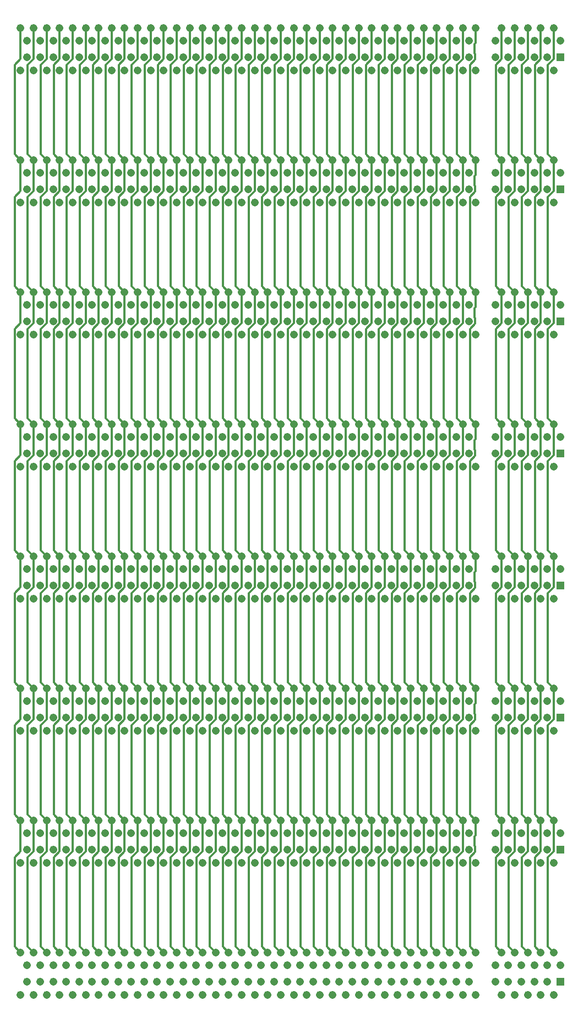
<source format=gbr>
%TF.GenerationSoftware,KiCad,Pcbnew,8.0.0*%
%TF.CreationDate,2024-11-27T22:09:34-06:00*%
%TF.ProjectId,backplane,6261636b-706c-4616-9e65-2e6b69636164,rev?*%
%TF.SameCoordinates,Original*%
%TF.FileFunction,Copper,L4,Bot*%
%TF.FilePolarity,Positive*%
%FSLAX46Y46*%
G04 Gerber Fmt 4.6, Leading zero omitted, Abs format (unit mm)*
G04 Created by KiCad (PCBNEW 8.0.0) date 2024-11-27 22:09:34*
%MOMM*%
%LPD*%
G01*
G04 APERTURE LIST*
%TA.AperFunction,ComponentPad*%
%ADD10R,1.208000X1.208000*%
%TD*%
%TA.AperFunction,ComponentPad*%
%ADD11C,1.208000*%
%TD*%
%TA.AperFunction,Conductor*%
%ADD12C,0.300000*%
%TD*%
G04 APERTURE END LIST*
D10*
%TO.P,J9,A1,A1*%
%TO.N,A1*%
X144300000Y-135100000D03*
D11*
%TO.P,J9,A2,A2*%
%TO.N,A2*%
X143300000Y-137100000D03*
%TO.P,J9,A3,A3*%
%TO.N,A3*%
X142300000Y-135100000D03*
%TO.P,J9,A4,A4*%
%TO.N,A4*%
X141300000Y-137100000D03*
%TO.P,J9,A5,A5*%
%TO.N,A5*%
X140300000Y-135100000D03*
%TO.P,J9,A6,A6*%
%TO.N,A6*%
X139300000Y-137100000D03*
%TO.P,J9,A7,A7*%
%TO.N,A7*%
X138300000Y-135100000D03*
%TO.P,J9,A8,A8*%
%TO.N,A8*%
X137300000Y-137100000D03*
%TO.P,J9,A9,A9*%
%TO.N,A9*%
X136300000Y-135100000D03*
%TO.P,J9,A10,A10*%
%TO.N,A10*%
X135300000Y-137100000D03*
%TO.P,J9,A11,A11*%
%TO.N,A11*%
X134300000Y-135100000D03*
%TO.P,J9,A12,A12*%
%TO.N,A12*%
X131300000Y-137100000D03*
%TO.P,J9,A13,A13*%
%TO.N,A13*%
X130300000Y-135100000D03*
%TO.P,J9,A14,A14*%
%TO.N,A14*%
X129300000Y-137100000D03*
%TO.P,J9,A15,A15*%
%TO.N,A15*%
X128300000Y-135100000D03*
%TO.P,J9,A16,A16*%
%TO.N,A16*%
X127300000Y-137100000D03*
%TO.P,J9,A17,A17*%
%TO.N,A17*%
X126300000Y-135100000D03*
%TO.P,J9,A18,A18*%
%TO.N,A18*%
X125300000Y-137100000D03*
%TO.P,J9,A19,A19*%
%TO.N,A19*%
X124300000Y-135100000D03*
%TO.P,J9,A20,A20*%
%TO.N,A20*%
X123300000Y-137100000D03*
%TO.P,J9,A21,A21*%
%TO.N,A21*%
X122300000Y-135100000D03*
%TO.P,J9,A22,A22*%
%TO.N,A22*%
X121300000Y-137100000D03*
%TO.P,J9,A23,A23*%
%TO.N,A23*%
X120300000Y-135100000D03*
%TO.P,J9,A24,A24*%
%TO.N,A24*%
X119300000Y-137100000D03*
%TO.P,J9,A25,A25*%
%TO.N,A25*%
X118300000Y-135100000D03*
%TO.P,J9,A26,A26*%
%TO.N,A26*%
X117300000Y-137100000D03*
%TO.P,J9,A27,A27*%
%TO.N,A27*%
X116300000Y-135100000D03*
%TO.P,J9,A28,A28*%
%TO.N,A28*%
X115300000Y-137100000D03*
%TO.P,J9,A29,A29*%
%TO.N,A29*%
X114300000Y-135100000D03*
%TO.P,J9,A30,A30*%
%TO.N,A30*%
X113300000Y-137100000D03*
%TO.P,J9,A31,A31*%
%TO.N,A31*%
X112300000Y-135100000D03*
%TO.P,J9,A32,A32*%
%TO.N,A32*%
X111300000Y-137100000D03*
%TO.P,J9,A33,A33*%
%TO.N,A33*%
X110300000Y-135100000D03*
%TO.P,J9,A34,A34*%
%TO.N,A34*%
X109300000Y-137100000D03*
%TO.P,J9,A35,A35*%
%TO.N,A35*%
X108300000Y-135100000D03*
%TO.P,J9,A36,A36*%
%TO.N,A36*%
X107300000Y-137100000D03*
%TO.P,J9,A37,A37*%
%TO.N,A37*%
X106300000Y-135100000D03*
%TO.P,J9,A38,A38*%
%TO.N,A38*%
X105300000Y-137100000D03*
%TO.P,J9,A39,A39*%
%TO.N,A39*%
X104300000Y-135100000D03*
%TO.P,J9,A40,A40*%
%TO.N,A40*%
X103300000Y-137100000D03*
%TO.P,J9,A41,A41*%
%TO.N,A41*%
X102300000Y-135100000D03*
%TO.P,J9,A42,A42*%
%TO.N,A42*%
X101300000Y-137100000D03*
%TO.P,J9,A43,A43*%
%TO.N,A43*%
X100300000Y-135100000D03*
%TO.P,J9,A44,A44*%
%TO.N,A44*%
X99300000Y-137100000D03*
%TO.P,J9,A45,A45*%
%TO.N,A45*%
X98300000Y-135100000D03*
%TO.P,J9,A46,A46*%
%TO.N,A46*%
X97300000Y-137100000D03*
%TO.P,J9,A47,A47*%
%TO.N,A47*%
X96300000Y-135100000D03*
%TO.P,J9,A48,A48*%
%TO.N,A48*%
X95300000Y-137100000D03*
%TO.P,J9,A49,A49*%
%TO.N,A49*%
X94300000Y-135100000D03*
%TO.P,J9,A50,A50*%
%TO.N,A50*%
X93300000Y-137100000D03*
%TO.P,J9,A51,A51*%
%TO.N,A51*%
X92300000Y-135100000D03*
%TO.P,J9,A52,A52*%
%TO.N,A52*%
X91300000Y-137100000D03*
%TO.P,J9,A53,A53*%
%TO.N,A53*%
X90300000Y-135100000D03*
%TO.P,J9,A54,A54*%
%TO.N,A54*%
X89300000Y-137100000D03*
%TO.P,J9,A55,A55*%
%TO.N,A55*%
X88300000Y-135100000D03*
%TO.P,J9,A56,A56*%
%TO.N,A56*%
X87300000Y-137100000D03*
%TO.P,J9,A57,A57*%
%TO.N,A57*%
X86300000Y-135100000D03*
%TO.P,J9,A58,A58*%
%TO.N,A58*%
X85300000Y-137100000D03*
%TO.P,J9,A59,A59*%
%TO.N,A59*%
X84300000Y-135100000D03*
%TO.P,J9,A60,A60*%
%TO.N,A60*%
X83300000Y-137100000D03*
%TO.P,J9,A61,A61*%
%TO.N,A61*%
X82300000Y-135100000D03*
%TO.P,J9,A62,A62*%
%TO.N,A62*%
X81300000Y-137100000D03*
%TO.P,J9,A63,A63*%
%TO.N,A63*%
X80300000Y-135100000D03*
%TO.P,J9,A64,A64*%
%TO.N,A64*%
X79300000Y-137100000D03*
%TO.P,J9,A65,A65*%
%TO.N,A65*%
X78300000Y-135100000D03*
%TO.P,J9,A66,A66*%
%TO.N,A66*%
X77300000Y-137100000D03*
%TO.P,J9,A67,A67*%
%TO.N,A67*%
X76300000Y-135100000D03*
%TO.P,J9,A68,A68*%
%TO.N,A68*%
X75300000Y-137100000D03*
%TO.P,J9,A69,A69*%
%TO.N,A69*%
X74300000Y-135100000D03*
%TO.P,J9,A70,A70*%
%TO.N,A70*%
X73300000Y-137100000D03*
%TO.P,J9,A71,A71*%
%TO.N,A71*%
X72300000Y-135100000D03*
%TO.P,J9,A72,A72*%
%TO.N,A72*%
X71300000Y-137100000D03*
%TO.P,J9,A73,A73*%
%TO.N,A73*%
X70300000Y-135100000D03*
%TO.P,J9,A74,A74*%
%TO.N,A74*%
X69300000Y-137100000D03*
%TO.P,J9,A75,A75*%
%TO.N,A75*%
X68300000Y-135100000D03*
%TO.P,J9,A76,A76*%
%TO.N,A76*%
X67300000Y-137100000D03*
%TO.P,J9,A77,A77*%
%TO.N,A77*%
X66300000Y-135100000D03*
%TO.P,J9,A78,A78*%
%TO.N,A78*%
X65300000Y-137100000D03*
%TO.P,J9,A79,A79*%
%TO.N,A79*%
X64300000Y-135100000D03*
%TO.P,J9,A80,A80*%
%TO.N,A80*%
X63300000Y-137100000D03*
%TO.P,J9,A81,A81*%
%TO.N,A81*%
X62300000Y-135100000D03*
%TO.P,J9,A82,A82*%
%TO.N,A82*%
X61300000Y-137100000D03*
%TO.P,J9,B1,B1*%
%TO.N,B1*%
X144300000Y-132600000D03*
%TO.P,J9,B2,B2*%
%TO.N,B2*%
X143300000Y-130600000D03*
%TO.P,J9,B3,B3*%
%TO.N,B3*%
X142300000Y-132600000D03*
%TO.P,J9,B4,B4*%
%TO.N,B4*%
X141300000Y-130600000D03*
%TO.P,J9,B5,B5*%
%TO.N,B5*%
X140300000Y-132600000D03*
%TO.P,J9,B6,B6*%
%TO.N,B6*%
X139300000Y-130600000D03*
%TO.P,J9,B7,B7*%
%TO.N,B7*%
X138300000Y-132600000D03*
%TO.P,J9,B8,B8*%
%TO.N,B8*%
X137300000Y-130600000D03*
%TO.P,J9,B9,B9*%
%TO.N,B9*%
X136300000Y-132600000D03*
%TO.P,J9,B10,B10*%
%TO.N,B10*%
X135300000Y-130600000D03*
%TO.P,J9,B11,B11*%
%TO.N,B11*%
X134300000Y-132600000D03*
%TO.P,J9,B12,B12*%
%TO.N,B12*%
X131300000Y-130600000D03*
%TO.P,J9,B13,B13*%
%TO.N,B13*%
X130300000Y-132600000D03*
%TO.P,J9,B14,B14*%
%TO.N,B14*%
X129300000Y-130600000D03*
%TO.P,J9,B15,B15*%
%TO.N,B15*%
X128300000Y-132600000D03*
%TO.P,J9,B16,B16*%
%TO.N,B16*%
X127300000Y-130600000D03*
%TO.P,J9,B17,B17*%
%TO.N,B17*%
X126300000Y-132600000D03*
%TO.P,J9,B18,B18*%
%TO.N,B18*%
X125300000Y-130600000D03*
%TO.P,J9,B19,B19*%
%TO.N,B19*%
X124300000Y-132600000D03*
%TO.P,J9,B20,B20*%
%TO.N,B20*%
X123300000Y-130600000D03*
%TO.P,J9,B21,B21*%
%TO.N,B21*%
X122300000Y-132600000D03*
%TO.P,J9,B22,B22*%
%TO.N,B22*%
X121300000Y-130600000D03*
%TO.P,J9,B23,B23*%
%TO.N,B23*%
X120300000Y-132600000D03*
%TO.P,J9,B24,B24*%
%TO.N,B24*%
X119300000Y-130600000D03*
%TO.P,J9,B25,B25*%
%TO.N,B25*%
X118300000Y-132600000D03*
%TO.P,J9,B26,B26*%
%TO.N,B26*%
X117300000Y-130600000D03*
%TO.P,J9,B27,B27*%
%TO.N,B27*%
X116300000Y-132600000D03*
%TO.P,J9,B28,B28*%
%TO.N,B28*%
X115300000Y-130600000D03*
%TO.P,J9,B29,B29*%
%TO.N,B29*%
X114300000Y-132600000D03*
%TO.P,J9,B30,B30*%
%TO.N,B30*%
X113300000Y-130600000D03*
%TO.P,J9,B31,B31*%
%TO.N,B31*%
X112300000Y-132600000D03*
%TO.P,J9,B32,B32*%
%TO.N,B32*%
X111300000Y-130600000D03*
%TO.P,J9,B33,B33*%
%TO.N,B33*%
X110300000Y-132600000D03*
%TO.P,J9,B34,B34*%
%TO.N,B34*%
X109300000Y-130600000D03*
%TO.P,J9,B35,B35*%
%TO.N,B35*%
X108300000Y-132600000D03*
%TO.P,J9,B36,B36*%
%TO.N,B36*%
X107300000Y-130600000D03*
%TO.P,J9,B37,B37*%
%TO.N,B37*%
X106300000Y-132600000D03*
%TO.P,J9,B38,B38*%
%TO.N,B38*%
X105300000Y-130600000D03*
%TO.P,J9,B39,B39*%
%TO.N,B39*%
X104300000Y-132600000D03*
%TO.P,J9,B40,B40*%
%TO.N,B40*%
X103300000Y-130600000D03*
%TO.P,J9,B41,B41*%
%TO.N,B41*%
X102300000Y-132600000D03*
%TO.P,J9,B42,B42*%
%TO.N,B42*%
X101300000Y-130600000D03*
%TO.P,J9,B43,B43*%
%TO.N,B43*%
X100300000Y-132600000D03*
%TO.P,J9,B44,B44*%
%TO.N,B44*%
X99300000Y-130600000D03*
%TO.P,J9,B45,B45*%
%TO.N,B45*%
X98300000Y-132600000D03*
%TO.P,J9,B46,B46*%
%TO.N,B46*%
X97300000Y-130600000D03*
%TO.P,J9,B47,B47*%
%TO.N,B47*%
X96300000Y-132600000D03*
%TO.P,J9,B48,B48*%
%TO.N,B48*%
X95300000Y-130600000D03*
%TO.P,J9,B49,B49*%
%TO.N,B49*%
X94300000Y-132600000D03*
%TO.P,J9,B50,B50*%
%TO.N,B50*%
X93300000Y-130600000D03*
%TO.P,J9,B51,B51*%
%TO.N,B51*%
X92300000Y-132600000D03*
%TO.P,J9,B52,B52*%
%TO.N,B52*%
X91300000Y-130600000D03*
%TO.P,J9,B53,B53*%
%TO.N,B53*%
X90300000Y-132600000D03*
%TO.P,J9,B54,B54*%
%TO.N,B54*%
X89300000Y-130600000D03*
%TO.P,J9,B55,B55*%
%TO.N,B55*%
X88300000Y-132600000D03*
%TO.P,J9,B56,B56*%
%TO.N,B56*%
X87300000Y-130600000D03*
%TO.P,J9,B57,B57*%
%TO.N,B57*%
X86300000Y-132600000D03*
%TO.P,J9,B58,B58*%
%TO.N,B58*%
X85300000Y-130600000D03*
%TO.P,J9,B59,B59*%
%TO.N,B59*%
X84300000Y-132600000D03*
%TO.P,J9,B60,B60*%
%TO.N,B60*%
X83300000Y-130600000D03*
%TO.P,J9,B61,B61*%
%TO.N,B61*%
X82300000Y-132600000D03*
%TO.P,J9,B62,B62*%
%TO.N,B62*%
X81300000Y-130600000D03*
%TO.P,J9,B63,B63*%
%TO.N,B63*%
X80300000Y-132600000D03*
%TO.P,J9,B64,B64*%
%TO.N,B64*%
X79300000Y-130600000D03*
%TO.P,J9,B65,B65*%
%TO.N,B65*%
X78300000Y-132600000D03*
%TO.P,J9,B66,B66*%
%TO.N,B66*%
X77300000Y-130600000D03*
%TO.P,J9,B67,B67*%
%TO.N,B67*%
X76300000Y-132600000D03*
%TO.P,J9,B68,B68*%
%TO.N,B68*%
X75300000Y-130600000D03*
%TO.P,J9,B69,B69*%
%TO.N,B69*%
X74300000Y-132600000D03*
%TO.P,J9,B70,B70*%
%TO.N,B70*%
X73300000Y-130600000D03*
%TO.P,J9,B71,B71*%
%TO.N,B71*%
X72300000Y-132600000D03*
%TO.P,J9,B72,B72*%
%TO.N,B72*%
X71300000Y-130600000D03*
%TO.P,J9,B73,B73*%
%TO.N,B73*%
X70300000Y-132600000D03*
%TO.P,J9,B74,B74*%
%TO.N,B74*%
X69300000Y-130600000D03*
%TO.P,J9,B75,B75*%
%TO.N,B75*%
X68300000Y-132600000D03*
%TO.P,J9,B76,B76*%
%TO.N,B76*%
X67300000Y-130600000D03*
%TO.P,J9,B77,B77*%
%TO.N,B77*%
X66300000Y-132600000D03*
%TO.P,J9,B78,B78*%
%TO.N,B78*%
X65300000Y-130600000D03*
%TO.P,J9,B79,B79*%
%TO.N,B79*%
X64300000Y-132600000D03*
%TO.P,J9,B80,B80*%
%TO.N,B80*%
X63300000Y-130600000D03*
%TO.P,J9,B81,B81*%
%TO.N,B81*%
X62300000Y-132600000D03*
%TO.P,J9,B82,B82*%
%TO.N,B82*%
X61300000Y-130600000D03*
%TD*%
D10*
%TO.P,J10,A1,A1*%
%TO.N,A1*%
X144300000Y-114780000D03*
D11*
%TO.P,J10,A2,A2*%
%TO.N,A2*%
X143300000Y-116780000D03*
%TO.P,J10,A3,A3*%
%TO.N,A3*%
X142300000Y-114780000D03*
%TO.P,J10,A4,A4*%
%TO.N,A4*%
X141300000Y-116780000D03*
%TO.P,J10,A5,A5*%
%TO.N,A5*%
X140300000Y-114780000D03*
%TO.P,J10,A6,A6*%
%TO.N,A6*%
X139300000Y-116780000D03*
%TO.P,J10,A7,A7*%
%TO.N,A7*%
X138300000Y-114780000D03*
%TO.P,J10,A8,A8*%
%TO.N,A8*%
X137300000Y-116780000D03*
%TO.P,J10,A9,A9*%
%TO.N,A9*%
X136300000Y-114780000D03*
%TO.P,J10,A10,A10*%
%TO.N,A10*%
X135300000Y-116780000D03*
%TO.P,J10,A11,A11*%
%TO.N,A11*%
X134300000Y-114780000D03*
%TO.P,J10,A12,A12*%
%TO.N,A12*%
X131300000Y-116780000D03*
%TO.P,J10,A13,A13*%
%TO.N,A13*%
X130300000Y-114780000D03*
%TO.P,J10,A14,A14*%
%TO.N,A14*%
X129300000Y-116780000D03*
%TO.P,J10,A15,A15*%
%TO.N,A15*%
X128300000Y-114780000D03*
%TO.P,J10,A16,A16*%
%TO.N,A16*%
X127300000Y-116780000D03*
%TO.P,J10,A17,A17*%
%TO.N,A17*%
X126300000Y-114780000D03*
%TO.P,J10,A18,A18*%
%TO.N,A18*%
X125300000Y-116780000D03*
%TO.P,J10,A19,A19*%
%TO.N,A19*%
X124300000Y-114780000D03*
%TO.P,J10,A20,A20*%
%TO.N,A20*%
X123300000Y-116780000D03*
%TO.P,J10,A21,A21*%
%TO.N,A21*%
X122300000Y-114780000D03*
%TO.P,J10,A22,A22*%
%TO.N,A22*%
X121300000Y-116780000D03*
%TO.P,J10,A23,A23*%
%TO.N,A23*%
X120300000Y-114780000D03*
%TO.P,J10,A24,A24*%
%TO.N,A24*%
X119300000Y-116780000D03*
%TO.P,J10,A25,A25*%
%TO.N,A25*%
X118300000Y-114780000D03*
%TO.P,J10,A26,A26*%
%TO.N,A26*%
X117300000Y-116780000D03*
%TO.P,J10,A27,A27*%
%TO.N,A27*%
X116300000Y-114780000D03*
%TO.P,J10,A28,A28*%
%TO.N,A28*%
X115300000Y-116780000D03*
%TO.P,J10,A29,A29*%
%TO.N,A29*%
X114300000Y-114780000D03*
%TO.P,J10,A30,A30*%
%TO.N,A30*%
X113300000Y-116780000D03*
%TO.P,J10,A31,A31*%
%TO.N,A31*%
X112300000Y-114780000D03*
%TO.P,J10,A32,A32*%
%TO.N,A32*%
X111300000Y-116780000D03*
%TO.P,J10,A33,A33*%
%TO.N,A33*%
X110300000Y-114780000D03*
%TO.P,J10,A34,A34*%
%TO.N,A34*%
X109300000Y-116780000D03*
%TO.P,J10,A35,A35*%
%TO.N,A35*%
X108300000Y-114780000D03*
%TO.P,J10,A36,A36*%
%TO.N,A36*%
X107300000Y-116780000D03*
%TO.P,J10,A37,A37*%
%TO.N,A37*%
X106300000Y-114780000D03*
%TO.P,J10,A38,A38*%
%TO.N,A38*%
X105300000Y-116780000D03*
%TO.P,J10,A39,A39*%
%TO.N,A39*%
X104300000Y-114780000D03*
%TO.P,J10,A40,A40*%
%TO.N,A40*%
X103300000Y-116780000D03*
%TO.P,J10,A41,A41*%
%TO.N,A41*%
X102300000Y-114780000D03*
%TO.P,J10,A42,A42*%
%TO.N,A42*%
X101300000Y-116780000D03*
%TO.P,J10,A43,A43*%
%TO.N,A43*%
X100300000Y-114780000D03*
%TO.P,J10,A44,A44*%
%TO.N,A44*%
X99300000Y-116780000D03*
%TO.P,J10,A45,A45*%
%TO.N,A45*%
X98300000Y-114780000D03*
%TO.P,J10,A46,A46*%
%TO.N,A46*%
X97300000Y-116780000D03*
%TO.P,J10,A47,A47*%
%TO.N,A47*%
X96300000Y-114780000D03*
%TO.P,J10,A48,A48*%
%TO.N,A48*%
X95300000Y-116780000D03*
%TO.P,J10,A49,A49*%
%TO.N,A49*%
X94300000Y-114780000D03*
%TO.P,J10,A50,A50*%
%TO.N,A50*%
X93300000Y-116780000D03*
%TO.P,J10,A51,A51*%
%TO.N,A51*%
X92300000Y-114780000D03*
%TO.P,J10,A52,A52*%
%TO.N,A52*%
X91300000Y-116780000D03*
%TO.P,J10,A53,A53*%
%TO.N,A53*%
X90300000Y-114780000D03*
%TO.P,J10,A54,A54*%
%TO.N,A54*%
X89300000Y-116780000D03*
%TO.P,J10,A55,A55*%
%TO.N,A55*%
X88300000Y-114780000D03*
%TO.P,J10,A56,A56*%
%TO.N,A56*%
X87300000Y-116780000D03*
%TO.P,J10,A57,A57*%
%TO.N,A57*%
X86300000Y-114780000D03*
%TO.P,J10,A58,A58*%
%TO.N,A58*%
X85300000Y-116780000D03*
%TO.P,J10,A59,A59*%
%TO.N,A59*%
X84300000Y-114780000D03*
%TO.P,J10,A60,A60*%
%TO.N,A60*%
X83300000Y-116780000D03*
%TO.P,J10,A61,A61*%
%TO.N,A61*%
X82300000Y-114780000D03*
%TO.P,J10,A62,A62*%
%TO.N,A62*%
X81300000Y-116780000D03*
%TO.P,J10,A63,A63*%
%TO.N,A63*%
X80300000Y-114780000D03*
%TO.P,J10,A64,A64*%
%TO.N,A64*%
X79300000Y-116780000D03*
%TO.P,J10,A65,A65*%
%TO.N,A65*%
X78300000Y-114780000D03*
%TO.P,J10,A66,A66*%
%TO.N,A66*%
X77300000Y-116780000D03*
%TO.P,J10,A67,A67*%
%TO.N,A67*%
X76300000Y-114780000D03*
%TO.P,J10,A68,A68*%
%TO.N,A68*%
X75300000Y-116780000D03*
%TO.P,J10,A69,A69*%
%TO.N,A69*%
X74300000Y-114780000D03*
%TO.P,J10,A70,A70*%
%TO.N,A70*%
X73300000Y-116780000D03*
%TO.P,J10,A71,A71*%
%TO.N,A71*%
X72300000Y-114780000D03*
%TO.P,J10,A72,A72*%
%TO.N,A72*%
X71300000Y-116780000D03*
%TO.P,J10,A73,A73*%
%TO.N,A73*%
X70300000Y-114780000D03*
%TO.P,J10,A74,A74*%
%TO.N,A74*%
X69300000Y-116780000D03*
%TO.P,J10,A75,A75*%
%TO.N,A75*%
X68300000Y-114780000D03*
%TO.P,J10,A76,A76*%
%TO.N,A76*%
X67300000Y-116780000D03*
%TO.P,J10,A77,A77*%
%TO.N,A77*%
X66300000Y-114780000D03*
%TO.P,J10,A78,A78*%
%TO.N,A78*%
X65300000Y-116780000D03*
%TO.P,J10,A79,A79*%
%TO.N,A79*%
X64300000Y-114780000D03*
%TO.P,J10,A80,A80*%
%TO.N,A80*%
X63300000Y-116780000D03*
%TO.P,J10,A81,A81*%
%TO.N,A81*%
X62300000Y-114780000D03*
%TO.P,J10,A82,A82*%
%TO.N,A82*%
X61300000Y-116780000D03*
%TO.P,J10,B1,B1*%
%TO.N,B1*%
X144300000Y-112280000D03*
%TO.P,J10,B2,B2*%
%TO.N,B2*%
X143300000Y-110280000D03*
%TO.P,J10,B3,B3*%
%TO.N,B3*%
X142300000Y-112280000D03*
%TO.P,J10,B4,B4*%
%TO.N,B4*%
X141300000Y-110280000D03*
%TO.P,J10,B5,B5*%
%TO.N,B5*%
X140300000Y-112280000D03*
%TO.P,J10,B6,B6*%
%TO.N,B6*%
X139300000Y-110280000D03*
%TO.P,J10,B7,B7*%
%TO.N,B7*%
X138300000Y-112280000D03*
%TO.P,J10,B8,B8*%
%TO.N,B8*%
X137300000Y-110280000D03*
%TO.P,J10,B9,B9*%
%TO.N,B9*%
X136300000Y-112280000D03*
%TO.P,J10,B10,B10*%
%TO.N,B10*%
X135300000Y-110280000D03*
%TO.P,J10,B11,B11*%
%TO.N,B11*%
X134300000Y-112280000D03*
%TO.P,J10,B12,B12*%
%TO.N,B12*%
X131300000Y-110280000D03*
%TO.P,J10,B13,B13*%
%TO.N,B13*%
X130300000Y-112280000D03*
%TO.P,J10,B14,B14*%
%TO.N,B14*%
X129300000Y-110280000D03*
%TO.P,J10,B15,B15*%
%TO.N,B15*%
X128300000Y-112280000D03*
%TO.P,J10,B16,B16*%
%TO.N,B16*%
X127300000Y-110280000D03*
%TO.P,J10,B17,B17*%
%TO.N,B17*%
X126300000Y-112280000D03*
%TO.P,J10,B18,B18*%
%TO.N,B18*%
X125300000Y-110280000D03*
%TO.P,J10,B19,B19*%
%TO.N,B19*%
X124300000Y-112280000D03*
%TO.P,J10,B20,B20*%
%TO.N,B20*%
X123300000Y-110280000D03*
%TO.P,J10,B21,B21*%
%TO.N,B21*%
X122300000Y-112280000D03*
%TO.P,J10,B22,B22*%
%TO.N,B22*%
X121300000Y-110280000D03*
%TO.P,J10,B23,B23*%
%TO.N,B23*%
X120300000Y-112280000D03*
%TO.P,J10,B24,B24*%
%TO.N,B24*%
X119300000Y-110280000D03*
%TO.P,J10,B25,B25*%
%TO.N,B25*%
X118300000Y-112280000D03*
%TO.P,J10,B26,B26*%
%TO.N,B26*%
X117300000Y-110280000D03*
%TO.P,J10,B27,B27*%
%TO.N,B27*%
X116300000Y-112280000D03*
%TO.P,J10,B28,B28*%
%TO.N,B28*%
X115300000Y-110280000D03*
%TO.P,J10,B29,B29*%
%TO.N,B29*%
X114300000Y-112280000D03*
%TO.P,J10,B30,B30*%
%TO.N,B30*%
X113300000Y-110280000D03*
%TO.P,J10,B31,B31*%
%TO.N,B31*%
X112300000Y-112280000D03*
%TO.P,J10,B32,B32*%
%TO.N,B32*%
X111300000Y-110280000D03*
%TO.P,J10,B33,B33*%
%TO.N,B33*%
X110300000Y-112280000D03*
%TO.P,J10,B34,B34*%
%TO.N,B34*%
X109300000Y-110280000D03*
%TO.P,J10,B35,B35*%
%TO.N,B35*%
X108300000Y-112280000D03*
%TO.P,J10,B36,B36*%
%TO.N,B36*%
X107300000Y-110280000D03*
%TO.P,J10,B37,B37*%
%TO.N,B37*%
X106300000Y-112280000D03*
%TO.P,J10,B38,B38*%
%TO.N,B38*%
X105300000Y-110280000D03*
%TO.P,J10,B39,B39*%
%TO.N,B39*%
X104300000Y-112280000D03*
%TO.P,J10,B40,B40*%
%TO.N,B40*%
X103300000Y-110280000D03*
%TO.P,J10,B41,B41*%
%TO.N,B41*%
X102300000Y-112280000D03*
%TO.P,J10,B42,B42*%
%TO.N,B42*%
X101300000Y-110280000D03*
%TO.P,J10,B43,B43*%
%TO.N,B43*%
X100300000Y-112280000D03*
%TO.P,J10,B44,B44*%
%TO.N,B44*%
X99300000Y-110280000D03*
%TO.P,J10,B45,B45*%
%TO.N,B45*%
X98300000Y-112280000D03*
%TO.P,J10,B46,B46*%
%TO.N,B46*%
X97300000Y-110280000D03*
%TO.P,J10,B47,B47*%
%TO.N,B47*%
X96300000Y-112280000D03*
%TO.P,J10,B48,B48*%
%TO.N,B48*%
X95300000Y-110280000D03*
%TO.P,J10,B49,B49*%
%TO.N,B49*%
X94300000Y-112280000D03*
%TO.P,J10,B50,B50*%
%TO.N,B50*%
X93300000Y-110280000D03*
%TO.P,J10,B51,B51*%
%TO.N,B51*%
X92300000Y-112280000D03*
%TO.P,J10,B52,B52*%
%TO.N,B52*%
X91300000Y-110280000D03*
%TO.P,J10,B53,B53*%
%TO.N,B53*%
X90300000Y-112280000D03*
%TO.P,J10,B54,B54*%
%TO.N,B54*%
X89300000Y-110280000D03*
%TO.P,J10,B55,B55*%
%TO.N,B55*%
X88300000Y-112280000D03*
%TO.P,J10,B56,B56*%
%TO.N,B56*%
X87300000Y-110280000D03*
%TO.P,J10,B57,B57*%
%TO.N,B57*%
X86300000Y-112280000D03*
%TO.P,J10,B58,B58*%
%TO.N,B58*%
X85300000Y-110280000D03*
%TO.P,J10,B59,B59*%
%TO.N,B59*%
X84300000Y-112280000D03*
%TO.P,J10,B60,B60*%
%TO.N,B60*%
X83300000Y-110280000D03*
%TO.P,J10,B61,B61*%
%TO.N,B61*%
X82300000Y-112280000D03*
%TO.P,J10,B62,B62*%
%TO.N,B62*%
X81300000Y-110280000D03*
%TO.P,J10,B63,B63*%
%TO.N,B63*%
X80300000Y-112280000D03*
%TO.P,J10,B64,B64*%
%TO.N,B64*%
X79300000Y-110280000D03*
%TO.P,J10,B65,B65*%
%TO.N,B65*%
X78300000Y-112280000D03*
%TO.P,J10,B66,B66*%
%TO.N,B66*%
X77300000Y-110280000D03*
%TO.P,J10,B67,B67*%
%TO.N,B67*%
X76300000Y-112280000D03*
%TO.P,J10,B68,B68*%
%TO.N,B68*%
X75300000Y-110280000D03*
%TO.P,J10,B69,B69*%
%TO.N,B69*%
X74300000Y-112280000D03*
%TO.P,J10,B70,B70*%
%TO.N,B70*%
X73300000Y-110280000D03*
%TO.P,J10,B71,B71*%
%TO.N,B71*%
X72300000Y-112280000D03*
%TO.P,J10,B72,B72*%
%TO.N,B72*%
X71300000Y-110280000D03*
%TO.P,J10,B73,B73*%
%TO.N,B73*%
X70300000Y-112280000D03*
%TO.P,J10,B74,B74*%
%TO.N,B74*%
X69300000Y-110280000D03*
%TO.P,J10,B75,B75*%
%TO.N,B75*%
X68300000Y-112280000D03*
%TO.P,J10,B76,B76*%
%TO.N,B76*%
X67300000Y-110280000D03*
%TO.P,J10,B77,B77*%
%TO.N,B77*%
X66300000Y-112280000D03*
%TO.P,J10,B78,B78*%
%TO.N,B78*%
X65300000Y-110280000D03*
%TO.P,J10,B79,B79*%
%TO.N,B79*%
X64300000Y-112280000D03*
%TO.P,J10,B80,B80*%
%TO.N,B80*%
X63300000Y-110280000D03*
%TO.P,J10,B81,B81*%
%TO.N,B81*%
X62300000Y-112280000D03*
%TO.P,J10,B82,B82*%
%TO.N,B82*%
X61300000Y-110280000D03*
%TD*%
D10*
%TO.P,J3,A1,A1*%
%TO.N,A1*%
X144300000Y-74140000D03*
D11*
%TO.P,J3,A2,A2*%
%TO.N,A2*%
X143300000Y-76140000D03*
%TO.P,J3,A3,A3*%
%TO.N,A3*%
X142300000Y-74140000D03*
%TO.P,J3,A4,A4*%
%TO.N,A4*%
X141300000Y-76140000D03*
%TO.P,J3,A5,A5*%
%TO.N,A5*%
X140300000Y-74140000D03*
%TO.P,J3,A6,A6*%
%TO.N,A6*%
X139300000Y-76140000D03*
%TO.P,J3,A7,A7*%
%TO.N,A7*%
X138300000Y-74140000D03*
%TO.P,J3,A8,A8*%
%TO.N,A8*%
X137300000Y-76140000D03*
%TO.P,J3,A9,A9*%
%TO.N,A9*%
X136300000Y-74140000D03*
%TO.P,J3,A10,A10*%
%TO.N,A10*%
X135300000Y-76140000D03*
%TO.P,J3,A11,A11*%
%TO.N,A11*%
X134300000Y-74140000D03*
%TO.P,J3,A12,A12*%
%TO.N,A12*%
X131300000Y-76140000D03*
%TO.P,J3,A13,A13*%
%TO.N,A13*%
X130300000Y-74140000D03*
%TO.P,J3,A14,A14*%
%TO.N,A14*%
X129300000Y-76140000D03*
%TO.P,J3,A15,A15*%
%TO.N,A15*%
X128300000Y-74140000D03*
%TO.P,J3,A16,A16*%
%TO.N,A16*%
X127300000Y-76140000D03*
%TO.P,J3,A17,A17*%
%TO.N,A17*%
X126300000Y-74140000D03*
%TO.P,J3,A18,A18*%
%TO.N,A18*%
X125300000Y-76140000D03*
%TO.P,J3,A19,A19*%
%TO.N,A19*%
X124300000Y-74140000D03*
%TO.P,J3,A20,A20*%
%TO.N,A20*%
X123300000Y-76140000D03*
%TO.P,J3,A21,A21*%
%TO.N,A21*%
X122300000Y-74140000D03*
%TO.P,J3,A22,A22*%
%TO.N,A22*%
X121300000Y-76140000D03*
%TO.P,J3,A23,A23*%
%TO.N,A23*%
X120300000Y-74140000D03*
%TO.P,J3,A24,A24*%
%TO.N,A24*%
X119300000Y-76140000D03*
%TO.P,J3,A25,A25*%
%TO.N,A25*%
X118300000Y-74140000D03*
%TO.P,J3,A26,A26*%
%TO.N,A26*%
X117300000Y-76140000D03*
%TO.P,J3,A27,A27*%
%TO.N,A27*%
X116300000Y-74140000D03*
%TO.P,J3,A28,A28*%
%TO.N,A28*%
X115300000Y-76140000D03*
%TO.P,J3,A29,A29*%
%TO.N,A29*%
X114300000Y-74140000D03*
%TO.P,J3,A30,A30*%
%TO.N,A30*%
X113300000Y-76140000D03*
%TO.P,J3,A31,A31*%
%TO.N,A31*%
X112300000Y-74140000D03*
%TO.P,J3,A32,A32*%
%TO.N,A32*%
X111300000Y-76140000D03*
%TO.P,J3,A33,A33*%
%TO.N,A33*%
X110300000Y-74140000D03*
%TO.P,J3,A34,A34*%
%TO.N,A34*%
X109300000Y-76140000D03*
%TO.P,J3,A35,A35*%
%TO.N,A35*%
X108300000Y-74140000D03*
%TO.P,J3,A36,A36*%
%TO.N,A36*%
X107300000Y-76140000D03*
%TO.P,J3,A37,A37*%
%TO.N,A37*%
X106300000Y-74140000D03*
%TO.P,J3,A38,A38*%
%TO.N,A38*%
X105300000Y-76140000D03*
%TO.P,J3,A39,A39*%
%TO.N,A39*%
X104300000Y-74140000D03*
%TO.P,J3,A40,A40*%
%TO.N,A40*%
X103300000Y-76140000D03*
%TO.P,J3,A41,A41*%
%TO.N,A41*%
X102300000Y-74140000D03*
%TO.P,J3,A42,A42*%
%TO.N,A42*%
X101300000Y-76140000D03*
%TO.P,J3,A43,A43*%
%TO.N,A43*%
X100300000Y-74140000D03*
%TO.P,J3,A44,A44*%
%TO.N,A44*%
X99300000Y-76140000D03*
%TO.P,J3,A45,A45*%
%TO.N,A45*%
X98300000Y-74140000D03*
%TO.P,J3,A46,A46*%
%TO.N,A46*%
X97300000Y-76140000D03*
%TO.P,J3,A47,A47*%
%TO.N,A47*%
X96300000Y-74140000D03*
%TO.P,J3,A48,A48*%
%TO.N,A48*%
X95300000Y-76140000D03*
%TO.P,J3,A49,A49*%
%TO.N,A49*%
X94300000Y-74140000D03*
%TO.P,J3,A50,A50*%
%TO.N,A50*%
X93300000Y-76140000D03*
%TO.P,J3,A51,A51*%
%TO.N,A51*%
X92300000Y-74140000D03*
%TO.P,J3,A52,A52*%
%TO.N,A52*%
X91300000Y-76140000D03*
%TO.P,J3,A53,A53*%
%TO.N,A53*%
X90300000Y-74140000D03*
%TO.P,J3,A54,A54*%
%TO.N,A54*%
X89300000Y-76140000D03*
%TO.P,J3,A55,A55*%
%TO.N,A55*%
X88300000Y-74140000D03*
%TO.P,J3,A56,A56*%
%TO.N,A56*%
X87300000Y-76140000D03*
%TO.P,J3,A57,A57*%
%TO.N,A57*%
X86300000Y-74140000D03*
%TO.P,J3,A58,A58*%
%TO.N,A58*%
X85300000Y-76140000D03*
%TO.P,J3,A59,A59*%
%TO.N,A59*%
X84300000Y-74140000D03*
%TO.P,J3,A60,A60*%
%TO.N,A60*%
X83300000Y-76140000D03*
%TO.P,J3,A61,A61*%
%TO.N,A61*%
X82300000Y-74140000D03*
%TO.P,J3,A62,A62*%
%TO.N,A62*%
X81300000Y-76140000D03*
%TO.P,J3,A63,A63*%
%TO.N,A63*%
X80300000Y-74140000D03*
%TO.P,J3,A64,A64*%
%TO.N,A64*%
X79300000Y-76140000D03*
%TO.P,J3,A65,A65*%
%TO.N,A65*%
X78300000Y-74140000D03*
%TO.P,J3,A66,A66*%
%TO.N,A66*%
X77300000Y-76140000D03*
%TO.P,J3,A67,A67*%
%TO.N,A67*%
X76300000Y-74140000D03*
%TO.P,J3,A68,A68*%
%TO.N,A68*%
X75300000Y-76140000D03*
%TO.P,J3,A69,A69*%
%TO.N,A69*%
X74300000Y-74140000D03*
%TO.P,J3,A70,A70*%
%TO.N,A70*%
X73300000Y-76140000D03*
%TO.P,J3,A71,A71*%
%TO.N,A71*%
X72300000Y-74140000D03*
%TO.P,J3,A72,A72*%
%TO.N,A72*%
X71300000Y-76140000D03*
%TO.P,J3,A73,A73*%
%TO.N,A73*%
X70300000Y-74140000D03*
%TO.P,J3,A74,A74*%
%TO.N,A74*%
X69300000Y-76140000D03*
%TO.P,J3,A75,A75*%
%TO.N,A75*%
X68300000Y-74140000D03*
%TO.P,J3,A76,A76*%
%TO.N,A76*%
X67300000Y-76140000D03*
%TO.P,J3,A77,A77*%
%TO.N,A77*%
X66300000Y-74140000D03*
%TO.P,J3,A78,A78*%
%TO.N,A78*%
X65300000Y-76140000D03*
%TO.P,J3,A79,A79*%
%TO.N,A79*%
X64300000Y-74140000D03*
%TO.P,J3,A80,A80*%
%TO.N,A80*%
X63300000Y-76140000D03*
%TO.P,J3,A81,A81*%
%TO.N,A81*%
X62300000Y-74140000D03*
%TO.P,J3,A82,A82*%
%TO.N,A82*%
X61300000Y-76140000D03*
%TO.P,J3,B1,B1*%
%TO.N,B1*%
X144300000Y-71640000D03*
%TO.P,J3,B2,B2*%
%TO.N,B2*%
X143300000Y-69640000D03*
%TO.P,J3,B3,B3*%
%TO.N,B3*%
X142300000Y-71640000D03*
%TO.P,J3,B4,B4*%
%TO.N,B4*%
X141300000Y-69640000D03*
%TO.P,J3,B5,B5*%
%TO.N,B5*%
X140300000Y-71640000D03*
%TO.P,J3,B6,B6*%
%TO.N,B6*%
X139300000Y-69640000D03*
%TO.P,J3,B7,B7*%
%TO.N,B7*%
X138300000Y-71640000D03*
%TO.P,J3,B8,B8*%
%TO.N,B8*%
X137300000Y-69640000D03*
%TO.P,J3,B9,B9*%
%TO.N,B9*%
X136300000Y-71640000D03*
%TO.P,J3,B10,B10*%
%TO.N,B10*%
X135300000Y-69640000D03*
%TO.P,J3,B11,B11*%
%TO.N,B11*%
X134300000Y-71640000D03*
%TO.P,J3,B12,B12*%
%TO.N,B12*%
X131300000Y-69640000D03*
%TO.P,J3,B13,B13*%
%TO.N,B13*%
X130300000Y-71640000D03*
%TO.P,J3,B14,B14*%
%TO.N,B14*%
X129300000Y-69640000D03*
%TO.P,J3,B15,B15*%
%TO.N,B15*%
X128300000Y-71640000D03*
%TO.P,J3,B16,B16*%
%TO.N,B16*%
X127300000Y-69640000D03*
%TO.P,J3,B17,B17*%
%TO.N,B17*%
X126300000Y-71640000D03*
%TO.P,J3,B18,B18*%
%TO.N,B18*%
X125300000Y-69640000D03*
%TO.P,J3,B19,B19*%
%TO.N,B19*%
X124300000Y-71640000D03*
%TO.P,J3,B20,B20*%
%TO.N,B20*%
X123300000Y-69640000D03*
%TO.P,J3,B21,B21*%
%TO.N,B21*%
X122300000Y-71640000D03*
%TO.P,J3,B22,B22*%
%TO.N,B22*%
X121300000Y-69640000D03*
%TO.P,J3,B23,B23*%
%TO.N,B23*%
X120300000Y-71640000D03*
%TO.P,J3,B24,B24*%
%TO.N,B24*%
X119300000Y-69640000D03*
%TO.P,J3,B25,B25*%
%TO.N,B25*%
X118300000Y-71640000D03*
%TO.P,J3,B26,B26*%
%TO.N,B26*%
X117300000Y-69640000D03*
%TO.P,J3,B27,B27*%
%TO.N,B27*%
X116300000Y-71640000D03*
%TO.P,J3,B28,B28*%
%TO.N,B28*%
X115300000Y-69640000D03*
%TO.P,J3,B29,B29*%
%TO.N,B29*%
X114300000Y-71640000D03*
%TO.P,J3,B30,B30*%
%TO.N,B30*%
X113300000Y-69640000D03*
%TO.P,J3,B31,B31*%
%TO.N,B31*%
X112300000Y-71640000D03*
%TO.P,J3,B32,B32*%
%TO.N,B32*%
X111300000Y-69640000D03*
%TO.P,J3,B33,B33*%
%TO.N,B33*%
X110300000Y-71640000D03*
%TO.P,J3,B34,B34*%
%TO.N,B34*%
X109300000Y-69640000D03*
%TO.P,J3,B35,B35*%
%TO.N,B35*%
X108300000Y-71640000D03*
%TO.P,J3,B36,B36*%
%TO.N,B36*%
X107300000Y-69640000D03*
%TO.P,J3,B37,B37*%
%TO.N,B37*%
X106300000Y-71640000D03*
%TO.P,J3,B38,B38*%
%TO.N,B38*%
X105300000Y-69640000D03*
%TO.P,J3,B39,B39*%
%TO.N,B39*%
X104300000Y-71640000D03*
%TO.P,J3,B40,B40*%
%TO.N,B40*%
X103300000Y-69640000D03*
%TO.P,J3,B41,B41*%
%TO.N,B41*%
X102300000Y-71640000D03*
%TO.P,J3,B42,B42*%
%TO.N,B42*%
X101300000Y-69640000D03*
%TO.P,J3,B43,B43*%
%TO.N,B43*%
X100300000Y-71640000D03*
%TO.P,J3,B44,B44*%
%TO.N,B44*%
X99300000Y-69640000D03*
%TO.P,J3,B45,B45*%
%TO.N,B45*%
X98300000Y-71640000D03*
%TO.P,J3,B46,B46*%
%TO.N,B46*%
X97300000Y-69640000D03*
%TO.P,J3,B47,B47*%
%TO.N,B47*%
X96300000Y-71640000D03*
%TO.P,J3,B48,B48*%
%TO.N,B48*%
X95300000Y-69640000D03*
%TO.P,J3,B49,B49*%
%TO.N,B49*%
X94300000Y-71640000D03*
%TO.P,J3,B50,B50*%
%TO.N,B50*%
X93300000Y-69640000D03*
%TO.P,J3,B51,B51*%
%TO.N,B51*%
X92300000Y-71640000D03*
%TO.P,J3,B52,B52*%
%TO.N,B52*%
X91300000Y-69640000D03*
%TO.P,J3,B53,B53*%
%TO.N,B53*%
X90300000Y-71640000D03*
%TO.P,J3,B54,B54*%
%TO.N,B54*%
X89300000Y-69640000D03*
%TO.P,J3,B55,B55*%
%TO.N,B55*%
X88300000Y-71640000D03*
%TO.P,J3,B56,B56*%
%TO.N,B56*%
X87300000Y-69640000D03*
%TO.P,J3,B57,B57*%
%TO.N,B57*%
X86300000Y-71640000D03*
%TO.P,J3,B58,B58*%
%TO.N,B58*%
X85300000Y-69640000D03*
%TO.P,J3,B59,B59*%
%TO.N,B59*%
X84300000Y-71640000D03*
%TO.P,J3,B60,B60*%
%TO.N,B60*%
X83300000Y-69640000D03*
%TO.P,J3,B61,B61*%
%TO.N,B61*%
X82300000Y-71640000D03*
%TO.P,J3,B62,B62*%
%TO.N,B62*%
X81300000Y-69640000D03*
%TO.P,J3,B63,B63*%
%TO.N,B63*%
X80300000Y-71640000D03*
%TO.P,J3,B64,B64*%
%TO.N,B64*%
X79300000Y-69640000D03*
%TO.P,J3,B65,B65*%
%TO.N,B65*%
X78300000Y-71640000D03*
%TO.P,J3,B66,B66*%
%TO.N,B66*%
X77300000Y-69640000D03*
%TO.P,J3,B67,B67*%
%TO.N,B67*%
X76300000Y-71640000D03*
%TO.P,J3,B68,B68*%
%TO.N,B68*%
X75300000Y-69640000D03*
%TO.P,J3,B69,B69*%
%TO.N,B69*%
X74300000Y-71640000D03*
%TO.P,J3,B70,B70*%
%TO.N,B70*%
X73300000Y-69640000D03*
%TO.P,J3,B71,B71*%
%TO.N,B71*%
X72300000Y-71640000D03*
%TO.P,J3,B72,B72*%
%TO.N,B72*%
X71300000Y-69640000D03*
%TO.P,J3,B73,B73*%
%TO.N,B73*%
X70300000Y-71640000D03*
%TO.P,J3,B74,B74*%
%TO.N,B74*%
X69300000Y-69640000D03*
%TO.P,J3,B75,B75*%
%TO.N,B75*%
X68300000Y-71640000D03*
%TO.P,J3,B76,B76*%
%TO.N,B76*%
X67300000Y-69640000D03*
%TO.P,J3,B77,B77*%
%TO.N,B77*%
X66300000Y-71640000D03*
%TO.P,J3,B78,B78*%
%TO.N,B78*%
X65300000Y-69640000D03*
%TO.P,J3,B79,B79*%
%TO.N,B79*%
X64300000Y-71640000D03*
%TO.P,J3,B80,B80*%
%TO.N,B80*%
X63300000Y-69640000D03*
%TO.P,J3,B81,B81*%
%TO.N,B81*%
X62300000Y-71640000D03*
%TO.P,J3,B82,B82*%
%TO.N,B82*%
X61300000Y-69640000D03*
%TD*%
D10*
%TO.P,J13,A1,A1*%
%TO.N,A1*%
X144300000Y-53820000D03*
D11*
%TO.P,J13,A2,A2*%
%TO.N,A2*%
X143300000Y-55820000D03*
%TO.P,J13,A3,A3*%
%TO.N,A3*%
X142300000Y-53820000D03*
%TO.P,J13,A4,A4*%
%TO.N,A4*%
X141300000Y-55820000D03*
%TO.P,J13,A5,A5*%
%TO.N,A5*%
X140300000Y-53820000D03*
%TO.P,J13,A6,A6*%
%TO.N,A6*%
X139300000Y-55820000D03*
%TO.P,J13,A7,A7*%
%TO.N,A7*%
X138300000Y-53820000D03*
%TO.P,J13,A8,A8*%
%TO.N,A8*%
X137300000Y-55820000D03*
%TO.P,J13,A9,A9*%
%TO.N,A9*%
X136300000Y-53820000D03*
%TO.P,J13,A10,A10*%
%TO.N,A10*%
X135300000Y-55820000D03*
%TO.P,J13,A11,A11*%
%TO.N,A11*%
X134300000Y-53820000D03*
%TO.P,J13,A12,A12*%
%TO.N,A12*%
X131300000Y-55820000D03*
%TO.P,J13,A13,A13*%
%TO.N,A13*%
X130300000Y-53820000D03*
%TO.P,J13,A14,A14*%
%TO.N,A14*%
X129300000Y-55820000D03*
%TO.P,J13,A15,A15*%
%TO.N,A15*%
X128300000Y-53820000D03*
%TO.P,J13,A16,A16*%
%TO.N,A16*%
X127300000Y-55820000D03*
%TO.P,J13,A17,A17*%
%TO.N,A17*%
X126300000Y-53820000D03*
%TO.P,J13,A18,A18*%
%TO.N,A18*%
X125300000Y-55820000D03*
%TO.P,J13,A19,A19*%
%TO.N,A19*%
X124300000Y-53820000D03*
%TO.P,J13,A20,A20*%
%TO.N,A20*%
X123300000Y-55820000D03*
%TO.P,J13,A21,A21*%
%TO.N,A21*%
X122300000Y-53820000D03*
%TO.P,J13,A22,A22*%
%TO.N,A22*%
X121300000Y-55820000D03*
%TO.P,J13,A23,A23*%
%TO.N,A23*%
X120300000Y-53820000D03*
%TO.P,J13,A24,A24*%
%TO.N,A24*%
X119300000Y-55820000D03*
%TO.P,J13,A25,A25*%
%TO.N,A25*%
X118300000Y-53820000D03*
%TO.P,J13,A26,A26*%
%TO.N,A26*%
X117300000Y-55820000D03*
%TO.P,J13,A27,A27*%
%TO.N,A27*%
X116300000Y-53820000D03*
%TO.P,J13,A28,A28*%
%TO.N,A28*%
X115300000Y-55820000D03*
%TO.P,J13,A29,A29*%
%TO.N,A29*%
X114300000Y-53820000D03*
%TO.P,J13,A30,A30*%
%TO.N,A30*%
X113300000Y-55820000D03*
%TO.P,J13,A31,A31*%
%TO.N,A31*%
X112300000Y-53820000D03*
%TO.P,J13,A32,A32*%
%TO.N,A32*%
X111300000Y-55820000D03*
%TO.P,J13,A33,A33*%
%TO.N,A33*%
X110300000Y-53820000D03*
%TO.P,J13,A34,A34*%
%TO.N,A34*%
X109300000Y-55820000D03*
%TO.P,J13,A35,A35*%
%TO.N,A35*%
X108300000Y-53820000D03*
%TO.P,J13,A36,A36*%
%TO.N,A36*%
X107300000Y-55820000D03*
%TO.P,J13,A37,A37*%
%TO.N,A37*%
X106300000Y-53820000D03*
%TO.P,J13,A38,A38*%
%TO.N,A38*%
X105300000Y-55820000D03*
%TO.P,J13,A39,A39*%
%TO.N,A39*%
X104300000Y-53820000D03*
%TO.P,J13,A40,A40*%
%TO.N,A40*%
X103300000Y-55820000D03*
%TO.P,J13,A41,A41*%
%TO.N,A41*%
X102300000Y-53820000D03*
%TO.P,J13,A42,A42*%
%TO.N,A42*%
X101300000Y-55820000D03*
%TO.P,J13,A43,A43*%
%TO.N,A43*%
X100300000Y-53820000D03*
%TO.P,J13,A44,A44*%
%TO.N,A44*%
X99300000Y-55820000D03*
%TO.P,J13,A45,A45*%
%TO.N,A45*%
X98300000Y-53820000D03*
%TO.P,J13,A46,A46*%
%TO.N,A46*%
X97300000Y-55820000D03*
%TO.P,J13,A47,A47*%
%TO.N,A47*%
X96300000Y-53820000D03*
%TO.P,J13,A48,A48*%
%TO.N,A48*%
X95300000Y-55820000D03*
%TO.P,J13,A49,A49*%
%TO.N,A49*%
X94300000Y-53820000D03*
%TO.P,J13,A50,A50*%
%TO.N,A50*%
X93300000Y-55820000D03*
%TO.P,J13,A51,A51*%
%TO.N,A51*%
X92300000Y-53820000D03*
%TO.P,J13,A52,A52*%
%TO.N,A52*%
X91300000Y-55820000D03*
%TO.P,J13,A53,A53*%
%TO.N,A53*%
X90300000Y-53820000D03*
%TO.P,J13,A54,A54*%
%TO.N,A54*%
X89300000Y-55820000D03*
%TO.P,J13,A55,A55*%
%TO.N,A55*%
X88300000Y-53820000D03*
%TO.P,J13,A56,A56*%
%TO.N,A56*%
X87300000Y-55820000D03*
%TO.P,J13,A57,A57*%
%TO.N,A57*%
X86300000Y-53820000D03*
%TO.P,J13,A58,A58*%
%TO.N,A58*%
X85300000Y-55820000D03*
%TO.P,J13,A59,A59*%
%TO.N,A59*%
X84300000Y-53820000D03*
%TO.P,J13,A60,A60*%
%TO.N,A60*%
X83300000Y-55820000D03*
%TO.P,J13,A61,A61*%
%TO.N,A61*%
X82300000Y-53820000D03*
%TO.P,J13,A62,A62*%
%TO.N,A62*%
X81300000Y-55820000D03*
%TO.P,J13,A63,A63*%
%TO.N,A63*%
X80300000Y-53820000D03*
%TO.P,J13,A64,A64*%
%TO.N,A64*%
X79300000Y-55820000D03*
%TO.P,J13,A65,A65*%
%TO.N,A65*%
X78300000Y-53820000D03*
%TO.P,J13,A66,A66*%
%TO.N,A66*%
X77300000Y-55820000D03*
%TO.P,J13,A67,A67*%
%TO.N,A67*%
X76300000Y-53820000D03*
%TO.P,J13,A68,A68*%
%TO.N,A68*%
X75300000Y-55820000D03*
%TO.P,J13,A69,A69*%
%TO.N,A69*%
X74300000Y-53820000D03*
%TO.P,J13,A70,A70*%
%TO.N,A70*%
X73300000Y-55820000D03*
%TO.P,J13,A71,A71*%
%TO.N,A71*%
X72300000Y-53820000D03*
%TO.P,J13,A72,A72*%
%TO.N,A72*%
X71300000Y-55820000D03*
%TO.P,J13,A73,A73*%
%TO.N,A73*%
X70300000Y-53820000D03*
%TO.P,J13,A74,A74*%
%TO.N,A74*%
X69300000Y-55820000D03*
%TO.P,J13,A75,A75*%
%TO.N,A75*%
X68300000Y-53820000D03*
%TO.P,J13,A76,A76*%
%TO.N,A76*%
X67300000Y-55820000D03*
%TO.P,J13,A77,A77*%
%TO.N,A77*%
X66300000Y-53820000D03*
%TO.P,J13,A78,A78*%
%TO.N,A78*%
X65300000Y-55820000D03*
%TO.P,J13,A79,A79*%
%TO.N,A79*%
X64300000Y-53820000D03*
%TO.P,J13,A80,A80*%
%TO.N,A80*%
X63300000Y-55820000D03*
%TO.P,J13,A81,A81*%
%TO.N,A81*%
X62300000Y-53820000D03*
%TO.P,J13,A82,A82*%
%TO.N,A82*%
X61300000Y-55820000D03*
%TO.P,J13,B1,B1*%
%TO.N,B1*%
X144300000Y-51320000D03*
%TO.P,J13,B2,B2*%
%TO.N,B2*%
X143300000Y-49320000D03*
%TO.P,J13,B3,B3*%
%TO.N,B3*%
X142300000Y-51320000D03*
%TO.P,J13,B4,B4*%
%TO.N,B4*%
X141300000Y-49320000D03*
%TO.P,J13,B5,B5*%
%TO.N,B5*%
X140300000Y-51320000D03*
%TO.P,J13,B6,B6*%
%TO.N,B6*%
X139300000Y-49320000D03*
%TO.P,J13,B7,B7*%
%TO.N,B7*%
X138300000Y-51320000D03*
%TO.P,J13,B8,B8*%
%TO.N,B8*%
X137300000Y-49320000D03*
%TO.P,J13,B9,B9*%
%TO.N,B9*%
X136300000Y-51320000D03*
%TO.P,J13,B10,B10*%
%TO.N,B10*%
X135300000Y-49320000D03*
%TO.P,J13,B11,B11*%
%TO.N,B11*%
X134300000Y-51320000D03*
%TO.P,J13,B12,B12*%
%TO.N,B12*%
X131300000Y-49320000D03*
%TO.P,J13,B13,B13*%
%TO.N,B13*%
X130300000Y-51320000D03*
%TO.P,J13,B14,B14*%
%TO.N,B14*%
X129300000Y-49320000D03*
%TO.P,J13,B15,B15*%
%TO.N,B15*%
X128300000Y-51320000D03*
%TO.P,J13,B16,B16*%
%TO.N,B16*%
X127300000Y-49320000D03*
%TO.P,J13,B17,B17*%
%TO.N,B17*%
X126300000Y-51320000D03*
%TO.P,J13,B18,B18*%
%TO.N,B18*%
X125300000Y-49320000D03*
%TO.P,J13,B19,B19*%
%TO.N,B19*%
X124300000Y-51320000D03*
%TO.P,J13,B20,B20*%
%TO.N,B20*%
X123300000Y-49320000D03*
%TO.P,J13,B21,B21*%
%TO.N,B21*%
X122300000Y-51320000D03*
%TO.P,J13,B22,B22*%
%TO.N,B22*%
X121300000Y-49320000D03*
%TO.P,J13,B23,B23*%
%TO.N,B23*%
X120300000Y-51320000D03*
%TO.P,J13,B24,B24*%
%TO.N,B24*%
X119300000Y-49320000D03*
%TO.P,J13,B25,B25*%
%TO.N,B25*%
X118300000Y-51320000D03*
%TO.P,J13,B26,B26*%
%TO.N,B26*%
X117300000Y-49320000D03*
%TO.P,J13,B27,B27*%
%TO.N,B27*%
X116300000Y-51320000D03*
%TO.P,J13,B28,B28*%
%TO.N,B28*%
X115300000Y-49320000D03*
%TO.P,J13,B29,B29*%
%TO.N,B29*%
X114300000Y-51320000D03*
%TO.P,J13,B30,B30*%
%TO.N,B30*%
X113300000Y-49320000D03*
%TO.P,J13,B31,B31*%
%TO.N,B31*%
X112300000Y-51320000D03*
%TO.P,J13,B32,B32*%
%TO.N,B32*%
X111300000Y-49320000D03*
%TO.P,J13,B33,B33*%
%TO.N,B33*%
X110300000Y-51320000D03*
%TO.P,J13,B34,B34*%
%TO.N,B34*%
X109300000Y-49320000D03*
%TO.P,J13,B35,B35*%
%TO.N,B35*%
X108300000Y-51320000D03*
%TO.P,J13,B36,B36*%
%TO.N,B36*%
X107300000Y-49320000D03*
%TO.P,J13,B37,B37*%
%TO.N,B37*%
X106300000Y-51320000D03*
%TO.P,J13,B38,B38*%
%TO.N,B38*%
X105300000Y-49320000D03*
%TO.P,J13,B39,B39*%
%TO.N,B39*%
X104300000Y-51320000D03*
%TO.P,J13,B40,B40*%
%TO.N,B40*%
X103300000Y-49320000D03*
%TO.P,J13,B41,B41*%
%TO.N,B41*%
X102300000Y-51320000D03*
%TO.P,J13,B42,B42*%
%TO.N,B42*%
X101300000Y-49320000D03*
%TO.P,J13,B43,B43*%
%TO.N,B43*%
X100300000Y-51320000D03*
%TO.P,J13,B44,B44*%
%TO.N,B44*%
X99300000Y-49320000D03*
%TO.P,J13,B45,B45*%
%TO.N,B45*%
X98300000Y-51320000D03*
%TO.P,J13,B46,B46*%
%TO.N,B46*%
X97300000Y-49320000D03*
%TO.P,J13,B47,B47*%
%TO.N,B47*%
X96300000Y-51320000D03*
%TO.P,J13,B48,B48*%
%TO.N,B48*%
X95300000Y-49320000D03*
%TO.P,J13,B49,B49*%
%TO.N,B49*%
X94300000Y-51320000D03*
%TO.P,J13,B50,B50*%
%TO.N,B50*%
X93300000Y-49320000D03*
%TO.P,J13,B51,B51*%
%TO.N,B51*%
X92300000Y-51320000D03*
%TO.P,J13,B52,B52*%
%TO.N,B52*%
X91300000Y-49320000D03*
%TO.P,J13,B53,B53*%
%TO.N,B53*%
X90300000Y-51320000D03*
%TO.P,J13,B54,B54*%
%TO.N,B54*%
X89300000Y-49320000D03*
%TO.P,J13,B55,B55*%
%TO.N,B55*%
X88300000Y-51320000D03*
%TO.P,J13,B56,B56*%
%TO.N,B56*%
X87300000Y-49320000D03*
%TO.P,J13,B57,B57*%
%TO.N,B57*%
X86300000Y-51320000D03*
%TO.P,J13,B58,B58*%
%TO.N,B58*%
X85300000Y-49320000D03*
%TO.P,J13,B59,B59*%
%TO.N,B59*%
X84300000Y-51320000D03*
%TO.P,J13,B60,B60*%
%TO.N,B60*%
X83300000Y-49320000D03*
%TO.P,J13,B61,B61*%
%TO.N,B61*%
X82300000Y-51320000D03*
%TO.P,J13,B62,B62*%
%TO.N,B62*%
X81300000Y-49320000D03*
%TO.P,J13,B63,B63*%
%TO.N,B63*%
X80300000Y-51320000D03*
%TO.P,J13,B64,B64*%
%TO.N,B64*%
X79300000Y-49320000D03*
%TO.P,J13,B65,B65*%
%TO.N,B65*%
X78300000Y-51320000D03*
%TO.P,J13,B66,B66*%
%TO.N,B66*%
X77300000Y-49320000D03*
%TO.P,J13,B67,B67*%
%TO.N,B67*%
X76300000Y-51320000D03*
%TO.P,J13,B68,B68*%
%TO.N,B68*%
X75300000Y-49320000D03*
%TO.P,J13,B69,B69*%
%TO.N,B69*%
X74300000Y-51320000D03*
%TO.P,J13,B70,B70*%
%TO.N,B70*%
X73300000Y-49320000D03*
%TO.P,J13,B71,B71*%
%TO.N,B71*%
X72300000Y-51320000D03*
%TO.P,J13,B72,B72*%
%TO.N,B72*%
X71300000Y-49320000D03*
%TO.P,J13,B73,B73*%
%TO.N,B73*%
X70300000Y-51320000D03*
%TO.P,J13,B74,B74*%
%TO.N,B74*%
X69300000Y-49320000D03*
%TO.P,J13,B75,B75*%
%TO.N,B75*%
X68300000Y-51320000D03*
%TO.P,J13,B76,B76*%
%TO.N,B76*%
X67300000Y-49320000D03*
%TO.P,J13,B77,B77*%
%TO.N,B77*%
X66300000Y-51320000D03*
%TO.P,J13,B78,B78*%
%TO.N,B78*%
X65300000Y-49320000D03*
%TO.P,J13,B79,B79*%
%TO.N,B79*%
X64300000Y-51320000D03*
%TO.P,J13,B80,B80*%
%TO.N,B80*%
X63300000Y-49320000D03*
%TO.P,J13,B81,B81*%
%TO.N,B81*%
X62300000Y-51320000D03*
%TO.P,J13,B82,B82*%
%TO.N,B82*%
X61300000Y-49320000D03*
%TD*%
D10*
%TO.P,J4,A1,A1*%
%TO.N,A1*%
X144300000Y-94460000D03*
D11*
%TO.P,J4,A2,A2*%
%TO.N,A2*%
X143300000Y-96460000D03*
%TO.P,J4,A3,A3*%
%TO.N,A3*%
X142300000Y-94460000D03*
%TO.P,J4,A4,A4*%
%TO.N,A4*%
X141300000Y-96460000D03*
%TO.P,J4,A5,A5*%
%TO.N,A5*%
X140300000Y-94460000D03*
%TO.P,J4,A6,A6*%
%TO.N,A6*%
X139300000Y-96460000D03*
%TO.P,J4,A7,A7*%
%TO.N,A7*%
X138300000Y-94460000D03*
%TO.P,J4,A8,A8*%
%TO.N,A8*%
X137300000Y-96460000D03*
%TO.P,J4,A9,A9*%
%TO.N,A9*%
X136300000Y-94460000D03*
%TO.P,J4,A10,A10*%
%TO.N,A10*%
X135300000Y-96460000D03*
%TO.P,J4,A11,A11*%
%TO.N,A11*%
X134300000Y-94460000D03*
%TO.P,J4,A12,A12*%
%TO.N,A12*%
X131300000Y-96460000D03*
%TO.P,J4,A13,A13*%
%TO.N,A13*%
X130300000Y-94460000D03*
%TO.P,J4,A14,A14*%
%TO.N,A14*%
X129300000Y-96460000D03*
%TO.P,J4,A15,A15*%
%TO.N,A15*%
X128300000Y-94460000D03*
%TO.P,J4,A16,A16*%
%TO.N,A16*%
X127300000Y-96460000D03*
%TO.P,J4,A17,A17*%
%TO.N,A17*%
X126300000Y-94460000D03*
%TO.P,J4,A18,A18*%
%TO.N,A18*%
X125300000Y-96460000D03*
%TO.P,J4,A19,A19*%
%TO.N,A19*%
X124300000Y-94460000D03*
%TO.P,J4,A20,A20*%
%TO.N,A20*%
X123300000Y-96460000D03*
%TO.P,J4,A21,A21*%
%TO.N,A21*%
X122300000Y-94460000D03*
%TO.P,J4,A22,A22*%
%TO.N,A22*%
X121300000Y-96460000D03*
%TO.P,J4,A23,A23*%
%TO.N,A23*%
X120300000Y-94460000D03*
%TO.P,J4,A24,A24*%
%TO.N,A24*%
X119300000Y-96460000D03*
%TO.P,J4,A25,A25*%
%TO.N,A25*%
X118300000Y-94460000D03*
%TO.P,J4,A26,A26*%
%TO.N,A26*%
X117300000Y-96460000D03*
%TO.P,J4,A27,A27*%
%TO.N,A27*%
X116300000Y-94460000D03*
%TO.P,J4,A28,A28*%
%TO.N,A28*%
X115300000Y-96460000D03*
%TO.P,J4,A29,A29*%
%TO.N,A29*%
X114300000Y-94460000D03*
%TO.P,J4,A30,A30*%
%TO.N,A30*%
X113300000Y-96460000D03*
%TO.P,J4,A31,A31*%
%TO.N,A31*%
X112300000Y-94460000D03*
%TO.P,J4,A32,A32*%
%TO.N,A32*%
X111300000Y-96460000D03*
%TO.P,J4,A33,A33*%
%TO.N,A33*%
X110300000Y-94460000D03*
%TO.P,J4,A34,A34*%
%TO.N,A34*%
X109300000Y-96460000D03*
%TO.P,J4,A35,A35*%
%TO.N,A35*%
X108300000Y-94460000D03*
%TO.P,J4,A36,A36*%
%TO.N,A36*%
X107300000Y-96460000D03*
%TO.P,J4,A37,A37*%
%TO.N,A37*%
X106300000Y-94460000D03*
%TO.P,J4,A38,A38*%
%TO.N,A38*%
X105300000Y-96460000D03*
%TO.P,J4,A39,A39*%
%TO.N,A39*%
X104300000Y-94460000D03*
%TO.P,J4,A40,A40*%
%TO.N,A40*%
X103300000Y-96460000D03*
%TO.P,J4,A41,A41*%
%TO.N,A41*%
X102300000Y-94460000D03*
%TO.P,J4,A42,A42*%
%TO.N,A42*%
X101300000Y-96460000D03*
%TO.P,J4,A43,A43*%
%TO.N,A43*%
X100300000Y-94460000D03*
%TO.P,J4,A44,A44*%
%TO.N,A44*%
X99300000Y-96460000D03*
%TO.P,J4,A45,A45*%
%TO.N,A45*%
X98300000Y-94460000D03*
%TO.P,J4,A46,A46*%
%TO.N,A46*%
X97300000Y-96460000D03*
%TO.P,J4,A47,A47*%
%TO.N,A47*%
X96300000Y-94460000D03*
%TO.P,J4,A48,A48*%
%TO.N,A48*%
X95300000Y-96460000D03*
%TO.P,J4,A49,A49*%
%TO.N,A49*%
X94300000Y-94460000D03*
%TO.P,J4,A50,A50*%
%TO.N,A50*%
X93300000Y-96460000D03*
%TO.P,J4,A51,A51*%
%TO.N,A51*%
X92300000Y-94460000D03*
%TO.P,J4,A52,A52*%
%TO.N,A52*%
X91300000Y-96460000D03*
%TO.P,J4,A53,A53*%
%TO.N,A53*%
X90300000Y-94460000D03*
%TO.P,J4,A54,A54*%
%TO.N,A54*%
X89300000Y-96460000D03*
%TO.P,J4,A55,A55*%
%TO.N,A55*%
X88300000Y-94460000D03*
%TO.P,J4,A56,A56*%
%TO.N,A56*%
X87300000Y-96460000D03*
%TO.P,J4,A57,A57*%
%TO.N,A57*%
X86300000Y-94460000D03*
%TO.P,J4,A58,A58*%
%TO.N,A58*%
X85300000Y-96460000D03*
%TO.P,J4,A59,A59*%
%TO.N,A59*%
X84300000Y-94460000D03*
%TO.P,J4,A60,A60*%
%TO.N,A60*%
X83300000Y-96460000D03*
%TO.P,J4,A61,A61*%
%TO.N,A61*%
X82300000Y-94460000D03*
%TO.P,J4,A62,A62*%
%TO.N,A62*%
X81300000Y-96460000D03*
%TO.P,J4,A63,A63*%
%TO.N,A63*%
X80300000Y-94460000D03*
%TO.P,J4,A64,A64*%
%TO.N,A64*%
X79300000Y-96460000D03*
%TO.P,J4,A65,A65*%
%TO.N,A65*%
X78300000Y-94460000D03*
%TO.P,J4,A66,A66*%
%TO.N,A66*%
X77300000Y-96460000D03*
%TO.P,J4,A67,A67*%
%TO.N,A67*%
X76300000Y-94460000D03*
%TO.P,J4,A68,A68*%
%TO.N,A68*%
X75300000Y-96460000D03*
%TO.P,J4,A69,A69*%
%TO.N,A69*%
X74300000Y-94460000D03*
%TO.P,J4,A70,A70*%
%TO.N,A70*%
X73300000Y-96460000D03*
%TO.P,J4,A71,A71*%
%TO.N,A71*%
X72300000Y-94460000D03*
%TO.P,J4,A72,A72*%
%TO.N,A72*%
X71300000Y-96460000D03*
%TO.P,J4,A73,A73*%
%TO.N,A73*%
X70300000Y-94460000D03*
%TO.P,J4,A74,A74*%
%TO.N,A74*%
X69300000Y-96460000D03*
%TO.P,J4,A75,A75*%
%TO.N,A75*%
X68300000Y-94460000D03*
%TO.P,J4,A76,A76*%
%TO.N,A76*%
X67300000Y-96460000D03*
%TO.P,J4,A77,A77*%
%TO.N,A77*%
X66300000Y-94460000D03*
%TO.P,J4,A78,A78*%
%TO.N,A78*%
X65300000Y-96460000D03*
%TO.P,J4,A79,A79*%
%TO.N,A79*%
X64300000Y-94460000D03*
%TO.P,J4,A80,A80*%
%TO.N,A80*%
X63300000Y-96460000D03*
%TO.P,J4,A81,A81*%
%TO.N,A81*%
X62300000Y-94460000D03*
%TO.P,J4,A82,A82*%
%TO.N,A82*%
X61300000Y-96460000D03*
%TO.P,J4,B1,B1*%
%TO.N,B1*%
X144300000Y-91960000D03*
%TO.P,J4,B2,B2*%
%TO.N,B2*%
X143300000Y-89960000D03*
%TO.P,J4,B3,B3*%
%TO.N,B3*%
X142300000Y-91960000D03*
%TO.P,J4,B4,B4*%
%TO.N,B4*%
X141300000Y-89960000D03*
%TO.P,J4,B5,B5*%
%TO.N,B5*%
X140300000Y-91960000D03*
%TO.P,J4,B6,B6*%
%TO.N,B6*%
X139300000Y-89960000D03*
%TO.P,J4,B7,B7*%
%TO.N,B7*%
X138300000Y-91960000D03*
%TO.P,J4,B8,B8*%
%TO.N,B8*%
X137300000Y-89960000D03*
%TO.P,J4,B9,B9*%
%TO.N,B9*%
X136300000Y-91960000D03*
%TO.P,J4,B10,B10*%
%TO.N,B10*%
X135300000Y-89960000D03*
%TO.P,J4,B11,B11*%
%TO.N,B11*%
X134300000Y-91960000D03*
%TO.P,J4,B12,B12*%
%TO.N,B12*%
X131300000Y-89960000D03*
%TO.P,J4,B13,B13*%
%TO.N,B13*%
X130300000Y-91960000D03*
%TO.P,J4,B14,B14*%
%TO.N,B14*%
X129300000Y-89960000D03*
%TO.P,J4,B15,B15*%
%TO.N,B15*%
X128300000Y-91960000D03*
%TO.P,J4,B16,B16*%
%TO.N,B16*%
X127300000Y-89960000D03*
%TO.P,J4,B17,B17*%
%TO.N,B17*%
X126300000Y-91960000D03*
%TO.P,J4,B18,B18*%
%TO.N,B18*%
X125300000Y-89960000D03*
%TO.P,J4,B19,B19*%
%TO.N,B19*%
X124300000Y-91960000D03*
%TO.P,J4,B20,B20*%
%TO.N,B20*%
X123300000Y-89960000D03*
%TO.P,J4,B21,B21*%
%TO.N,B21*%
X122300000Y-91960000D03*
%TO.P,J4,B22,B22*%
%TO.N,B22*%
X121300000Y-89960000D03*
%TO.P,J4,B23,B23*%
%TO.N,B23*%
X120300000Y-91960000D03*
%TO.P,J4,B24,B24*%
%TO.N,B24*%
X119300000Y-89960000D03*
%TO.P,J4,B25,B25*%
%TO.N,B25*%
X118300000Y-91960000D03*
%TO.P,J4,B26,B26*%
%TO.N,B26*%
X117300000Y-89960000D03*
%TO.P,J4,B27,B27*%
%TO.N,B27*%
X116300000Y-91960000D03*
%TO.P,J4,B28,B28*%
%TO.N,B28*%
X115300000Y-89960000D03*
%TO.P,J4,B29,B29*%
%TO.N,B29*%
X114300000Y-91960000D03*
%TO.P,J4,B30,B30*%
%TO.N,B30*%
X113300000Y-89960000D03*
%TO.P,J4,B31,B31*%
%TO.N,B31*%
X112300000Y-91960000D03*
%TO.P,J4,B32,B32*%
%TO.N,B32*%
X111300000Y-89960000D03*
%TO.P,J4,B33,B33*%
%TO.N,B33*%
X110300000Y-91960000D03*
%TO.P,J4,B34,B34*%
%TO.N,B34*%
X109300000Y-89960000D03*
%TO.P,J4,B35,B35*%
%TO.N,B35*%
X108300000Y-91960000D03*
%TO.P,J4,B36,B36*%
%TO.N,B36*%
X107300000Y-89960000D03*
%TO.P,J4,B37,B37*%
%TO.N,B37*%
X106300000Y-91960000D03*
%TO.P,J4,B38,B38*%
%TO.N,B38*%
X105300000Y-89960000D03*
%TO.P,J4,B39,B39*%
%TO.N,B39*%
X104300000Y-91960000D03*
%TO.P,J4,B40,B40*%
%TO.N,B40*%
X103300000Y-89960000D03*
%TO.P,J4,B41,B41*%
%TO.N,B41*%
X102300000Y-91960000D03*
%TO.P,J4,B42,B42*%
%TO.N,B42*%
X101300000Y-89960000D03*
%TO.P,J4,B43,B43*%
%TO.N,B43*%
X100300000Y-91960000D03*
%TO.P,J4,B44,B44*%
%TO.N,B44*%
X99300000Y-89960000D03*
%TO.P,J4,B45,B45*%
%TO.N,B45*%
X98300000Y-91960000D03*
%TO.P,J4,B46,B46*%
%TO.N,B46*%
X97300000Y-89960000D03*
%TO.P,J4,B47,B47*%
%TO.N,B47*%
X96300000Y-91960000D03*
%TO.P,J4,B48,B48*%
%TO.N,B48*%
X95300000Y-89960000D03*
%TO.P,J4,B49,B49*%
%TO.N,B49*%
X94300000Y-91960000D03*
%TO.P,J4,B50,B50*%
%TO.N,B50*%
X93300000Y-89960000D03*
%TO.P,J4,B51,B51*%
%TO.N,B51*%
X92300000Y-91960000D03*
%TO.P,J4,B52,B52*%
%TO.N,B52*%
X91300000Y-89960000D03*
%TO.P,J4,B53,B53*%
%TO.N,B53*%
X90300000Y-91960000D03*
%TO.P,J4,B54,B54*%
%TO.N,B54*%
X89300000Y-89960000D03*
%TO.P,J4,B55,B55*%
%TO.N,B55*%
X88300000Y-91960000D03*
%TO.P,J4,B56,B56*%
%TO.N,B56*%
X87300000Y-89960000D03*
%TO.P,J4,B57,B57*%
%TO.N,B57*%
X86300000Y-91960000D03*
%TO.P,J4,B58,B58*%
%TO.N,B58*%
X85300000Y-89960000D03*
%TO.P,J4,B59,B59*%
%TO.N,B59*%
X84300000Y-91960000D03*
%TO.P,J4,B60,B60*%
%TO.N,B60*%
X83300000Y-89960000D03*
%TO.P,J4,B61,B61*%
%TO.N,B61*%
X82300000Y-91960000D03*
%TO.P,J4,B62,B62*%
%TO.N,B62*%
X81300000Y-89960000D03*
%TO.P,J4,B63,B63*%
%TO.N,B63*%
X80300000Y-91960000D03*
%TO.P,J4,B64,B64*%
%TO.N,B64*%
X79300000Y-89960000D03*
%TO.P,J4,B65,B65*%
%TO.N,B65*%
X78300000Y-91960000D03*
%TO.P,J4,B66,B66*%
%TO.N,B66*%
X77300000Y-89960000D03*
%TO.P,J4,B67,B67*%
%TO.N,B67*%
X76300000Y-91960000D03*
%TO.P,J4,B68,B68*%
%TO.N,B68*%
X75300000Y-89960000D03*
%TO.P,J4,B69,B69*%
%TO.N,B69*%
X74300000Y-91960000D03*
%TO.P,J4,B70,B70*%
%TO.N,B70*%
X73300000Y-89960000D03*
%TO.P,J4,B71,B71*%
%TO.N,B71*%
X72300000Y-91960000D03*
%TO.P,J4,B72,B72*%
%TO.N,B72*%
X71300000Y-89960000D03*
%TO.P,J4,B73,B73*%
%TO.N,B73*%
X70300000Y-91960000D03*
%TO.P,J4,B74,B74*%
%TO.N,B74*%
X69300000Y-89960000D03*
%TO.P,J4,B75,B75*%
%TO.N,B75*%
X68300000Y-91960000D03*
%TO.P,J4,B76,B76*%
%TO.N,B76*%
X67300000Y-89960000D03*
%TO.P,J4,B77,B77*%
%TO.N,B77*%
X66300000Y-91960000D03*
%TO.P,J4,B78,B78*%
%TO.N,B78*%
X65300000Y-89960000D03*
%TO.P,J4,B79,B79*%
%TO.N,B79*%
X64300000Y-91960000D03*
%TO.P,J4,B80,B80*%
%TO.N,B80*%
X63300000Y-89960000D03*
%TO.P,J4,B81,B81*%
%TO.N,B81*%
X62300000Y-91960000D03*
%TO.P,J4,B82,B82*%
%TO.N,B82*%
X61300000Y-89960000D03*
%TD*%
D10*
%TO.P,J2,A1,A1*%
%TO.N,A1*%
X144300000Y-53820000D03*
D11*
%TO.P,J2,A2,A2*%
%TO.N,A2*%
X143300000Y-55820000D03*
%TO.P,J2,A3,A3*%
%TO.N,A3*%
X142300000Y-53820000D03*
%TO.P,J2,A4,A4*%
%TO.N,A4*%
X141300000Y-55820000D03*
%TO.P,J2,A5,A5*%
%TO.N,A5*%
X140300000Y-53820000D03*
%TO.P,J2,A6,A6*%
%TO.N,A6*%
X139300000Y-55820000D03*
%TO.P,J2,A7,A7*%
%TO.N,A7*%
X138300000Y-53820000D03*
%TO.P,J2,A8,A8*%
%TO.N,A8*%
X137300000Y-55820000D03*
%TO.P,J2,A9,A9*%
%TO.N,A9*%
X136300000Y-53820000D03*
%TO.P,J2,A10,A10*%
%TO.N,A10*%
X135300000Y-55820000D03*
%TO.P,J2,A11,A11*%
%TO.N,A11*%
X134300000Y-53820000D03*
%TO.P,J2,A12,A12*%
%TO.N,A12*%
X131300000Y-55820000D03*
%TO.P,J2,A13,A13*%
%TO.N,A13*%
X130300000Y-53820000D03*
%TO.P,J2,A14,A14*%
%TO.N,A14*%
X129300000Y-55820000D03*
%TO.P,J2,A15,A15*%
%TO.N,A15*%
X128300000Y-53820000D03*
%TO.P,J2,A16,A16*%
%TO.N,A16*%
X127300000Y-55820000D03*
%TO.P,J2,A17,A17*%
%TO.N,A17*%
X126300000Y-53820000D03*
%TO.P,J2,A18,A18*%
%TO.N,A18*%
X125300000Y-55820000D03*
%TO.P,J2,A19,A19*%
%TO.N,A19*%
X124300000Y-53820000D03*
%TO.P,J2,A20,A20*%
%TO.N,A20*%
X123300000Y-55820000D03*
%TO.P,J2,A21,A21*%
%TO.N,A21*%
X122300000Y-53820000D03*
%TO.P,J2,A22,A22*%
%TO.N,A22*%
X121300000Y-55820000D03*
%TO.P,J2,A23,A23*%
%TO.N,A23*%
X120300000Y-53820000D03*
%TO.P,J2,A24,A24*%
%TO.N,A24*%
X119300000Y-55820000D03*
%TO.P,J2,A25,A25*%
%TO.N,A25*%
X118300000Y-53820000D03*
%TO.P,J2,A26,A26*%
%TO.N,A26*%
X117300000Y-55820000D03*
%TO.P,J2,A27,A27*%
%TO.N,A27*%
X116300000Y-53820000D03*
%TO.P,J2,A28,A28*%
%TO.N,A28*%
X115300000Y-55820000D03*
%TO.P,J2,A29,A29*%
%TO.N,A29*%
X114300000Y-53820000D03*
%TO.P,J2,A30,A30*%
%TO.N,A30*%
X113300000Y-55820000D03*
%TO.P,J2,A31,A31*%
%TO.N,A31*%
X112300000Y-53820000D03*
%TO.P,J2,A32,A32*%
%TO.N,A32*%
X111300000Y-55820000D03*
%TO.P,J2,A33,A33*%
%TO.N,A33*%
X110300000Y-53820000D03*
%TO.P,J2,A34,A34*%
%TO.N,A34*%
X109300000Y-55820000D03*
%TO.P,J2,A35,A35*%
%TO.N,A35*%
X108300000Y-53820000D03*
%TO.P,J2,A36,A36*%
%TO.N,A36*%
X107300000Y-55820000D03*
%TO.P,J2,A37,A37*%
%TO.N,A37*%
X106300000Y-53820000D03*
%TO.P,J2,A38,A38*%
%TO.N,A38*%
X105300000Y-55820000D03*
%TO.P,J2,A39,A39*%
%TO.N,A39*%
X104300000Y-53820000D03*
%TO.P,J2,A40,A40*%
%TO.N,A40*%
X103300000Y-55820000D03*
%TO.P,J2,A41,A41*%
%TO.N,A41*%
X102300000Y-53820000D03*
%TO.P,J2,A42,A42*%
%TO.N,A42*%
X101300000Y-55820000D03*
%TO.P,J2,A43,A43*%
%TO.N,A43*%
X100300000Y-53820000D03*
%TO.P,J2,A44,A44*%
%TO.N,A44*%
X99300000Y-55820000D03*
%TO.P,J2,A45,A45*%
%TO.N,A45*%
X98300000Y-53820000D03*
%TO.P,J2,A46,A46*%
%TO.N,A46*%
X97300000Y-55820000D03*
%TO.P,J2,A47,A47*%
%TO.N,A47*%
X96300000Y-53820000D03*
%TO.P,J2,A48,A48*%
%TO.N,A48*%
X95300000Y-55820000D03*
%TO.P,J2,A49,A49*%
%TO.N,A49*%
X94300000Y-53820000D03*
%TO.P,J2,A50,A50*%
%TO.N,A50*%
X93300000Y-55820000D03*
%TO.P,J2,A51,A51*%
%TO.N,A51*%
X92300000Y-53820000D03*
%TO.P,J2,A52,A52*%
%TO.N,A52*%
X91300000Y-55820000D03*
%TO.P,J2,A53,A53*%
%TO.N,A53*%
X90300000Y-53820000D03*
%TO.P,J2,A54,A54*%
%TO.N,A54*%
X89300000Y-55820000D03*
%TO.P,J2,A55,A55*%
%TO.N,A55*%
X88300000Y-53820000D03*
%TO.P,J2,A56,A56*%
%TO.N,A56*%
X87300000Y-55820000D03*
%TO.P,J2,A57,A57*%
%TO.N,A57*%
X86300000Y-53820000D03*
%TO.P,J2,A58,A58*%
%TO.N,A58*%
X85300000Y-55820000D03*
%TO.P,J2,A59,A59*%
%TO.N,A59*%
X84300000Y-53820000D03*
%TO.P,J2,A60,A60*%
%TO.N,A60*%
X83300000Y-55820000D03*
%TO.P,J2,A61,A61*%
%TO.N,A61*%
X82300000Y-53820000D03*
%TO.P,J2,A62,A62*%
%TO.N,A62*%
X81300000Y-55820000D03*
%TO.P,J2,A63,A63*%
%TO.N,A63*%
X80300000Y-53820000D03*
%TO.P,J2,A64,A64*%
%TO.N,A64*%
X79300000Y-55820000D03*
%TO.P,J2,A65,A65*%
%TO.N,A65*%
X78300000Y-53820000D03*
%TO.P,J2,A66,A66*%
%TO.N,A66*%
X77300000Y-55820000D03*
%TO.P,J2,A67,A67*%
%TO.N,A67*%
X76300000Y-53820000D03*
%TO.P,J2,A68,A68*%
%TO.N,A68*%
X75300000Y-55820000D03*
%TO.P,J2,A69,A69*%
%TO.N,A69*%
X74300000Y-53820000D03*
%TO.P,J2,A70,A70*%
%TO.N,A70*%
X73300000Y-55820000D03*
%TO.P,J2,A71,A71*%
%TO.N,A71*%
X72300000Y-53820000D03*
%TO.P,J2,A72,A72*%
%TO.N,A72*%
X71300000Y-55820000D03*
%TO.P,J2,A73,A73*%
%TO.N,A73*%
X70300000Y-53820000D03*
%TO.P,J2,A74,A74*%
%TO.N,A74*%
X69300000Y-55820000D03*
%TO.P,J2,A75,A75*%
%TO.N,A75*%
X68300000Y-53820000D03*
%TO.P,J2,A76,A76*%
%TO.N,A76*%
X67300000Y-55820000D03*
%TO.P,J2,A77,A77*%
%TO.N,A77*%
X66300000Y-53820000D03*
%TO.P,J2,A78,A78*%
%TO.N,A78*%
X65300000Y-55820000D03*
%TO.P,J2,A79,A79*%
%TO.N,A79*%
X64300000Y-53820000D03*
%TO.P,J2,A80,A80*%
%TO.N,A80*%
X63300000Y-55820000D03*
%TO.P,J2,A81,A81*%
%TO.N,A81*%
X62300000Y-53820000D03*
%TO.P,J2,A82,A82*%
%TO.N,A82*%
X61300000Y-55820000D03*
%TO.P,J2,B1,B1*%
%TO.N,B1*%
X144300000Y-51320000D03*
%TO.P,J2,B2,B2*%
%TO.N,B2*%
X143300000Y-49320000D03*
%TO.P,J2,B3,B3*%
%TO.N,B3*%
X142300000Y-51320000D03*
%TO.P,J2,B4,B4*%
%TO.N,B4*%
X141300000Y-49320000D03*
%TO.P,J2,B5,B5*%
%TO.N,B5*%
X140300000Y-51320000D03*
%TO.P,J2,B6,B6*%
%TO.N,B6*%
X139300000Y-49320000D03*
%TO.P,J2,B7,B7*%
%TO.N,B7*%
X138300000Y-51320000D03*
%TO.P,J2,B8,B8*%
%TO.N,B8*%
X137300000Y-49320000D03*
%TO.P,J2,B9,B9*%
%TO.N,B9*%
X136300000Y-51320000D03*
%TO.P,J2,B10,B10*%
%TO.N,B10*%
X135300000Y-49320000D03*
%TO.P,J2,B11,B11*%
%TO.N,B11*%
X134300000Y-51320000D03*
%TO.P,J2,B12,B12*%
%TO.N,B12*%
X131300000Y-49320000D03*
%TO.P,J2,B13,B13*%
%TO.N,B13*%
X130300000Y-51320000D03*
%TO.P,J2,B14,B14*%
%TO.N,B14*%
X129300000Y-49320000D03*
%TO.P,J2,B15,B15*%
%TO.N,B15*%
X128300000Y-51320000D03*
%TO.P,J2,B16,B16*%
%TO.N,B16*%
X127300000Y-49320000D03*
%TO.P,J2,B17,B17*%
%TO.N,B17*%
X126300000Y-51320000D03*
%TO.P,J2,B18,B18*%
%TO.N,B18*%
X125300000Y-49320000D03*
%TO.P,J2,B19,B19*%
%TO.N,B19*%
X124300000Y-51320000D03*
%TO.P,J2,B20,B20*%
%TO.N,B20*%
X123300000Y-49320000D03*
%TO.P,J2,B21,B21*%
%TO.N,B21*%
X122300000Y-51320000D03*
%TO.P,J2,B22,B22*%
%TO.N,B22*%
X121300000Y-49320000D03*
%TO.P,J2,B23,B23*%
%TO.N,B23*%
X120300000Y-51320000D03*
%TO.P,J2,B24,B24*%
%TO.N,B24*%
X119300000Y-49320000D03*
%TO.P,J2,B25,B25*%
%TO.N,B25*%
X118300000Y-51320000D03*
%TO.P,J2,B26,B26*%
%TO.N,B26*%
X117300000Y-49320000D03*
%TO.P,J2,B27,B27*%
%TO.N,B27*%
X116300000Y-51320000D03*
%TO.P,J2,B28,B28*%
%TO.N,B28*%
X115300000Y-49320000D03*
%TO.P,J2,B29,B29*%
%TO.N,B29*%
X114300000Y-51320000D03*
%TO.P,J2,B30,B30*%
%TO.N,B30*%
X113300000Y-49320000D03*
%TO.P,J2,B31,B31*%
%TO.N,B31*%
X112300000Y-51320000D03*
%TO.P,J2,B32,B32*%
%TO.N,B32*%
X111300000Y-49320000D03*
%TO.P,J2,B33,B33*%
%TO.N,B33*%
X110300000Y-51320000D03*
%TO.P,J2,B34,B34*%
%TO.N,B34*%
X109300000Y-49320000D03*
%TO.P,J2,B35,B35*%
%TO.N,B35*%
X108300000Y-51320000D03*
%TO.P,J2,B36,B36*%
%TO.N,B36*%
X107300000Y-49320000D03*
%TO.P,J2,B37,B37*%
%TO.N,B37*%
X106300000Y-51320000D03*
%TO.P,J2,B38,B38*%
%TO.N,B38*%
X105300000Y-49320000D03*
%TO.P,J2,B39,B39*%
%TO.N,B39*%
X104300000Y-51320000D03*
%TO.P,J2,B40,B40*%
%TO.N,B40*%
X103300000Y-49320000D03*
%TO.P,J2,B41,B41*%
%TO.N,B41*%
X102300000Y-51320000D03*
%TO.P,J2,B42,B42*%
%TO.N,B42*%
X101300000Y-49320000D03*
%TO.P,J2,B43,B43*%
%TO.N,B43*%
X100300000Y-51320000D03*
%TO.P,J2,B44,B44*%
%TO.N,B44*%
X99300000Y-49320000D03*
%TO.P,J2,B45,B45*%
%TO.N,B45*%
X98300000Y-51320000D03*
%TO.P,J2,B46,B46*%
%TO.N,B46*%
X97300000Y-49320000D03*
%TO.P,J2,B47,B47*%
%TO.N,B47*%
X96300000Y-51320000D03*
%TO.P,J2,B48,B48*%
%TO.N,B48*%
X95300000Y-49320000D03*
%TO.P,J2,B49,B49*%
%TO.N,B49*%
X94300000Y-51320000D03*
%TO.P,J2,B50,B50*%
%TO.N,B50*%
X93300000Y-49320000D03*
%TO.P,J2,B51,B51*%
%TO.N,B51*%
X92300000Y-51320000D03*
%TO.P,J2,B52,B52*%
%TO.N,B52*%
X91300000Y-49320000D03*
%TO.P,J2,B53,B53*%
%TO.N,B53*%
X90300000Y-51320000D03*
%TO.P,J2,B54,B54*%
%TO.N,B54*%
X89300000Y-49320000D03*
%TO.P,J2,B55,B55*%
%TO.N,B55*%
X88300000Y-51320000D03*
%TO.P,J2,B56,B56*%
%TO.N,B56*%
X87300000Y-49320000D03*
%TO.P,J2,B57,B57*%
%TO.N,B57*%
X86300000Y-51320000D03*
%TO.P,J2,B58,B58*%
%TO.N,B58*%
X85300000Y-49320000D03*
%TO.P,J2,B59,B59*%
%TO.N,B59*%
X84300000Y-51320000D03*
%TO.P,J2,B60,B60*%
%TO.N,B60*%
X83300000Y-49320000D03*
%TO.P,J2,B61,B61*%
%TO.N,B61*%
X82300000Y-51320000D03*
%TO.P,J2,B62,B62*%
%TO.N,B62*%
X81300000Y-49320000D03*
%TO.P,J2,B63,B63*%
%TO.N,B63*%
X80300000Y-51320000D03*
%TO.P,J2,B64,B64*%
%TO.N,B64*%
X79300000Y-49320000D03*
%TO.P,J2,B65,B65*%
%TO.N,B65*%
X78300000Y-51320000D03*
%TO.P,J2,B66,B66*%
%TO.N,B66*%
X77300000Y-49320000D03*
%TO.P,J2,B67,B67*%
%TO.N,B67*%
X76300000Y-51320000D03*
%TO.P,J2,B68,B68*%
%TO.N,B68*%
X75300000Y-49320000D03*
%TO.P,J2,B69,B69*%
%TO.N,B69*%
X74300000Y-51320000D03*
%TO.P,J2,B70,B70*%
%TO.N,B70*%
X73300000Y-49320000D03*
%TO.P,J2,B71,B71*%
%TO.N,B71*%
X72300000Y-51320000D03*
%TO.P,J2,B72,B72*%
%TO.N,B72*%
X71300000Y-49320000D03*
%TO.P,J2,B73,B73*%
%TO.N,B73*%
X70300000Y-51320000D03*
%TO.P,J2,B74,B74*%
%TO.N,B74*%
X69300000Y-49320000D03*
%TO.P,J2,B75,B75*%
%TO.N,B75*%
X68300000Y-51320000D03*
%TO.P,J2,B76,B76*%
%TO.N,B76*%
X67300000Y-49320000D03*
%TO.P,J2,B77,B77*%
%TO.N,B77*%
X66300000Y-51320000D03*
%TO.P,J2,B78,B78*%
%TO.N,B78*%
X65300000Y-49320000D03*
%TO.P,J2,B79,B79*%
%TO.N,B79*%
X64300000Y-51320000D03*
%TO.P,J2,B80,B80*%
%TO.N,B80*%
X63300000Y-49320000D03*
%TO.P,J2,B81,B81*%
%TO.N,B81*%
X62300000Y-51320000D03*
%TO.P,J2,B82,B82*%
%TO.N,B82*%
X61300000Y-49320000D03*
%TD*%
D10*
%TO.P,J12,A1,A1*%
%TO.N,A1*%
X144300000Y-74140000D03*
D11*
%TO.P,J12,A2,A2*%
%TO.N,A2*%
X143300000Y-76140000D03*
%TO.P,J12,A3,A3*%
%TO.N,A3*%
X142300000Y-74140000D03*
%TO.P,J12,A4,A4*%
%TO.N,A4*%
X141300000Y-76140000D03*
%TO.P,J12,A5,A5*%
%TO.N,A5*%
X140300000Y-74140000D03*
%TO.P,J12,A6,A6*%
%TO.N,A6*%
X139300000Y-76140000D03*
%TO.P,J12,A7,A7*%
%TO.N,A7*%
X138300000Y-74140000D03*
%TO.P,J12,A8,A8*%
%TO.N,A8*%
X137300000Y-76140000D03*
%TO.P,J12,A9,A9*%
%TO.N,A9*%
X136300000Y-74140000D03*
%TO.P,J12,A10,A10*%
%TO.N,A10*%
X135300000Y-76140000D03*
%TO.P,J12,A11,A11*%
%TO.N,A11*%
X134300000Y-74140000D03*
%TO.P,J12,A12,A12*%
%TO.N,A12*%
X131300000Y-76140000D03*
%TO.P,J12,A13,A13*%
%TO.N,A13*%
X130300000Y-74140000D03*
%TO.P,J12,A14,A14*%
%TO.N,A14*%
X129300000Y-76140000D03*
%TO.P,J12,A15,A15*%
%TO.N,A15*%
X128300000Y-74140000D03*
%TO.P,J12,A16,A16*%
%TO.N,A16*%
X127300000Y-76140000D03*
%TO.P,J12,A17,A17*%
%TO.N,A17*%
X126300000Y-74140000D03*
%TO.P,J12,A18,A18*%
%TO.N,A18*%
X125300000Y-76140000D03*
%TO.P,J12,A19,A19*%
%TO.N,A19*%
X124300000Y-74140000D03*
%TO.P,J12,A20,A20*%
%TO.N,A20*%
X123300000Y-76140000D03*
%TO.P,J12,A21,A21*%
%TO.N,A21*%
X122300000Y-74140000D03*
%TO.P,J12,A22,A22*%
%TO.N,A22*%
X121300000Y-76140000D03*
%TO.P,J12,A23,A23*%
%TO.N,A23*%
X120300000Y-74140000D03*
%TO.P,J12,A24,A24*%
%TO.N,A24*%
X119300000Y-76140000D03*
%TO.P,J12,A25,A25*%
%TO.N,A25*%
X118300000Y-74140000D03*
%TO.P,J12,A26,A26*%
%TO.N,A26*%
X117300000Y-76140000D03*
%TO.P,J12,A27,A27*%
%TO.N,A27*%
X116300000Y-74140000D03*
%TO.P,J12,A28,A28*%
%TO.N,A28*%
X115300000Y-76140000D03*
%TO.P,J12,A29,A29*%
%TO.N,A29*%
X114300000Y-74140000D03*
%TO.P,J12,A30,A30*%
%TO.N,A30*%
X113300000Y-76140000D03*
%TO.P,J12,A31,A31*%
%TO.N,A31*%
X112300000Y-74140000D03*
%TO.P,J12,A32,A32*%
%TO.N,A32*%
X111300000Y-76140000D03*
%TO.P,J12,A33,A33*%
%TO.N,A33*%
X110300000Y-74140000D03*
%TO.P,J12,A34,A34*%
%TO.N,A34*%
X109300000Y-76140000D03*
%TO.P,J12,A35,A35*%
%TO.N,A35*%
X108300000Y-74140000D03*
%TO.P,J12,A36,A36*%
%TO.N,A36*%
X107300000Y-76140000D03*
%TO.P,J12,A37,A37*%
%TO.N,A37*%
X106300000Y-74140000D03*
%TO.P,J12,A38,A38*%
%TO.N,A38*%
X105300000Y-76140000D03*
%TO.P,J12,A39,A39*%
%TO.N,A39*%
X104300000Y-74140000D03*
%TO.P,J12,A40,A40*%
%TO.N,A40*%
X103300000Y-76140000D03*
%TO.P,J12,A41,A41*%
%TO.N,A41*%
X102300000Y-74140000D03*
%TO.P,J12,A42,A42*%
%TO.N,A42*%
X101300000Y-76140000D03*
%TO.P,J12,A43,A43*%
%TO.N,A43*%
X100300000Y-74140000D03*
%TO.P,J12,A44,A44*%
%TO.N,A44*%
X99300000Y-76140000D03*
%TO.P,J12,A45,A45*%
%TO.N,A45*%
X98300000Y-74140000D03*
%TO.P,J12,A46,A46*%
%TO.N,A46*%
X97300000Y-76140000D03*
%TO.P,J12,A47,A47*%
%TO.N,A47*%
X96300000Y-74140000D03*
%TO.P,J12,A48,A48*%
%TO.N,A48*%
X95300000Y-76140000D03*
%TO.P,J12,A49,A49*%
%TO.N,A49*%
X94300000Y-74140000D03*
%TO.P,J12,A50,A50*%
%TO.N,A50*%
X93300000Y-76140000D03*
%TO.P,J12,A51,A51*%
%TO.N,A51*%
X92300000Y-74140000D03*
%TO.P,J12,A52,A52*%
%TO.N,A52*%
X91300000Y-76140000D03*
%TO.P,J12,A53,A53*%
%TO.N,A53*%
X90300000Y-74140000D03*
%TO.P,J12,A54,A54*%
%TO.N,A54*%
X89300000Y-76140000D03*
%TO.P,J12,A55,A55*%
%TO.N,A55*%
X88300000Y-74140000D03*
%TO.P,J12,A56,A56*%
%TO.N,A56*%
X87300000Y-76140000D03*
%TO.P,J12,A57,A57*%
%TO.N,A57*%
X86300000Y-74140000D03*
%TO.P,J12,A58,A58*%
%TO.N,A58*%
X85300000Y-76140000D03*
%TO.P,J12,A59,A59*%
%TO.N,A59*%
X84300000Y-74140000D03*
%TO.P,J12,A60,A60*%
%TO.N,A60*%
X83300000Y-76140000D03*
%TO.P,J12,A61,A61*%
%TO.N,A61*%
X82300000Y-74140000D03*
%TO.P,J12,A62,A62*%
%TO.N,A62*%
X81300000Y-76140000D03*
%TO.P,J12,A63,A63*%
%TO.N,A63*%
X80300000Y-74140000D03*
%TO.P,J12,A64,A64*%
%TO.N,A64*%
X79300000Y-76140000D03*
%TO.P,J12,A65,A65*%
%TO.N,A65*%
X78300000Y-74140000D03*
%TO.P,J12,A66,A66*%
%TO.N,A66*%
X77300000Y-76140000D03*
%TO.P,J12,A67,A67*%
%TO.N,A67*%
X76300000Y-74140000D03*
%TO.P,J12,A68,A68*%
%TO.N,A68*%
X75300000Y-76140000D03*
%TO.P,J12,A69,A69*%
%TO.N,A69*%
X74300000Y-74140000D03*
%TO.P,J12,A70,A70*%
%TO.N,A70*%
X73300000Y-76140000D03*
%TO.P,J12,A71,A71*%
%TO.N,A71*%
X72300000Y-74140000D03*
%TO.P,J12,A72,A72*%
%TO.N,A72*%
X71300000Y-76140000D03*
%TO.P,J12,A73,A73*%
%TO.N,A73*%
X70300000Y-74140000D03*
%TO.P,J12,A74,A74*%
%TO.N,A74*%
X69300000Y-76140000D03*
%TO.P,J12,A75,A75*%
%TO.N,A75*%
X68300000Y-74140000D03*
%TO.P,J12,A76,A76*%
%TO.N,A76*%
X67300000Y-76140000D03*
%TO.P,J12,A77,A77*%
%TO.N,A77*%
X66300000Y-74140000D03*
%TO.P,J12,A78,A78*%
%TO.N,A78*%
X65300000Y-76140000D03*
%TO.P,J12,A79,A79*%
%TO.N,A79*%
X64300000Y-74140000D03*
%TO.P,J12,A80,A80*%
%TO.N,A80*%
X63300000Y-76140000D03*
%TO.P,J12,A81,A81*%
%TO.N,A81*%
X62300000Y-74140000D03*
%TO.P,J12,A82,A82*%
%TO.N,A82*%
X61300000Y-76140000D03*
%TO.P,J12,B1,B1*%
%TO.N,B1*%
X144300000Y-71640000D03*
%TO.P,J12,B2,B2*%
%TO.N,B2*%
X143300000Y-69640000D03*
%TO.P,J12,B3,B3*%
%TO.N,B3*%
X142300000Y-71640000D03*
%TO.P,J12,B4,B4*%
%TO.N,B4*%
X141300000Y-69640000D03*
%TO.P,J12,B5,B5*%
%TO.N,B5*%
X140300000Y-71640000D03*
%TO.P,J12,B6,B6*%
%TO.N,B6*%
X139300000Y-69640000D03*
%TO.P,J12,B7,B7*%
%TO.N,B7*%
X138300000Y-71640000D03*
%TO.P,J12,B8,B8*%
%TO.N,B8*%
X137300000Y-69640000D03*
%TO.P,J12,B9,B9*%
%TO.N,B9*%
X136300000Y-71640000D03*
%TO.P,J12,B10,B10*%
%TO.N,B10*%
X135300000Y-69640000D03*
%TO.P,J12,B11,B11*%
%TO.N,B11*%
X134300000Y-71640000D03*
%TO.P,J12,B12,B12*%
%TO.N,B12*%
X131300000Y-69640000D03*
%TO.P,J12,B13,B13*%
%TO.N,B13*%
X130300000Y-71640000D03*
%TO.P,J12,B14,B14*%
%TO.N,B14*%
X129300000Y-69640000D03*
%TO.P,J12,B15,B15*%
%TO.N,B15*%
X128300000Y-71640000D03*
%TO.P,J12,B16,B16*%
%TO.N,B16*%
X127300000Y-69640000D03*
%TO.P,J12,B17,B17*%
%TO.N,B17*%
X126300000Y-71640000D03*
%TO.P,J12,B18,B18*%
%TO.N,B18*%
X125300000Y-69640000D03*
%TO.P,J12,B19,B19*%
%TO.N,B19*%
X124300000Y-71640000D03*
%TO.P,J12,B20,B20*%
%TO.N,B20*%
X123300000Y-69640000D03*
%TO.P,J12,B21,B21*%
%TO.N,B21*%
X122300000Y-71640000D03*
%TO.P,J12,B22,B22*%
%TO.N,B22*%
X121300000Y-69640000D03*
%TO.P,J12,B23,B23*%
%TO.N,B23*%
X120300000Y-71640000D03*
%TO.P,J12,B24,B24*%
%TO.N,B24*%
X119300000Y-69640000D03*
%TO.P,J12,B25,B25*%
%TO.N,B25*%
X118300000Y-71640000D03*
%TO.P,J12,B26,B26*%
%TO.N,B26*%
X117300000Y-69640000D03*
%TO.P,J12,B27,B27*%
%TO.N,B27*%
X116300000Y-71640000D03*
%TO.P,J12,B28,B28*%
%TO.N,B28*%
X115300000Y-69640000D03*
%TO.P,J12,B29,B29*%
%TO.N,B29*%
X114300000Y-71640000D03*
%TO.P,J12,B30,B30*%
%TO.N,B30*%
X113300000Y-69640000D03*
%TO.P,J12,B31,B31*%
%TO.N,B31*%
X112300000Y-71640000D03*
%TO.P,J12,B32,B32*%
%TO.N,B32*%
X111300000Y-69640000D03*
%TO.P,J12,B33,B33*%
%TO.N,B33*%
X110300000Y-71640000D03*
%TO.P,J12,B34,B34*%
%TO.N,B34*%
X109300000Y-69640000D03*
%TO.P,J12,B35,B35*%
%TO.N,B35*%
X108300000Y-71640000D03*
%TO.P,J12,B36,B36*%
%TO.N,B36*%
X107300000Y-69640000D03*
%TO.P,J12,B37,B37*%
%TO.N,B37*%
X106300000Y-71640000D03*
%TO.P,J12,B38,B38*%
%TO.N,B38*%
X105300000Y-69640000D03*
%TO.P,J12,B39,B39*%
%TO.N,B39*%
X104300000Y-71640000D03*
%TO.P,J12,B40,B40*%
%TO.N,B40*%
X103300000Y-69640000D03*
%TO.P,J12,B41,B41*%
%TO.N,B41*%
X102300000Y-71640000D03*
%TO.P,J12,B42,B42*%
%TO.N,B42*%
X101300000Y-69640000D03*
%TO.P,J12,B43,B43*%
%TO.N,B43*%
X100300000Y-71640000D03*
%TO.P,J12,B44,B44*%
%TO.N,B44*%
X99300000Y-69640000D03*
%TO.P,J12,B45,B45*%
%TO.N,B45*%
X98300000Y-71640000D03*
%TO.P,J12,B46,B46*%
%TO.N,B46*%
X97300000Y-69640000D03*
%TO.P,J12,B47,B47*%
%TO.N,B47*%
X96300000Y-71640000D03*
%TO.P,J12,B48,B48*%
%TO.N,B48*%
X95300000Y-69640000D03*
%TO.P,J12,B49,B49*%
%TO.N,B49*%
X94300000Y-71640000D03*
%TO.P,J12,B50,B50*%
%TO.N,B50*%
X93300000Y-69640000D03*
%TO.P,J12,B51,B51*%
%TO.N,B51*%
X92300000Y-71640000D03*
%TO.P,J12,B52,B52*%
%TO.N,B52*%
X91300000Y-69640000D03*
%TO.P,J12,B53,B53*%
%TO.N,B53*%
X90300000Y-71640000D03*
%TO.P,J12,B54,B54*%
%TO.N,B54*%
X89300000Y-69640000D03*
%TO.P,J12,B55,B55*%
%TO.N,B55*%
X88300000Y-71640000D03*
%TO.P,J12,B56,B56*%
%TO.N,B56*%
X87300000Y-69640000D03*
%TO.P,J12,B57,B57*%
%TO.N,B57*%
X86300000Y-71640000D03*
%TO.P,J12,B58,B58*%
%TO.N,B58*%
X85300000Y-69640000D03*
%TO.P,J12,B59,B59*%
%TO.N,B59*%
X84300000Y-71640000D03*
%TO.P,J12,B60,B60*%
%TO.N,B60*%
X83300000Y-69640000D03*
%TO.P,J12,B61,B61*%
%TO.N,B61*%
X82300000Y-71640000D03*
%TO.P,J12,B62,B62*%
%TO.N,B62*%
X81300000Y-69640000D03*
%TO.P,J12,B63,B63*%
%TO.N,B63*%
X80300000Y-71640000D03*
%TO.P,J12,B64,B64*%
%TO.N,B64*%
X79300000Y-69640000D03*
%TO.P,J12,B65,B65*%
%TO.N,B65*%
X78300000Y-71640000D03*
%TO.P,J12,B66,B66*%
%TO.N,B66*%
X77300000Y-69640000D03*
%TO.P,J12,B67,B67*%
%TO.N,B67*%
X76300000Y-71640000D03*
%TO.P,J12,B68,B68*%
%TO.N,B68*%
X75300000Y-69640000D03*
%TO.P,J12,B69,B69*%
%TO.N,B69*%
X74300000Y-71640000D03*
%TO.P,J12,B70,B70*%
%TO.N,B70*%
X73300000Y-69640000D03*
%TO.P,J12,B71,B71*%
%TO.N,B71*%
X72300000Y-71640000D03*
%TO.P,J12,B72,B72*%
%TO.N,B72*%
X71300000Y-69640000D03*
%TO.P,J12,B73,B73*%
%TO.N,B73*%
X70300000Y-71640000D03*
%TO.P,J12,B74,B74*%
%TO.N,B74*%
X69300000Y-69640000D03*
%TO.P,J12,B75,B75*%
%TO.N,B75*%
X68300000Y-71640000D03*
%TO.P,J12,B76,B76*%
%TO.N,B76*%
X67300000Y-69640000D03*
%TO.P,J12,B77,B77*%
%TO.N,B77*%
X66300000Y-71640000D03*
%TO.P,J12,B78,B78*%
%TO.N,B78*%
X65300000Y-69640000D03*
%TO.P,J12,B79,B79*%
%TO.N,B79*%
X64300000Y-71640000D03*
%TO.P,J12,B80,B80*%
%TO.N,B80*%
X63300000Y-69640000D03*
%TO.P,J12,B81,B81*%
%TO.N,B81*%
X62300000Y-71640000D03*
%TO.P,J12,B82,B82*%
%TO.N,B82*%
X61300000Y-69640000D03*
%TD*%
D10*
%TO.P,J5,A1,A1*%
%TO.N,A1*%
X144300000Y-114780000D03*
D11*
%TO.P,J5,A2,A2*%
%TO.N,A2*%
X143300000Y-116780000D03*
%TO.P,J5,A3,A3*%
%TO.N,A3*%
X142300000Y-114780000D03*
%TO.P,J5,A4,A4*%
%TO.N,A4*%
X141300000Y-116780000D03*
%TO.P,J5,A5,A5*%
%TO.N,A5*%
X140300000Y-114780000D03*
%TO.P,J5,A6,A6*%
%TO.N,A6*%
X139300000Y-116780000D03*
%TO.P,J5,A7,A7*%
%TO.N,A7*%
X138300000Y-114780000D03*
%TO.P,J5,A8,A8*%
%TO.N,A8*%
X137300000Y-116780000D03*
%TO.P,J5,A9,A9*%
%TO.N,A9*%
X136300000Y-114780000D03*
%TO.P,J5,A10,A10*%
%TO.N,A10*%
X135300000Y-116780000D03*
%TO.P,J5,A11,A11*%
%TO.N,A11*%
X134300000Y-114780000D03*
%TO.P,J5,A12,A12*%
%TO.N,A12*%
X131300000Y-116780000D03*
%TO.P,J5,A13,A13*%
%TO.N,A13*%
X130300000Y-114780000D03*
%TO.P,J5,A14,A14*%
%TO.N,A14*%
X129300000Y-116780000D03*
%TO.P,J5,A15,A15*%
%TO.N,A15*%
X128300000Y-114780000D03*
%TO.P,J5,A16,A16*%
%TO.N,A16*%
X127300000Y-116780000D03*
%TO.P,J5,A17,A17*%
%TO.N,A17*%
X126300000Y-114780000D03*
%TO.P,J5,A18,A18*%
%TO.N,A18*%
X125300000Y-116780000D03*
%TO.P,J5,A19,A19*%
%TO.N,A19*%
X124300000Y-114780000D03*
%TO.P,J5,A20,A20*%
%TO.N,A20*%
X123300000Y-116780000D03*
%TO.P,J5,A21,A21*%
%TO.N,A21*%
X122300000Y-114780000D03*
%TO.P,J5,A22,A22*%
%TO.N,A22*%
X121300000Y-116780000D03*
%TO.P,J5,A23,A23*%
%TO.N,A23*%
X120300000Y-114780000D03*
%TO.P,J5,A24,A24*%
%TO.N,A24*%
X119300000Y-116780000D03*
%TO.P,J5,A25,A25*%
%TO.N,A25*%
X118300000Y-114780000D03*
%TO.P,J5,A26,A26*%
%TO.N,A26*%
X117300000Y-116780000D03*
%TO.P,J5,A27,A27*%
%TO.N,A27*%
X116300000Y-114780000D03*
%TO.P,J5,A28,A28*%
%TO.N,A28*%
X115300000Y-116780000D03*
%TO.P,J5,A29,A29*%
%TO.N,A29*%
X114300000Y-114780000D03*
%TO.P,J5,A30,A30*%
%TO.N,A30*%
X113300000Y-116780000D03*
%TO.P,J5,A31,A31*%
%TO.N,A31*%
X112300000Y-114780000D03*
%TO.P,J5,A32,A32*%
%TO.N,A32*%
X111300000Y-116780000D03*
%TO.P,J5,A33,A33*%
%TO.N,A33*%
X110300000Y-114780000D03*
%TO.P,J5,A34,A34*%
%TO.N,A34*%
X109300000Y-116780000D03*
%TO.P,J5,A35,A35*%
%TO.N,A35*%
X108300000Y-114780000D03*
%TO.P,J5,A36,A36*%
%TO.N,A36*%
X107300000Y-116780000D03*
%TO.P,J5,A37,A37*%
%TO.N,A37*%
X106300000Y-114780000D03*
%TO.P,J5,A38,A38*%
%TO.N,A38*%
X105300000Y-116780000D03*
%TO.P,J5,A39,A39*%
%TO.N,A39*%
X104300000Y-114780000D03*
%TO.P,J5,A40,A40*%
%TO.N,A40*%
X103300000Y-116780000D03*
%TO.P,J5,A41,A41*%
%TO.N,A41*%
X102300000Y-114780000D03*
%TO.P,J5,A42,A42*%
%TO.N,A42*%
X101300000Y-116780000D03*
%TO.P,J5,A43,A43*%
%TO.N,A43*%
X100300000Y-114780000D03*
%TO.P,J5,A44,A44*%
%TO.N,A44*%
X99300000Y-116780000D03*
%TO.P,J5,A45,A45*%
%TO.N,A45*%
X98300000Y-114780000D03*
%TO.P,J5,A46,A46*%
%TO.N,A46*%
X97300000Y-116780000D03*
%TO.P,J5,A47,A47*%
%TO.N,A47*%
X96300000Y-114780000D03*
%TO.P,J5,A48,A48*%
%TO.N,A48*%
X95300000Y-116780000D03*
%TO.P,J5,A49,A49*%
%TO.N,A49*%
X94300000Y-114780000D03*
%TO.P,J5,A50,A50*%
%TO.N,A50*%
X93300000Y-116780000D03*
%TO.P,J5,A51,A51*%
%TO.N,A51*%
X92300000Y-114780000D03*
%TO.P,J5,A52,A52*%
%TO.N,A52*%
X91300000Y-116780000D03*
%TO.P,J5,A53,A53*%
%TO.N,A53*%
X90300000Y-114780000D03*
%TO.P,J5,A54,A54*%
%TO.N,A54*%
X89300000Y-116780000D03*
%TO.P,J5,A55,A55*%
%TO.N,A55*%
X88300000Y-114780000D03*
%TO.P,J5,A56,A56*%
%TO.N,A56*%
X87300000Y-116780000D03*
%TO.P,J5,A57,A57*%
%TO.N,A57*%
X86300000Y-114780000D03*
%TO.P,J5,A58,A58*%
%TO.N,A58*%
X85300000Y-116780000D03*
%TO.P,J5,A59,A59*%
%TO.N,A59*%
X84300000Y-114780000D03*
%TO.P,J5,A60,A60*%
%TO.N,A60*%
X83300000Y-116780000D03*
%TO.P,J5,A61,A61*%
%TO.N,A61*%
X82300000Y-114780000D03*
%TO.P,J5,A62,A62*%
%TO.N,A62*%
X81300000Y-116780000D03*
%TO.P,J5,A63,A63*%
%TO.N,A63*%
X80300000Y-114780000D03*
%TO.P,J5,A64,A64*%
%TO.N,A64*%
X79300000Y-116780000D03*
%TO.P,J5,A65,A65*%
%TO.N,A65*%
X78300000Y-114780000D03*
%TO.P,J5,A66,A66*%
%TO.N,A66*%
X77300000Y-116780000D03*
%TO.P,J5,A67,A67*%
%TO.N,A67*%
X76300000Y-114780000D03*
%TO.P,J5,A68,A68*%
%TO.N,A68*%
X75300000Y-116780000D03*
%TO.P,J5,A69,A69*%
%TO.N,A69*%
X74300000Y-114780000D03*
%TO.P,J5,A70,A70*%
%TO.N,A70*%
X73300000Y-116780000D03*
%TO.P,J5,A71,A71*%
%TO.N,A71*%
X72300000Y-114780000D03*
%TO.P,J5,A72,A72*%
%TO.N,A72*%
X71300000Y-116780000D03*
%TO.P,J5,A73,A73*%
%TO.N,A73*%
X70300000Y-114780000D03*
%TO.P,J5,A74,A74*%
%TO.N,A74*%
X69300000Y-116780000D03*
%TO.P,J5,A75,A75*%
%TO.N,A75*%
X68300000Y-114780000D03*
%TO.P,J5,A76,A76*%
%TO.N,A76*%
X67300000Y-116780000D03*
%TO.P,J5,A77,A77*%
%TO.N,A77*%
X66300000Y-114780000D03*
%TO.P,J5,A78,A78*%
%TO.N,A78*%
X65300000Y-116780000D03*
%TO.P,J5,A79,A79*%
%TO.N,A79*%
X64300000Y-114780000D03*
%TO.P,J5,A80,A80*%
%TO.N,A80*%
X63300000Y-116780000D03*
%TO.P,J5,A81,A81*%
%TO.N,A81*%
X62300000Y-114780000D03*
%TO.P,J5,A82,A82*%
%TO.N,A82*%
X61300000Y-116780000D03*
%TO.P,J5,B1,B1*%
%TO.N,B1*%
X144300000Y-112280000D03*
%TO.P,J5,B2,B2*%
%TO.N,B2*%
X143300000Y-110280000D03*
%TO.P,J5,B3,B3*%
%TO.N,B3*%
X142300000Y-112280000D03*
%TO.P,J5,B4,B4*%
%TO.N,B4*%
X141300000Y-110280000D03*
%TO.P,J5,B5,B5*%
%TO.N,B5*%
X140300000Y-112280000D03*
%TO.P,J5,B6,B6*%
%TO.N,B6*%
X139300000Y-110280000D03*
%TO.P,J5,B7,B7*%
%TO.N,B7*%
X138300000Y-112280000D03*
%TO.P,J5,B8,B8*%
%TO.N,B8*%
X137300000Y-110280000D03*
%TO.P,J5,B9,B9*%
%TO.N,B9*%
X136300000Y-112280000D03*
%TO.P,J5,B10,B10*%
%TO.N,B10*%
X135300000Y-110280000D03*
%TO.P,J5,B11,B11*%
%TO.N,B11*%
X134300000Y-112280000D03*
%TO.P,J5,B12,B12*%
%TO.N,B12*%
X131300000Y-110280000D03*
%TO.P,J5,B13,B13*%
%TO.N,B13*%
X130300000Y-112280000D03*
%TO.P,J5,B14,B14*%
%TO.N,B14*%
X129300000Y-110280000D03*
%TO.P,J5,B15,B15*%
%TO.N,B15*%
X128300000Y-112280000D03*
%TO.P,J5,B16,B16*%
%TO.N,B16*%
X127300000Y-110280000D03*
%TO.P,J5,B17,B17*%
%TO.N,B17*%
X126300000Y-112280000D03*
%TO.P,J5,B18,B18*%
%TO.N,B18*%
X125300000Y-110280000D03*
%TO.P,J5,B19,B19*%
%TO.N,B19*%
X124300000Y-112280000D03*
%TO.P,J5,B20,B20*%
%TO.N,B20*%
X123300000Y-110280000D03*
%TO.P,J5,B21,B21*%
%TO.N,B21*%
X122300000Y-112280000D03*
%TO.P,J5,B22,B22*%
%TO.N,B22*%
X121300000Y-110280000D03*
%TO.P,J5,B23,B23*%
%TO.N,B23*%
X120300000Y-112280000D03*
%TO.P,J5,B24,B24*%
%TO.N,B24*%
X119300000Y-110280000D03*
%TO.P,J5,B25,B25*%
%TO.N,B25*%
X118300000Y-112280000D03*
%TO.P,J5,B26,B26*%
%TO.N,B26*%
X117300000Y-110280000D03*
%TO.P,J5,B27,B27*%
%TO.N,B27*%
X116300000Y-112280000D03*
%TO.P,J5,B28,B28*%
%TO.N,B28*%
X115300000Y-110280000D03*
%TO.P,J5,B29,B29*%
%TO.N,B29*%
X114300000Y-112280000D03*
%TO.P,J5,B30,B30*%
%TO.N,B30*%
X113300000Y-110280000D03*
%TO.P,J5,B31,B31*%
%TO.N,B31*%
X112300000Y-112280000D03*
%TO.P,J5,B32,B32*%
%TO.N,B32*%
X111300000Y-110280000D03*
%TO.P,J5,B33,B33*%
%TO.N,B33*%
X110300000Y-112280000D03*
%TO.P,J5,B34,B34*%
%TO.N,B34*%
X109300000Y-110280000D03*
%TO.P,J5,B35,B35*%
%TO.N,B35*%
X108300000Y-112280000D03*
%TO.P,J5,B36,B36*%
%TO.N,B36*%
X107300000Y-110280000D03*
%TO.P,J5,B37,B37*%
%TO.N,B37*%
X106300000Y-112280000D03*
%TO.P,J5,B38,B38*%
%TO.N,B38*%
X105300000Y-110280000D03*
%TO.P,J5,B39,B39*%
%TO.N,B39*%
X104300000Y-112280000D03*
%TO.P,J5,B40,B40*%
%TO.N,B40*%
X103300000Y-110280000D03*
%TO.P,J5,B41,B41*%
%TO.N,B41*%
X102300000Y-112280000D03*
%TO.P,J5,B42,B42*%
%TO.N,B42*%
X101300000Y-110280000D03*
%TO.P,J5,B43,B43*%
%TO.N,B43*%
X100300000Y-112280000D03*
%TO.P,J5,B44,B44*%
%TO.N,B44*%
X99300000Y-110280000D03*
%TO.P,J5,B45,B45*%
%TO.N,B45*%
X98300000Y-112280000D03*
%TO.P,J5,B46,B46*%
%TO.N,B46*%
X97300000Y-110280000D03*
%TO.P,J5,B47,B47*%
%TO.N,B47*%
X96300000Y-112280000D03*
%TO.P,J5,B48,B48*%
%TO.N,B48*%
X95300000Y-110280000D03*
%TO.P,J5,B49,B49*%
%TO.N,B49*%
X94300000Y-112280000D03*
%TO.P,J5,B50,B50*%
%TO.N,B50*%
X93300000Y-110280000D03*
%TO.P,J5,B51,B51*%
%TO.N,B51*%
X92300000Y-112280000D03*
%TO.P,J5,B52,B52*%
%TO.N,B52*%
X91300000Y-110280000D03*
%TO.P,J5,B53,B53*%
%TO.N,B53*%
X90300000Y-112280000D03*
%TO.P,J5,B54,B54*%
%TO.N,B54*%
X89300000Y-110280000D03*
%TO.P,J5,B55,B55*%
%TO.N,B55*%
X88300000Y-112280000D03*
%TO.P,J5,B56,B56*%
%TO.N,B56*%
X87300000Y-110280000D03*
%TO.P,J5,B57,B57*%
%TO.N,B57*%
X86300000Y-112280000D03*
%TO.P,J5,B58,B58*%
%TO.N,B58*%
X85300000Y-110280000D03*
%TO.P,J5,B59,B59*%
%TO.N,B59*%
X84300000Y-112280000D03*
%TO.P,J5,B60,B60*%
%TO.N,B60*%
X83300000Y-110280000D03*
%TO.P,J5,B61,B61*%
%TO.N,B61*%
X82300000Y-112280000D03*
%TO.P,J5,B62,B62*%
%TO.N,B62*%
X81300000Y-110280000D03*
%TO.P,J5,B63,B63*%
%TO.N,B63*%
X80300000Y-112280000D03*
%TO.P,J5,B64,B64*%
%TO.N,B64*%
X79300000Y-110280000D03*
%TO.P,J5,B65,B65*%
%TO.N,B65*%
X78300000Y-112280000D03*
%TO.P,J5,B66,B66*%
%TO.N,B66*%
X77300000Y-110280000D03*
%TO.P,J5,B67,B67*%
%TO.N,B67*%
X76300000Y-112280000D03*
%TO.P,J5,B68,B68*%
%TO.N,B68*%
X75300000Y-110280000D03*
%TO.P,J5,B69,B69*%
%TO.N,B69*%
X74300000Y-112280000D03*
%TO.P,J5,B70,B70*%
%TO.N,B70*%
X73300000Y-110280000D03*
%TO.P,J5,B71,B71*%
%TO.N,B71*%
X72300000Y-112280000D03*
%TO.P,J5,B72,B72*%
%TO.N,B72*%
X71300000Y-110280000D03*
%TO.P,J5,B73,B73*%
%TO.N,B73*%
X70300000Y-112280000D03*
%TO.P,J5,B74,B74*%
%TO.N,B74*%
X69300000Y-110280000D03*
%TO.P,J5,B75,B75*%
%TO.N,B75*%
X68300000Y-112280000D03*
%TO.P,J5,B76,B76*%
%TO.N,B76*%
X67300000Y-110280000D03*
%TO.P,J5,B77,B77*%
%TO.N,B77*%
X66300000Y-112280000D03*
%TO.P,J5,B78,B78*%
%TO.N,B78*%
X65300000Y-110280000D03*
%TO.P,J5,B79,B79*%
%TO.N,B79*%
X64300000Y-112280000D03*
%TO.P,J5,B80,B80*%
%TO.N,B80*%
X63300000Y-110280000D03*
%TO.P,J5,B81,B81*%
%TO.N,B81*%
X62300000Y-112280000D03*
%TO.P,J5,B82,B82*%
%TO.N,B82*%
X61300000Y-110280000D03*
%TD*%
D10*
%TO.P,J6,A1,A1*%
%TO.N,A1*%
X144300000Y-135100000D03*
D11*
%TO.P,J6,A2,A2*%
%TO.N,A2*%
X143300000Y-137100000D03*
%TO.P,J6,A3,A3*%
%TO.N,A3*%
X142300000Y-135100000D03*
%TO.P,J6,A4,A4*%
%TO.N,A4*%
X141300000Y-137100000D03*
%TO.P,J6,A5,A5*%
%TO.N,A5*%
X140300000Y-135100000D03*
%TO.P,J6,A6,A6*%
%TO.N,A6*%
X139300000Y-137100000D03*
%TO.P,J6,A7,A7*%
%TO.N,A7*%
X138300000Y-135100000D03*
%TO.P,J6,A8,A8*%
%TO.N,A8*%
X137300000Y-137100000D03*
%TO.P,J6,A9,A9*%
%TO.N,A9*%
X136300000Y-135100000D03*
%TO.P,J6,A10,A10*%
%TO.N,A10*%
X135300000Y-137100000D03*
%TO.P,J6,A11,A11*%
%TO.N,A11*%
X134300000Y-135100000D03*
%TO.P,J6,A12,A12*%
%TO.N,A12*%
X131300000Y-137100000D03*
%TO.P,J6,A13,A13*%
%TO.N,A13*%
X130300000Y-135100000D03*
%TO.P,J6,A14,A14*%
%TO.N,A14*%
X129300000Y-137100000D03*
%TO.P,J6,A15,A15*%
%TO.N,A15*%
X128300000Y-135100000D03*
%TO.P,J6,A16,A16*%
%TO.N,A16*%
X127300000Y-137100000D03*
%TO.P,J6,A17,A17*%
%TO.N,A17*%
X126300000Y-135100000D03*
%TO.P,J6,A18,A18*%
%TO.N,A18*%
X125300000Y-137100000D03*
%TO.P,J6,A19,A19*%
%TO.N,A19*%
X124300000Y-135100000D03*
%TO.P,J6,A20,A20*%
%TO.N,A20*%
X123300000Y-137100000D03*
%TO.P,J6,A21,A21*%
%TO.N,A21*%
X122300000Y-135100000D03*
%TO.P,J6,A22,A22*%
%TO.N,A22*%
X121300000Y-137100000D03*
%TO.P,J6,A23,A23*%
%TO.N,A23*%
X120300000Y-135100000D03*
%TO.P,J6,A24,A24*%
%TO.N,A24*%
X119300000Y-137100000D03*
%TO.P,J6,A25,A25*%
%TO.N,A25*%
X118300000Y-135100000D03*
%TO.P,J6,A26,A26*%
%TO.N,A26*%
X117300000Y-137100000D03*
%TO.P,J6,A27,A27*%
%TO.N,A27*%
X116300000Y-135100000D03*
%TO.P,J6,A28,A28*%
%TO.N,A28*%
X115300000Y-137100000D03*
%TO.P,J6,A29,A29*%
%TO.N,A29*%
X114300000Y-135100000D03*
%TO.P,J6,A30,A30*%
%TO.N,A30*%
X113300000Y-137100000D03*
%TO.P,J6,A31,A31*%
%TO.N,A31*%
X112300000Y-135100000D03*
%TO.P,J6,A32,A32*%
%TO.N,A32*%
X111300000Y-137100000D03*
%TO.P,J6,A33,A33*%
%TO.N,A33*%
X110300000Y-135100000D03*
%TO.P,J6,A34,A34*%
%TO.N,A34*%
X109300000Y-137100000D03*
%TO.P,J6,A35,A35*%
%TO.N,A35*%
X108300000Y-135100000D03*
%TO.P,J6,A36,A36*%
%TO.N,A36*%
X107300000Y-137100000D03*
%TO.P,J6,A37,A37*%
%TO.N,A37*%
X106300000Y-135100000D03*
%TO.P,J6,A38,A38*%
%TO.N,A38*%
X105300000Y-137100000D03*
%TO.P,J6,A39,A39*%
%TO.N,A39*%
X104300000Y-135100000D03*
%TO.P,J6,A40,A40*%
%TO.N,A40*%
X103300000Y-137100000D03*
%TO.P,J6,A41,A41*%
%TO.N,A41*%
X102300000Y-135100000D03*
%TO.P,J6,A42,A42*%
%TO.N,A42*%
X101300000Y-137100000D03*
%TO.P,J6,A43,A43*%
%TO.N,A43*%
X100300000Y-135100000D03*
%TO.P,J6,A44,A44*%
%TO.N,A44*%
X99300000Y-137100000D03*
%TO.P,J6,A45,A45*%
%TO.N,A45*%
X98300000Y-135100000D03*
%TO.P,J6,A46,A46*%
%TO.N,A46*%
X97300000Y-137100000D03*
%TO.P,J6,A47,A47*%
%TO.N,A47*%
X96300000Y-135100000D03*
%TO.P,J6,A48,A48*%
%TO.N,A48*%
X95300000Y-137100000D03*
%TO.P,J6,A49,A49*%
%TO.N,A49*%
X94300000Y-135100000D03*
%TO.P,J6,A50,A50*%
%TO.N,A50*%
X93300000Y-137100000D03*
%TO.P,J6,A51,A51*%
%TO.N,A51*%
X92300000Y-135100000D03*
%TO.P,J6,A52,A52*%
%TO.N,A52*%
X91300000Y-137100000D03*
%TO.P,J6,A53,A53*%
%TO.N,A53*%
X90300000Y-135100000D03*
%TO.P,J6,A54,A54*%
%TO.N,A54*%
X89300000Y-137100000D03*
%TO.P,J6,A55,A55*%
%TO.N,A55*%
X88300000Y-135100000D03*
%TO.P,J6,A56,A56*%
%TO.N,A56*%
X87300000Y-137100000D03*
%TO.P,J6,A57,A57*%
%TO.N,A57*%
X86300000Y-135100000D03*
%TO.P,J6,A58,A58*%
%TO.N,A58*%
X85300000Y-137100000D03*
%TO.P,J6,A59,A59*%
%TO.N,A59*%
X84300000Y-135100000D03*
%TO.P,J6,A60,A60*%
%TO.N,A60*%
X83300000Y-137100000D03*
%TO.P,J6,A61,A61*%
%TO.N,A61*%
X82300000Y-135100000D03*
%TO.P,J6,A62,A62*%
%TO.N,A62*%
X81300000Y-137100000D03*
%TO.P,J6,A63,A63*%
%TO.N,A63*%
X80300000Y-135100000D03*
%TO.P,J6,A64,A64*%
%TO.N,A64*%
X79300000Y-137100000D03*
%TO.P,J6,A65,A65*%
%TO.N,A65*%
X78300000Y-135100000D03*
%TO.P,J6,A66,A66*%
%TO.N,A66*%
X77300000Y-137100000D03*
%TO.P,J6,A67,A67*%
%TO.N,A67*%
X76300000Y-135100000D03*
%TO.P,J6,A68,A68*%
%TO.N,A68*%
X75300000Y-137100000D03*
%TO.P,J6,A69,A69*%
%TO.N,A69*%
X74300000Y-135100000D03*
%TO.P,J6,A70,A70*%
%TO.N,A70*%
X73300000Y-137100000D03*
%TO.P,J6,A71,A71*%
%TO.N,A71*%
X72300000Y-135100000D03*
%TO.P,J6,A72,A72*%
%TO.N,A72*%
X71300000Y-137100000D03*
%TO.P,J6,A73,A73*%
%TO.N,A73*%
X70300000Y-135100000D03*
%TO.P,J6,A74,A74*%
%TO.N,A74*%
X69300000Y-137100000D03*
%TO.P,J6,A75,A75*%
%TO.N,A75*%
X68300000Y-135100000D03*
%TO.P,J6,A76,A76*%
%TO.N,A76*%
X67300000Y-137100000D03*
%TO.P,J6,A77,A77*%
%TO.N,A77*%
X66300000Y-135100000D03*
%TO.P,J6,A78,A78*%
%TO.N,A78*%
X65300000Y-137100000D03*
%TO.P,J6,A79,A79*%
%TO.N,A79*%
X64300000Y-135100000D03*
%TO.P,J6,A80,A80*%
%TO.N,A80*%
X63300000Y-137100000D03*
%TO.P,J6,A81,A81*%
%TO.N,A81*%
X62300000Y-135100000D03*
%TO.P,J6,A82,A82*%
%TO.N,A82*%
X61300000Y-137100000D03*
%TO.P,J6,B1,B1*%
%TO.N,B1*%
X144300000Y-132600000D03*
%TO.P,J6,B2,B2*%
%TO.N,B2*%
X143300000Y-130600000D03*
%TO.P,J6,B3,B3*%
%TO.N,B3*%
X142300000Y-132600000D03*
%TO.P,J6,B4,B4*%
%TO.N,B4*%
X141300000Y-130600000D03*
%TO.P,J6,B5,B5*%
%TO.N,B5*%
X140300000Y-132600000D03*
%TO.P,J6,B6,B6*%
%TO.N,B6*%
X139300000Y-130600000D03*
%TO.P,J6,B7,B7*%
%TO.N,B7*%
X138300000Y-132600000D03*
%TO.P,J6,B8,B8*%
%TO.N,B8*%
X137300000Y-130600000D03*
%TO.P,J6,B9,B9*%
%TO.N,B9*%
X136300000Y-132600000D03*
%TO.P,J6,B10,B10*%
%TO.N,B10*%
X135300000Y-130600000D03*
%TO.P,J6,B11,B11*%
%TO.N,B11*%
X134300000Y-132600000D03*
%TO.P,J6,B12,B12*%
%TO.N,B12*%
X131300000Y-130600000D03*
%TO.P,J6,B13,B13*%
%TO.N,B13*%
X130300000Y-132600000D03*
%TO.P,J6,B14,B14*%
%TO.N,B14*%
X129300000Y-130600000D03*
%TO.P,J6,B15,B15*%
%TO.N,B15*%
X128300000Y-132600000D03*
%TO.P,J6,B16,B16*%
%TO.N,B16*%
X127300000Y-130600000D03*
%TO.P,J6,B17,B17*%
%TO.N,B17*%
X126300000Y-132600000D03*
%TO.P,J6,B18,B18*%
%TO.N,B18*%
X125300000Y-130600000D03*
%TO.P,J6,B19,B19*%
%TO.N,B19*%
X124300000Y-132600000D03*
%TO.P,J6,B20,B20*%
%TO.N,B20*%
X123300000Y-130600000D03*
%TO.P,J6,B21,B21*%
%TO.N,B21*%
X122300000Y-132600000D03*
%TO.P,J6,B22,B22*%
%TO.N,B22*%
X121300000Y-130600000D03*
%TO.P,J6,B23,B23*%
%TO.N,B23*%
X120300000Y-132600000D03*
%TO.P,J6,B24,B24*%
%TO.N,B24*%
X119300000Y-130600000D03*
%TO.P,J6,B25,B25*%
%TO.N,B25*%
X118300000Y-132600000D03*
%TO.P,J6,B26,B26*%
%TO.N,B26*%
X117300000Y-130600000D03*
%TO.P,J6,B27,B27*%
%TO.N,B27*%
X116300000Y-132600000D03*
%TO.P,J6,B28,B28*%
%TO.N,B28*%
X115300000Y-130600000D03*
%TO.P,J6,B29,B29*%
%TO.N,B29*%
X114300000Y-132600000D03*
%TO.P,J6,B30,B30*%
%TO.N,B30*%
X113300000Y-130600000D03*
%TO.P,J6,B31,B31*%
%TO.N,B31*%
X112300000Y-132600000D03*
%TO.P,J6,B32,B32*%
%TO.N,B32*%
X111300000Y-130600000D03*
%TO.P,J6,B33,B33*%
%TO.N,B33*%
X110300000Y-132600000D03*
%TO.P,J6,B34,B34*%
%TO.N,B34*%
X109300000Y-130600000D03*
%TO.P,J6,B35,B35*%
%TO.N,B35*%
X108300000Y-132600000D03*
%TO.P,J6,B36,B36*%
%TO.N,B36*%
X107300000Y-130600000D03*
%TO.P,J6,B37,B37*%
%TO.N,B37*%
X106300000Y-132600000D03*
%TO.P,J6,B38,B38*%
%TO.N,B38*%
X105300000Y-130600000D03*
%TO.P,J6,B39,B39*%
%TO.N,B39*%
X104300000Y-132600000D03*
%TO.P,J6,B40,B40*%
%TO.N,B40*%
X103300000Y-130600000D03*
%TO.P,J6,B41,B41*%
%TO.N,B41*%
X102300000Y-132600000D03*
%TO.P,J6,B42,B42*%
%TO.N,B42*%
X101300000Y-130600000D03*
%TO.P,J6,B43,B43*%
%TO.N,B43*%
X100300000Y-132600000D03*
%TO.P,J6,B44,B44*%
%TO.N,B44*%
X99300000Y-130600000D03*
%TO.P,J6,B45,B45*%
%TO.N,B45*%
X98300000Y-132600000D03*
%TO.P,J6,B46,B46*%
%TO.N,B46*%
X97300000Y-130600000D03*
%TO.P,J6,B47,B47*%
%TO.N,B47*%
X96300000Y-132600000D03*
%TO.P,J6,B48,B48*%
%TO.N,B48*%
X95300000Y-130600000D03*
%TO.P,J6,B49,B49*%
%TO.N,B49*%
X94300000Y-132600000D03*
%TO.P,J6,B50,B50*%
%TO.N,B50*%
X93300000Y-130600000D03*
%TO.P,J6,B51,B51*%
%TO.N,B51*%
X92300000Y-132600000D03*
%TO.P,J6,B52,B52*%
%TO.N,B52*%
X91300000Y-130600000D03*
%TO.P,J6,B53,B53*%
%TO.N,B53*%
X90300000Y-132600000D03*
%TO.P,J6,B54,B54*%
%TO.N,B54*%
X89300000Y-130600000D03*
%TO.P,J6,B55,B55*%
%TO.N,B55*%
X88300000Y-132600000D03*
%TO.P,J6,B56,B56*%
%TO.N,B56*%
X87300000Y-130600000D03*
%TO.P,J6,B57,B57*%
%TO.N,B57*%
X86300000Y-132600000D03*
%TO.P,J6,B58,B58*%
%TO.N,B58*%
X85300000Y-130600000D03*
%TO.P,J6,B59,B59*%
%TO.N,B59*%
X84300000Y-132600000D03*
%TO.P,J6,B60,B60*%
%TO.N,B60*%
X83300000Y-130600000D03*
%TO.P,J6,B61,B61*%
%TO.N,B61*%
X82300000Y-132600000D03*
%TO.P,J6,B62,B62*%
%TO.N,B62*%
X81300000Y-130600000D03*
%TO.P,J6,B63,B63*%
%TO.N,B63*%
X80300000Y-132600000D03*
%TO.P,J6,B64,B64*%
%TO.N,B64*%
X79300000Y-130600000D03*
%TO.P,J6,B65,B65*%
%TO.N,B65*%
X78300000Y-132600000D03*
%TO.P,J6,B66,B66*%
%TO.N,B66*%
X77300000Y-130600000D03*
%TO.P,J6,B67,B67*%
%TO.N,B67*%
X76300000Y-132600000D03*
%TO.P,J6,B68,B68*%
%TO.N,B68*%
X75300000Y-130600000D03*
%TO.P,J6,B69,B69*%
%TO.N,B69*%
X74300000Y-132600000D03*
%TO.P,J6,B70,B70*%
%TO.N,B70*%
X73300000Y-130600000D03*
%TO.P,J6,B71,B71*%
%TO.N,B71*%
X72300000Y-132600000D03*
%TO.P,J6,B72,B72*%
%TO.N,B72*%
X71300000Y-130600000D03*
%TO.P,J6,B73,B73*%
%TO.N,B73*%
X70300000Y-132600000D03*
%TO.P,J6,B74,B74*%
%TO.N,B74*%
X69300000Y-130600000D03*
%TO.P,J6,B75,B75*%
%TO.N,B75*%
X68300000Y-132600000D03*
%TO.P,J6,B76,B76*%
%TO.N,B76*%
X67300000Y-130600000D03*
%TO.P,J6,B77,B77*%
%TO.N,B77*%
X66300000Y-132600000D03*
%TO.P,J6,B78,B78*%
%TO.N,B78*%
X65300000Y-130600000D03*
%TO.P,J6,B79,B79*%
%TO.N,B79*%
X64300000Y-132600000D03*
%TO.P,J6,B80,B80*%
%TO.N,B80*%
X63300000Y-130600000D03*
%TO.P,J6,B81,B81*%
%TO.N,B81*%
X62300000Y-132600000D03*
%TO.P,J6,B82,B82*%
%TO.N,B82*%
X61300000Y-130600000D03*
%TD*%
D10*
%TO.P,J8,A1,A1*%
%TO.N,A1*%
X144300000Y-175740000D03*
D11*
%TO.P,J8,A2,A2*%
%TO.N,A2*%
X143300000Y-177740000D03*
%TO.P,J8,A3,A3*%
%TO.N,A3*%
X142300000Y-175740000D03*
%TO.P,J8,A4,A4*%
%TO.N,A4*%
X141300000Y-177740000D03*
%TO.P,J8,A5,A5*%
%TO.N,A5*%
X140300000Y-175740000D03*
%TO.P,J8,A6,A6*%
%TO.N,A6*%
X139300000Y-177740000D03*
%TO.P,J8,A7,A7*%
%TO.N,A7*%
X138300000Y-175740000D03*
%TO.P,J8,A8,A8*%
%TO.N,A8*%
X137300000Y-177740000D03*
%TO.P,J8,A9,A9*%
%TO.N,A9*%
X136300000Y-175740000D03*
%TO.P,J8,A10,A10*%
%TO.N,A10*%
X135300000Y-177740000D03*
%TO.P,J8,A11,A11*%
%TO.N,A11*%
X134300000Y-175740000D03*
%TO.P,J8,A12,A12*%
%TO.N,A12*%
X131300000Y-177740000D03*
%TO.P,J8,A13,A13*%
%TO.N,A13*%
X130300000Y-175740000D03*
%TO.P,J8,A14,A14*%
%TO.N,A14*%
X129300000Y-177740000D03*
%TO.P,J8,A15,A15*%
%TO.N,A15*%
X128300000Y-175740000D03*
%TO.P,J8,A16,A16*%
%TO.N,A16*%
X127300000Y-177740000D03*
%TO.P,J8,A17,A17*%
%TO.N,A17*%
X126300000Y-175740000D03*
%TO.P,J8,A18,A18*%
%TO.N,A18*%
X125300000Y-177740000D03*
%TO.P,J8,A19,A19*%
%TO.N,A19*%
X124300000Y-175740000D03*
%TO.P,J8,A20,A20*%
%TO.N,A20*%
X123300000Y-177740000D03*
%TO.P,J8,A21,A21*%
%TO.N,A21*%
X122300000Y-175740000D03*
%TO.P,J8,A22,A22*%
%TO.N,A22*%
X121300000Y-177740000D03*
%TO.P,J8,A23,A23*%
%TO.N,A23*%
X120300000Y-175740000D03*
%TO.P,J8,A24,A24*%
%TO.N,A24*%
X119300000Y-177740000D03*
%TO.P,J8,A25,A25*%
%TO.N,A25*%
X118300000Y-175740000D03*
%TO.P,J8,A26,A26*%
%TO.N,A26*%
X117300000Y-177740000D03*
%TO.P,J8,A27,A27*%
%TO.N,A27*%
X116300000Y-175740000D03*
%TO.P,J8,A28,A28*%
%TO.N,A28*%
X115300000Y-177740000D03*
%TO.P,J8,A29,A29*%
%TO.N,A29*%
X114300000Y-175740000D03*
%TO.P,J8,A30,A30*%
%TO.N,A30*%
X113300000Y-177740000D03*
%TO.P,J8,A31,A31*%
%TO.N,A31*%
X112300000Y-175740000D03*
%TO.P,J8,A32,A32*%
%TO.N,A32*%
X111300000Y-177740000D03*
%TO.P,J8,A33,A33*%
%TO.N,A33*%
X110300000Y-175740000D03*
%TO.P,J8,A34,A34*%
%TO.N,A34*%
X109300000Y-177740000D03*
%TO.P,J8,A35,A35*%
%TO.N,A35*%
X108300000Y-175740000D03*
%TO.P,J8,A36,A36*%
%TO.N,A36*%
X107300000Y-177740000D03*
%TO.P,J8,A37,A37*%
%TO.N,A37*%
X106300000Y-175740000D03*
%TO.P,J8,A38,A38*%
%TO.N,A38*%
X105300000Y-177740000D03*
%TO.P,J8,A39,A39*%
%TO.N,A39*%
X104300000Y-175740000D03*
%TO.P,J8,A40,A40*%
%TO.N,A40*%
X103300000Y-177740000D03*
%TO.P,J8,A41,A41*%
%TO.N,A41*%
X102300000Y-175740000D03*
%TO.P,J8,A42,A42*%
%TO.N,A42*%
X101300000Y-177740000D03*
%TO.P,J8,A43,A43*%
%TO.N,A43*%
X100300000Y-175740000D03*
%TO.P,J8,A44,A44*%
%TO.N,A44*%
X99300000Y-177740000D03*
%TO.P,J8,A45,A45*%
%TO.N,A45*%
X98300000Y-175740000D03*
%TO.P,J8,A46,A46*%
%TO.N,A46*%
X97300000Y-177740000D03*
%TO.P,J8,A47,A47*%
%TO.N,A47*%
X96300000Y-175740000D03*
%TO.P,J8,A48,A48*%
%TO.N,A48*%
X95300000Y-177740000D03*
%TO.P,J8,A49,A49*%
%TO.N,A49*%
X94300000Y-175740000D03*
%TO.P,J8,A50,A50*%
%TO.N,A50*%
X93300000Y-177740000D03*
%TO.P,J8,A51,A51*%
%TO.N,A51*%
X92300000Y-175740000D03*
%TO.P,J8,A52,A52*%
%TO.N,A52*%
X91300000Y-177740000D03*
%TO.P,J8,A53,A53*%
%TO.N,A53*%
X90300000Y-175740000D03*
%TO.P,J8,A54,A54*%
%TO.N,A54*%
X89300000Y-177740000D03*
%TO.P,J8,A55,A55*%
%TO.N,A55*%
X88300000Y-175740000D03*
%TO.P,J8,A56,A56*%
%TO.N,A56*%
X87300000Y-177740000D03*
%TO.P,J8,A57,A57*%
%TO.N,A57*%
X86300000Y-175740000D03*
%TO.P,J8,A58,A58*%
%TO.N,A58*%
X85300000Y-177740000D03*
%TO.P,J8,A59,A59*%
%TO.N,A59*%
X84300000Y-175740000D03*
%TO.P,J8,A60,A60*%
%TO.N,A60*%
X83300000Y-177740000D03*
%TO.P,J8,A61,A61*%
%TO.N,A61*%
X82300000Y-175740000D03*
%TO.P,J8,A62,A62*%
%TO.N,A62*%
X81300000Y-177740000D03*
%TO.P,J8,A63,A63*%
%TO.N,A63*%
X80300000Y-175740000D03*
%TO.P,J8,A64,A64*%
%TO.N,A64*%
X79300000Y-177740000D03*
%TO.P,J8,A65,A65*%
%TO.N,A65*%
X78300000Y-175740000D03*
%TO.P,J8,A66,A66*%
%TO.N,A66*%
X77300000Y-177740000D03*
%TO.P,J8,A67,A67*%
%TO.N,A67*%
X76300000Y-175740000D03*
%TO.P,J8,A68,A68*%
%TO.N,A68*%
X75300000Y-177740000D03*
%TO.P,J8,A69,A69*%
%TO.N,A69*%
X74300000Y-175740000D03*
%TO.P,J8,A70,A70*%
%TO.N,A70*%
X73300000Y-177740000D03*
%TO.P,J8,A71,A71*%
%TO.N,A71*%
X72300000Y-175740000D03*
%TO.P,J8,A72,A72*%
%TO.N,A72*%
X71300000Y-177740000D03*
%TO.P,J8,A73,A73*%
%TO.N,A73*%
X70300000Y-175740000D03*
%TO.P,J8,A74,A74*%
%TO.N,A74*%
X69300000Y-177740000D03*
%TO.P,J8,A75,A75*%
%TO.N,A75*%
X68300000Y-175740000D03*
%TO.P,J8,A76,A76*%
%TO.N,A76*%
X67300000Y-177740000D03*
%TO.P,J8,A77,A77*%
%TO.N,A77*%
X66300000Y-175740000D03*
%TO.P,J8,A78,A78*%
%TO.N,A78*%
X65300000Y-177740000D03*
%TO.P,J8,A79,A79*%
%TO.N,A79*%
X64300000Y-175740000D03*
%TO.P,J8,A80,A80*%
%TO.N,A80*%
X63300000Y-177740000D03*
%TO.P,J8,A81,A81*%
%TO.N,A81*%
X62300000Y-175740000D03*
%TO.P,J8,A82,A82*%
%TO.N,A82*%
X61300000Y-177740000D03*
%TO.P,J8,B1,B1*%
%TO.N,B1*%
X144300000Y-173240000D03*
%TO.P,J8,B2,B2*%
%TO.N,B2*%
X143300000Y-171240000D03*
%TO.P,J8,B3,B3*%
%TO.N,B3*%
X142300000Y-173240000D03*
%TO.P,J8,B4,B4*%
%TO.N,B4*%
X141300000Y-171240000D03*
%TO.P,J8,B5,B5*%
%TO.N,B5*%
X140300000Y-173240000D03*
%TO.P,J8,B6,B6*%
%TO.N,B6*%
X139300000Y-171240000D03*
%TO.P,J8,B7,B7*%
%TO.N,B7*%
X138300000Y-173240000D03*
%TO.P,J8,B8,B8*%
%TO.N,B8*%
X137300000Y-171240000D03*
%TO.P,J8,B9,B9*%
%TO.N,B9*%
X136300000Y-173240000D03*
%TO.P,J8,B10,B10*%
%TO.N,B10*%
X135300000Y-171240000D03*
%TO.P,J8,B11,B11*%
%TO.N,B11*%
X134300000Y-173240000D03*
%TO.P,J8,B12,B12*%
%TO.N,B12*%
X131300000Y-171240000D03*
%TO.P,J8,B13,B13*%
%TO.N,B13*%
X130300000Y-173240000D03*
%TO.P,J8,B14,B14*%
%TO.N,B14*%
X129300000Y-171240000D03*
%TO.P,J8,B15,B15*%
%TO.N,B15*%
X128300000Y-173240000D03*
%TO.P,J8,B16,B16*%
%TO.N,B16*%
X127300000Y-171240000D03*
%TO.P,J8,B17,B17*%
%TO.N,B17*%
X126300000Y-173240000D03*
%TO.P,J8,B18,B18*%
%TO.N,B18*%
X125300000Y-171240000D03*
%TO.P,J8,B19,B19*%
%TO.N,B19*%
X124300000Y-173240000D03*
%TO.P,J8,B20,B20*%
%TO.N,B20*%
X123300000Y-171240000D03*
%TO.P,J8,B21,B21*%
%TO.N,B21*%
X122300000Y-173240000D03*
%TO.P,J8,B22,B22*%
%TO.N,B22*%
X121300000Y-171240000D03*
%TO.P,J8,B23,B23*%
%TO.N,B23*%
X120300000Y-173240000D03*
%TO.P,J8,B24,B24*%
%TO.N,B24*%
X119300000Y-171240000D03*
%TO.P,J8,B25,B25*%
%TO.N,B25*%
X118300000Y-173240000D03*
%TO.P,J8,B26,B26*%
%TO.N,B26*%
X117300000Y-171240000D03*
%TO.P,J8,B27,B27*%
%TO.N,B27*%
X116300000Y-173240000D03*
%TO.P,J8,B28,B28*%
%TO.N,B28*%
X115300000Y-171240000D03*
%TO.P,J8,B29,B29*%
%TO.N,B29*%
X114300000Y-173240000D03*
%TO.P,J8,B30,B30*%
%TO.N,B30*%
X113300000Y-171240000D03*
%TO.P,J8,B31,B31*%
%TO.N,B31*%
X112300000Y-173240000D03*
%TO.P,J8,B32,B32*%
%TO.N,B32*%
X111300000Y-171240000D03*
%TO.P,J8,B33,B33*%
%TO.N,B33*%
X110300000Y-173240000D03*
%TO.P,J8,B34,B34*%
%TO.N,B34*%
X109300000Y-171240000D03*
%TO.P,J8,B35,B35*%
%TO.N,B35*%
X108300000Y-173240000D03*
%TO.P,J8,B36,B36*%
%TO.N,B36*%
X107300000Y-171240000D03*
%TO.P,J8,B37,B37*%
%TO.N,B37*%
X106300000Y-173240000D03*
%TO.P,J8,B38,B38*%
%TO.N,B38*%
X105300000Y-171240000D03*
%TO.P,J8,B39,B39*%
%TO.N,B39*%
X104300000Y-173240000D03*
%TO.P,J8,B40,B40*%
%TO.N,B40*%
X103300000Y-171240000D03*
%TO.P,J8,B41,B41*%
%TO.N,B41*%
X102300000Y-173240000D03*
%TO.P,J8,B42,B42*%
%TO.N,B42*%
X101300000Y-171240000D03*
%TO.P,J8,B43,B43*%
%TO.N,B43*%
X100300000Y-173240000D03*
%TO.P,J8,B44,B44*%
%TO.N,B44*%
X99300000Y-171240000D03*
%TO.P,J8,B45,B45*%
%TO.N,B45*%
X98300000Y-173240000D03*
%TO.P,J8,B46,B46*%
%TO.N,B46*%
X97300000Y-171240000D03*
%TO.P,J8,B47,B47*%
%TO.N,B47*%
X96300000Y-173240000D03*
%TO.P,J8,B48,B48*%
%TO.N,B48*%
X95300000Y-171240000D03*
%TO.P,J8,B49,B49*%
%TO.N,B49*%
X94300000Y-173240000D03*
%TO.P,J8,B50,B50*%
%TO.N,B50*%
X93300000Y-171240000D03*
%TO.P,J8,B51,B51*%
%TO.N,B51*%
X92300000Y-173240000D03*
%TO.P,J8,B52,B52*%
%TO.N,B52*%
X91300000Y-171240000D03*
%TO.P,J8,B53,B53*%
%TO.N,B53*%
X90300000Y-173240000D03*
%TO.P,J8,B54,B54*%
%TO.N,B54*%
X89300000Y-171240000D03*
%TO.P,J8,B55,B55*%
%TO.N,B55*%
X88300000Y-173240000D03*
%TO.P,J8,B56,B56*%
%TO.N,B56*%
X87300000Y-171240000D03*
%TO.P,J8,B57,B57*%
%TO.N,B57*%
X86300000Y-173240000D03*
%TO.P,J8,B58,B58*%
%TO.N,B58*%
X85300000Y-171240000D03*
%TO.P,J8,B59,B59*%
%TO.N,B59*%
X84300000Y-173240000D03*
%TO.P,J8,B60,B60*%
%TO.N,B60*%
X83300000Y-171240000D03*
%TO.P,J8,B61,B61*%
%TO.N,B61*%
X82300000Y-173240000D03*
%TO.P,J8,B62,B62*%
%TO.N,B62*%
X81300000Y-171240000D03*
%TO.P,J8,B63,B63*%
%TO.N,B63*%
X80300000Y-173240000D03*
%TO.P,J8,B64,B64*%
%TO.N,B64*%
X79300000Y-171240000D03*
%TO.P,J8,B65,B65*%
%TO.N,B65*%
X78300000Y-173240000D03*
%TO.P,J8,B66,B66*%
%TO.N,B66*%
X77300000Y-171240000D03*
%TO.P,J8,B67,B67*%
%TO.N,B67*%
X76300000Y-173240000D03*
%TO.P,J8,B68,B68*%
%TO.N,B68*%
X75300000Y-171240000D03*
%TO.P,J8,B69,B69*%
%TO.N,B69*%
X74300000Y-173240000D03*
%TO.P,J8,B70,B70*%
%TO.N,B70*%
X73300000Y-171240000D03*
%TO.P,J8,B71,B71*%
%TO.N,B71*%
X72300000Y-173240000D03*
%TO.P,J8,B72,B72*%
%TO.N,B72*%
X71300000Y-171240000D03*
%TO.P,J8,B73,B73*%
%TO.N,B73*%
X70300000Y-173240000D03*
%TO.P,J8,B74,B74*%
%TO.N,B74*%
X69300000Y-171240000D03*
%TO.P,J8,B75,B75*%
%TO.N,B75*%
X68300000Y-173240000D03*
%TO.P,J8,B76,B76*%
%TO.N,B76*%
X67300000Y-171240000D03*
%TO.P,J8,B77,B77*%
%TO.N,B77*%
X66300000Y-173240000D03*
%TO.P,J8,B78,B78*%
%TO.N,B78*%
X65300000Y-171240000D03*
%TO.P,J8,B79,B79*%
%TO.N,B79*%
X64300000Y-173240000D03*
%TO.P,J8,B80,B80*%
%TO.N,B80*%
X63300000Y-171240000D03*
%TO.P,J8,B81,B81*%
%TO.N,B81*%
X62300000Y-173240000D03*
%TO.P,J8,B82,B82*%
%TO.N,B82*%
X61300000Y-171240000D03*
%TD*%
D10*
%TO.P,J14,A1,A1*%
%TO.N,A1*%
X144300000Y-33500000D03*
D11*
%TO.P,J14,A2,A2*%
%TO.N,A2*%
X143300000Y-35500000D03*
%TO.P,J14,A3,A3*%
%TO.N,A3*%
X142300000Y-33500000D03*
%TO.P,J14,A4,A4*%
%TO.N,A4*%
X141300000Y-35500000D03*
%TO.P,J14,A5,A5*%
%TO.N,A5*%
X140300000Y-33500000D03*
%TO.P,J14,A6,A6*%
%TO.N,A6*%
X139300000Y-35500000D03*
%TO.P,J14,A7,A7*%
%TO.N,A7*%
X138300000Y-33500000D03*
%TO.P,J14,A8,A8*%
%TO.N,A8*%
X137300000Y-35500000D03*
%TO.P,J14,A9,A9*%
%TO.N,A9*%
X136300000Y-33500000D03*
%TO.P,J14,A10,A10*%
%TO.N,A10*%
X135300000Y-35500000D03*
%TO.P,J14,A11,A11*%
%TO.N,A11*%
X134300000Y-33500000D03*
%TO.P,J14,A12,A12*%
%TO.N,A12*%
X131300000Y-35500000D03*
%TO.P,J14,A13,A13*%
%TO.N,A13*%
X130300000Y-33500000D03*
%TO.P,J14,A14,A14*%
%TO.N,A14*%
X129300000Y-35500000D03*
%TO.P,J14,A15,A15*%
%TO.N,A15*%
X128300000Y-33500000D03*
%TO.P,J14,A16,A16*%
%TO.N,A16*%
X127300000Y-35500000D03*
%TO.P,J14,A17,A17*%
%TO.N,A17*%
X126300000Y-33500000D03*
%TO.P,J14,A18,A18*%
%TO.N,A18*%
X125300000Y-35500000D03*
%TO.P,J14,A19,A19*%
%TO.N,A19*%
X124300000Y-33500000D03*
%TO.P,J14,A20,A20*%
%TO.N,A20*%
X123300000Y-35500000D03*
%TO.P,J14,A21,A21*%
%TO.N,A21*%
X122300000Y-33500000D03*
%TO.P,J14,A22,A22*%
%TO.N,A22*%
X121300000Y-35500000D03*
%TO.P,J14,A23,A23*%
%TO.N,A23*%
X120300000Y-33500000D03*
%TO.P,J14,A24,A24*%
%TO.N,A24*%
X119300000Y-35500000D03*
%TO.P,J14,A25,A25*%
%TO.N,A25*%
X118300000Y-33500000D03*
%TO.P,J14,A26,A26*%
%TO.N,A26*%
X117300000Y-35500000D03*
%TO.P,J14,A27,A27*%
%TO.N,A27*%
X116300000Y-33500000D03*
%TO.P,J14,A28,A28*%
%TO.N,A28*%
X115300000Y-35500000D03*
%TO.P,J14,A29,A29*%
%TO.N,A29*%
X114300000Y-33500000D03*
%TO.P,J14,A30,A30*%
%TO.N,A30*%
X113300000Y-35500000D03*
%TO.P,J14,A31,A31*%
%TO.N,A31*%
X112300000Y-33500000D03*
%TO.P,J14,A32,A32*%
%TO.N,A32*%
X111300000Y-35500000D03*
%TO.P,J14,A33,A33*%
%TO.N,A33*%
X110300000Y-33500000D03*
%TO.P,J14,A34,A34*%
%TO.N,A34*%
X109300000Y-35500000D03*
%TO.P,J14,A35,A35*%
%TO.N,A35*%
X108300000Y-33500000D03*
%TO.P,J14,A36,A36*%
%TO.N,A36*%
X107300000Y-35500000D03*
%TO.P,J14,A37,A37*%
%TO.N,A37*%
X106300000Y-33500000D03*
%TO.P,J14,A38,A38*%
%TO.N,A38*%
X105300000Y-35500000D03*
%TO.P,J14,A39,A39*%
%TO.N,A39*%
X104300000Y-33500000D03*
%TO.P,J14,A40,A40*%
%TO.N,A40*%
X103300000Y-35500000D03*
%TO.P,J14,A41,A41*%
%TO.N,A41*%
X102300000Y-33500000D03*
%TO.P,J14,A42,A42*%
%TO.N,A42*%
X101300000Y-35500000D03*
%TO.P,J14,A43,A43*%
%TO.N,A43*%
X100300000Y-33500000D03*
%TO.P,J14,A44,A44*%
%TO.N,A44*%
X99300000Y-35500000D03*
%TO.P,J14,A45,A45*%
%TO.N,A45*%
X98300000Y-33500000D03*
%TO.P,J14,A46,A46*%
%TO.N,A46*%
X97300000Y-35500000D03*
%TO.P,J14,A47,A47*%
%TO.N,A47*%
X96300000Y-33500000D03*
%TO.P,J14,A48,A48*%
%TO.N,A48*%
X95300000Y-35500000D03*
%TO.P,J14,A49,A49*%
%TO.N,A49*%
X94300000Y-33500000D03*
%TO.P,J14,A50,A50*%
%TO.N,A50*%
X93300000Y-35500000D03*
%TO.P,J14,A51,A51*%
%TO.N,A51*%
X92300000Y-33500000D03*
%TO.P,J14,A52,A52*%
%TO.N,A52*%
X91300000Y-35500000D03*
%TO.P,J14,A53,A53*%
%TO.N,A53*%
X90300000Y-33500000D03*
%TO.P,J14,A54,A54*%
%TO.N,A54*%
X89300000Y-35500000D03*
%TO.P,J14,A55,A55*%
%TO.N,A55*%
X88300000Y-33500000D03*
%TO.P,J14,A56,A56*%
%TO.N,A56*%
X87300000Y-35500000D03*
%TO.P,J14,A57,A57*%
%TO.N,A57*%
X86300000Y-33500000D03*
%TO.P,J14,A58,A58*%
%TO.N,A58*%
X85300000Y-35500000D03*
%TO.P,J14,A59,A59*%
%TO.N,A59*%
X84300000Y-33500000D03*
%TO.P,J14,A60,A60*%
%TO.N,A60*%
X83300000Y-35500000D03*
%TO.P,J14,A61,A61*%
%TO.N,A61*%
X82300000Y-33500000D03*
%TO.P,J14,A62,A62*%
%TO.N,A62*%
X81300000Y-35500000D03*
%TO.P,J14,A63,A63*%
%TO.N,A63*%
X80300000Y-33500000D03*
%TO.P,J14,A64,A64*%
%TO.N,A64*%
X79300000Y-35500000D03*
%TO.P,J14,A65,A65*%
%TO.N,A65*%
X78300000Y-33500000D03*
%TO.P,J14,A66,A66*%
%TO.N,A66*%
X77300000Y-35500000D03*
%TO.P,J14,A67,A67*%
%TO.N,A67*%
X76300000Y-33500000D03*
%TO.P,J14,A68,A68*%
%TO.N,A68*%
X75300000Y-35500000D03*
%TO.P,J14,A69,A69*%
%TO.N,A69*%
X74300000Y-33500000D03*
%TO.P,J14,A70,A70*%
%TO.N,A70*%
X73300000Y-35500000D03*
%TO.P,J14,A71,A71*%
%TO.N,A71*%
X72300000Y-33500000D03*
%TO.P,J14,A72,A72*%
%TO.N,A72*%
X71300000Y-35500000D03*
%TO.P,J14,A73,A73*%
%TO.N,A73*%
X70300000Y-33500000D03*
%TO.P,J14,A74,A74*%
%TO.N,A74*%
X69300000Y-35500000D03*
%TO.P,J14,A75,A75*%
%TO.N,A75*%
X68300000Y-33500000D03*
%TO.P,J14,A76,A76*%
%TO.N,A76*%
X67300000Y-35500000D03*
%TO.P,J14,A77,A77*%
%TO.N,A77*%
X66300000Y-33500000D03*
%TO.P,J14,A78,A78*%
%TO.N,A78*%
X65300000Y-35500000D03*
%TO.P,J14,A79,A79*%
%TO.N,A79*%
X64300000Y-33500000D03*
%TO.P,J14,A80,A80*%
%TO.N,A80*%
X63300000Y-35500000D03*
%TO.P,J14,A81,A81*%
%TO.N,A81*%
X62300000Y-33500000D03*
%TO.P,J14,A82,A82*%
%TO.N,A82*%
X61300000Y-35500000D03*
%TO.P,J14,B1,B1*%
%TO.N,B1*%
X144300000Y-31000000D03*
%TO.P,J14,B2,B2*%
%TO.N,B2*%
X143300000Y-29000000D03*
%TO.P,J14,B3,B3*%
%TO.N,B3*%
X142300000Y-31000000D03*
%TO.P,J14,B4,B4*%
%TO.N,B4*%
X141300000Y-29000000D03*
%TO.P,J14,B5,B5*%
%TO.N,B5*%
X140300000Y-31000000D03*
%TO.P,J14,B6,B6*%
%TO.N,B6*%
X139300000Y-29000000D03*
%TO.P,J14,B7,B7*%
%TO.N,B7*%
X138300000Y-31000000D03*
%TO.P,J14,B8,B8*%
%TO.N,B8*%
X137300000Y-29000000D03*
%TO.P,J14,B9,B9*%
%TO.N,B9*%
X136300000Y-31000000D03*
%TO.P,J14,B10,B10*%
%TO.N,B10*%
X135300000Y-29000000D03*
%TO.P,J14,B11,B11*%
%TO.N,B11*%
X134300000Y-31000000D03*
%TO.P,J14,B12,B12*%
%TO.N,B12*%
X131300000Y-29000000D03*
%TO.P,J14,B13,B13*%
%TO.N,B13*%
X130300000Y-31000000D03*
%TO.P,J14,B14,B14*%
%TO.N,B14*%
X129300000Y-29000000D03*
%TO.P,J14,B15,B15*%
%TO.N,B15*%
X128300000Y-31000000D03*
%TO.P,J14,B16,B16*%
%TO.N,B16*%
X127300000Y-29000000D03*
%TO.P,J14,B17,B17*%
%TO.N,B17*%
X126300000Y-31000000D03*
%TO.P,J14,B18,B18*%
%TO.N,B18*%
X125300000Y-29000000D03*
%TO.P,J14,B19,B19*%
%TO.N,B19*%
X124300000Y-31000000D03*
%TO.P,J14,B20,B20*%
%TO.N,B20*%
X123300000Y-29000000D03*
%TO.P,J14,B21,B21*%
%TO.N,B21*%
X122300000Y-31000000D03*
%TO.P,J14,B22,B22*%
%TO.N,B22*%
X121300000Y-29000000D03*
%TO.P,J14,B23,B23*%
%TO.N,B23*%
X120300000Y-31000000D03*
%TO.P,J14,B24,B24*%
%TO.N,B24*%
X119300000Y-29000000D03*
%TO.P,J14,B25,B25*%
%TO.N,B25*%
X118300000Y-31000000D03*
%TO.P,J14,B26,B26*%
%TO.N,B26*%
X117300000Y-29000000D03*
%TO.P,J14,B27,B27*%
%TO.N,B27*%
X116300000Y-31000000D03*
%TO.P,J14,B28,B28*%
%TO.N,B28*%
X115300000Y-29000000D03*
%TO.P,J14,B29,B29*%
%TO.N,B29*%
X114300000Y-31000000D03*
%TO.P,J14,B30,B30*%
%TO.N,B30*%
X113300000Y-29000000D03*
%TO.P,J14,B31,B31*%
%TO.N,B31*%
X112300000Y-31000000D03*
%TO.P,J14,B32,B32*%
%TO.N,B32*%
X111300000Y-29000000D03*
%TO.P,J14,B33,B33*%
%TO.N,B33*%
X110300000Y-31000000D03*
%TO.P,J14,B34,B34*%
%TO.N,B34*%
X109300000Y-29000000D03*
%TO.P,J14,B35,B35*%
%TO.N,B35*%
X108300000Y-31000000D03*
%TO.P,J14,B36,B36*%
%TO.N,B36*%
X107300000Y-29000000D03*
%TO.P,J14,B37,B37*%
%TO.N,B37*%
X106300000Y-31000000D03*
%TO.P,J14,B38,B38*%
%TO.N,B38*%
X105300000Y-29000000D03*
%TO.P,J14,B39,B39*%
%TO.N,B39*%
X104300000Y-31000000D03*
%TO.P,J14,B40,B40*%
%TO.N,B40*%
X103300000Y-29000000D03*
%TO.P,J14,B41,B41*%
%TO.N,B41*%
X102300000Y-31000000D03*
%TO.P,J14,B42,B42*%
%TO.N,B42*%
X101300000Y-29000000D03*
%TO.P,J14,B43,B43*%
%TO.N,B43*%
X100300000Y-31000000D03*
%TO.P,J14,B44,B44*%
%TO.N,B44*%
X99300000Y-29000000D03*
%TO.P,J14,B45,B45*%
%TO.N,B45*%
X98300000Y-31000000D03*
%TO.P,J14,B46,B46*%
%TO.N,B46*%
X97300000Y-29000000D03*
%TO.P,J14,B47,B47*%
%TO.N,B47*%
X96300000Y-31000000D03*
%TO.P,J14,B48,B48*%
%TO.N,B48*%
X95300000Y-29000000D03*
%TO.P,J14,B49,B49*%
%TO.N,B49*%
X94300000Y-31000000D03*
%TO.P,J14,B50,B50*%
%TO.N,B50*%
X93300000Y-29000000D03*
%TO.P,J14,B51,B51*%
%TO.N,B51*%
X92300000Y-31000000D03*
%TO.P,J14,B52,B52*%
%TO.N,B52*%
X91300000Y-29000000D03*
%TO.P,J14,B53,B53*%
%TO.N,B53*%
X90300000Y-31000000D03*
%TO.P,J14,B54,B54*%
%TO.N,B54*%
X89300000Y-29000000D03*
%TO.P,J14,B55,B55*%
%TO.N,B55*%
X88300000Y-31000000D03*
%TO.P,J14,B56,B56*%
%TO.N,B56*%
X87300000Y-29000000D03*
%TO.P,J14,B57,B57*%
%TO.N,B57*%
X86300000Y-31000000D03*
%TO.P,J14,B58,B58*%
%TO.N,B58*%
X85300000Y-29000000D03*
%TO.P,J14,B59,B59*%
%TO.N,B59*%
X84300000Y-31000000D03*
%TO.P,J14,B60,B60*%
%TO.N,B60*%
X83300000Y-29000000D03*
%TO.P,J14,B61,B61*%
%TO.N,B61*%
X82300000Y-31000000D03*
%TO.P,J14,B62,B62*%
%TO.N,B62*%
X81300000Y-29000000D03*
%TO.P,J14,B63,B63*%
%TO.N,B63*%
X80300000Y-31000000D03*
%TO.P,J14,B64,B64*%
%TO.N,B64*%
X79300000Y-29000000D03*
%TO.P,J14,B65,B65*%
%TO.N,B65*%
X78300000Y-31000000D03*
%TO.P,J14,B66,B66*%
%TO.N,B66*%
X77300000Y-29000000D03*
%TO.P,J14,B67,B67*%
%TO.N,B67*%
X76300000Y-31000000D03*
%TO.P,J14,B68,B68*%
%TO.N,B68*%
X75300000Y-29000000D03*
%TO.P,J14,B69,B69*%
%TO.N,B69*%
X74300000Y-31000000D03*
%TO.P,J14,B70,B70*%
%TO.N,B70*%
X73300000Y-29000000D03*
%TO.P,J14,B71,B71*%
%TO.N,B71*%
X72300000Y-31000000D03*
%TO.P,J14,B72,B72*%
%TO.N,B72*%
X71300000Y-29000000D03*
%TO.P,J14,B73,B73*%
%TO.N,B73*%
X70300000Y-31000000D03*
%TO.P,J14,B74,B74*%
%TO.N,B74*%
X69300000Y-29000000D03*
%TO.P,J14,B75,B75*%
%TO.N,B75*%
X68300000Y-31000000D03*
%TO.P,J14,B76,B76*%
%TO.N,B76*%
X67300000Y-29000000D03*
%TO.P,J14,B77,B77*%
%TO.N,B77*%
X66300000Y-31000000D03*
%TO.P,J14,B78,B78*%
%TO.N,B78*%
X65300000Y-29000000D03*
%TO.P,J14,B79,B79*%
%TO.N,B79*%
X64300000Y-31000000D03*
%TO.P,J14,B80,B80*%
%TO.N,B80*%
X63300000Y-29000000D03*
%TO.P,J14,B81,B81*%
%TO.N,B81*%
X62300000Y-31000000D03*
%TO.P,J14,B82,B82*%
%TO.N,B82*%
X61300000Y-29000000D03*
%TD*%
D10*
%TO.P,J1,A1,A1*%
%TO.N,A1*%
X144300000Y-33500000D03*
D11*
%TO.P,J1,A2,A2*%
%TO.N,A2*%
X143300000Y-35500000D03*
%TO.P,J1,A3,A3*%
%TO.N,A3*%
X142300000Y-33500000D03*
%TO.P,J1,A4,A4*%
%TO.N,A4*%
X141300000Y-35500000D03*
%TO.P,J1,A5,A5*%
%TO.N,A5*%
X140300000Y-33500000D03*
%TO.P,J1,A6,A6*%
%TO.N,A6*%
X139300000Y-35500000D03*
%TO.P,J1,A7,A7*%
%TO.N,A7*%
X138300000Y-33500000D03*
%TO.P,J1,A8,A8*%
%TO.N,A8*%
X137300000Y-35500000D03*
%TO.P,J1,A9,A9*%
%TO.N,A9*%
X136300000Y-33500000D03*
%TO.P,J1,A10,A10*%
%TO.N,A10*%
X135300000Y-35500000D03*
%TO.P,J1,A11,A11*%
%TO.N,A11*%
X134300000Y-33500000D03*
%TO.P,J1,A12,A12*%
%TO.N,A12*%
X131300000Y-35500000D03*
%TO.P,J1,A13,A13*%
%TO.N,A13*%
X130300000Y-33500000D03*
%TO.P,J1,A14,A14*%
%TO.N,A14*%
X129300000Y-35500000D03*
%TO.P,J1,A15,A15*%
%TO.N,A15*%
X128300000Y-33500000D03*
%TO.P,J1,A16,A16*%
%TO.N,A16*%
X127300000Y-35500000D03*
%TO.P,J1,A17,A17*%
%TO.N,A17*%
X126300000Y-33500000D03*
%TO.P,J1,A18,A18*%
%TO.N,A18*%
X125300000Y-35500000D03*
%TO.P,J1,A19,A19*%
%TO.N,A19*%
X124300000Y-33500000D03*
%TO.P,J1,A20,A20*%
%TO.N,A20*%
X123300000Y-35500000D03*
%TO.P,J1,A21,A21*%
%TO.N,A21*%
X122300000Y-33500000D03*
%TO.P,J1,A22,A22*%
%TO.N,A22*%
X121300000Y-35500000D03*
%TO.P,J1,A23,A23*%
%TO.N,A23*%
X120300000Y-33500000D03*
%TO.P,J1,A24,A24*%
%TO.N,A24*%
X119300000Y-35500000D03*
%TO.P,J1,A25,A25*%
%TO.N,A25*%
X118300000Y-33500000D03*
%TO.P,J1,A26,A26*%
%TO.N,A26*%
X117300000Y-35500000D03*
%TO.P,J1,A27,A27*%
%TO.N,A27*%
X116300000Y-33500000D03*
%TO.P,J1,A28,A28*%
%TO.N,A28*%
X115300000Y-35500000D03*
%TO.P,J1,A29,A29*%
%TO.N,A29*%
X114300000Y-33500000D03*
%TO.P,J1,A30,A30*%
%TO.N,A30*%
X113300000Y-35500000D03*
%TO.P,J1,A31,A31*%
%TO.N,A31*%
X112300000Y-33500000D03*
%TO.P,J1,A32,A32*%
%TO.N,A32*%
X111300000Y-35500000D03*
%TO.P,J1,A33,A33*%
%TO.N,A33*%
X110300000Y-33500000D03*
%TO.P,J1,A34,A34*%
%TO.N,A34*%
X109300000Y-35500000D03*
%TO.P,J1,A35,A35*%
%TO.N,A35*%
X108300000Y-33500000D03*
%TO.P,J1,A36,A36*%
%TO.N,A36*%
X107300000Y-35500000D03*
%TO.P,J1,A37,A37*%
%TO.N,A37*%
X106300000Y-33500000D03*
%TO.P,J1,A38,A38*%
%TO.N,A38*%
X105300000Y-35500000D03*
%TO.P,J1,A39,A39*%
%TO.N,A39*%
X104300000Y-33500000D03*
%TO.P,J1,A40,A40*%
%TO.N,A40*%
X103300000Y-35500000D03*
%TO.P,J1,A41,A41*%
%TO.N,A41*%
X102300000Y-33500000D03*
%TO.P,J1,A42,A42*%
%TO.N,A42*%
X101300000Y-35500000D03*
%TO.P,J1,A43,A43*%
%TO.N,A43*%
X100300000Y-33500000D03*
%TO.P,J1,A44,A44*%
%TO.N,A44*%
X99300000Y-35500000D03*
%TO.P,J1,A45,A45*%
%TO.N,A45*%
X98300000Y-33500000D03*
%TO.P,J1,A46,A46*%
%TO.N,A46*%
X97300000Y-35500000D03*
%TO.P,J1,A47,A47*%
%TO.N,A47*%
X96300000Y-33500000D03*
%TO.P,J1,A48,A48*%
%TO.N,A48*%
X95300000Y-35500000D03*
%TO.P,J1,A49,A49*%
%TO.N,A49*%
X94300000Y-33500000D03*
%TO.P,J1,A50,A50*%
%TO.N,A50*%
X93300000Y-35500000D03*
%TO.P,J1,A51,A51*%
%TO.N,A51*%
X92300000Y-33500000D03*
%TO.P,J1,A52,A52*%
%TO.N,A52*%
X91300000Y-35500000D03*
%TO.P,J1,A53,A53*%
%TO.N,A53*%
X90300000Y-33500000D03*
%TO.P,J1,A54,A54*%
%TO.N,A54*%
X89300000Y-35500000D03*
%TO.P,J1,A55,A55*%
%TO.N,A55*%
X88300000Y-33500000D03*
%TO.P,J1,A56,A56*%
%TO.N,A56*%
X87300000Y-35500000D03*
%TO.P,J1,A57,A57*%
%TO.N,A57*%
X86300000Y-33500000D03*
%TO.P,J1,A58,A58*%
%TO.N,A58*%
X85300000Y-35500000D03*
%TO.P,J1,A59,A59*%
%TO.N,A59*%
X84300000Y-33500000D03*
%TO.P,J1,A60,A60*%
%TO.N,A60*%
X83300000Y-35500000D03*
%TO.P,J1,A61,A61*%
%TO.N,A61*%
X82300000Y-33500000D03*
%TO.P,J1,A62,A62*%
%TO.N,A62*%
X81300000Y-35500000D03*
%TO.P,J1,A63,A63*%
%TO.N,A63*%
X80300000Y-33500000D03*
%TO.P,J1,A64,A64*%
%TO.N,A64*%
X79300000Y-35500000D03*
%TO.P,J1,A65,A65*%
%TO.N,A65*%
X78300000Y-33500000D03*
%TO.P,J1,A66,A66*%
%TO.N,A66*%
X77300000Y-35500000D03*
%TO.P,J1,A67,A67*%
%TO.N,A67*%
X76300000Y-33500000D03*
%TO.P,J1,A68,A68*%
%TO.N,A68*%
X75300000Y-35500000D03*
%TO.P,J1,A69,A69*%
%TO.N,A69*%
X74300000Y-33500000D03*
%TO.P,J1,A70,A70*%
%TO.N,A70*%
X73300000Y-35500000D03*
%TO.P,J1,A71,A71*%
%TO.N,A71*%
X72300000Y-33500000D03*
%TO.P,J1,A72,A72*%
%TO.N,A72*%
X71300000Y-35500000D03*
%TO.P,J1,A73,A73*%
%TO.N,A73*%
X70300000Y-33500000D03*
%TO.P,J1,A74,A74*%
%TO.N,A74*%
X69300000Y-35500000D03*
%TO.P,J1,A75,A75*%
%TO.N,A75*%
X68300000Y-33500000D03*
%TO.P,J1,A76,A76*%
%TO.N,A76*%
X67300000Y-35500000D03*
%TO.P,J1,A77,A77*%
%TO.N,A77*%
X66300000Y-33500000D03*
%TO.P,J1,A78,A78*%
%TO.N,A78*%
X65300000Y-35500000D03*
%TO.P,J1,A79,A79*%
%TO.N,A79*%
X64300000Y-33500000D03*
%TO.P,J1,A80,A80*%
%TO.N,A80*%
X63300000Y-35500000D03*
%TO.P,J1,A81,A81*%
%TO.N,A81*%
X62300000Y-33500000D03*
%TO.P,J1,A82,A82*%
%TO.N,A82*%
X61300000Y-35500000D03*
%TO.P,J1,B1,B1*%
%TO.N,B1*%
X144300000Y-31000000D03*
%TO.P,J1,B2,B2*%
%TO.N,B2*%
X143300000Y-29000000D03*
%TO.P,J1,B3,B3*%
%TO.N,B3*%
X142300000Y-31000000D03*
%TO.P,J1,B4,B4*%
%TO.N,B4*%
X141300000Y-29000000D03*
%TO.P,J1,B5,B5*%
%TO.N,B5*%
X140300000Y-31000000D03*
%TO.P,J1,B6,B6*%
%TO.N,B6*%
X139300000Y-29000000D03*
%TO.P,J1,B7,B7*%
%TO.N,B7*%
X138300000Y-31000000D03*
%TO.P,J1,B8,B8*%
%TO.N,B8*%
X137300000Y-29000000D03*
%TO.P,J1,B9,B9*%
%TO.N,B9*%
X136300000Y-31000000D03*
%TO.P,J1,B10,B10*%
%TO.N,B10*%
X135300000Y-29000000D03*
%TO.P,J1,B11,B11*%
%TO.N,B11*%
X134300000Y-31000000D03*
%TO.P,J1,B12,B12*%
%TO.N,B12*%
X131300000Y-29000000D03*
%TO.P,J1,B13,B13*%
%TO.N,B13*%
X130300000Y-31000000D03*
%TO.P,J1,B14,B14*%
%TO.N,B14*%
X129300000Y-29000000D03*
%TO.P,J1,B15,B15*%
%TO.N,B15*%
X128300000Y-31000000D03*
%TO.P,J1,B16,B16*%
%TO.N,B16*%
X127300000Y-29000000D03*
%TO.P,J1,B17,B17*%
%TO.N,B17*%
X126300000Y-31000000D03*
%TO.P,J1,B18,B18*%
%TO.N,B18*%
X125300000Y-29000000D03*
%TO.P,J1,B19,B19*%
%TO.N,B19*%
X124300000Y-31000000D03*
%TO.P,J1,B20,B20*%
%TO.N,B20*%
X123300000Y-29000000D03*
%TO.P,J1,B21,B21*%
%TO.N,B21*%
X122300000Y-31000000D03*
%TO.P,J1,B22,B22*%
%TO.N,B22*%
X121300000Y-29000000D03*
%TO.P,J1,B23,B23*%
%TO.N,B23*%
X120300000Y-31000000D03*
%TO.P,J1,B24,B24*%
%TO.N,B24*%
X119300000Y-29000000D03*
%TO.P,J1,B25,B25*%
%TO.N,B25*%
X118300000Y-31000000D03*
%TO.P,J1,B26,B26*%
%TO.N,B26*%
X117300000Y-29000000D03*
%TO.P,J1,B27,B27*%
%TO.N,B27*%
X116300000Y-31000000D03*
%TO.P,J1,B28,B28*%
%TO.N,B28*%
X115300000Y-29000000D03*
%TO.P,J1,B29,B29*%
%TO.N,B29*%
X114300000Y-31000000D03*
%TO.P,J1,B30,B30*%
%TO.N,B30*%
X113300000Y-29000000D03*
%TO.P,J1,B31,B31*%
%TO.N,B31*%
X112300000Y-31000000D03*
%TO.P,J1,B32,B32*%
%TO.N,B32*%
X111300000Y-29000000D03*
%TO.P,J1,B33,B33*%
%TO.N,B33*%
X110300000Y-31000000D03*
%TO.P,J1,B34,B34*%
%TO.N,B34*%
X109300000Y-29000000D03*
%TO.P,J1,B35,B35*%
%TO.N,B35*%
X108300000Y-31000000D03*
%TO.P,J1,B36,B36*%
%TO.N,B36*%
X107300000Y-29000000D03*
%TO.P,J1,B37,B37*%
%TO.N,B37*%
X106300000Y-31000000D03*
%TO.P,J1,B38,B38*%
%TO.N,B38*%
X105300000Y-29000000D03*
%TO.P,J1,B39,B39*%
%TO.N,B39*%
X104300000Y-31000000D03*
%TO.P,J1,B40,B40*%
%TO.N,B40*%
X103300000Y-29000000D03*
%TO.P,J1,B41,B41*%
%TO.N,B41*%
X102300000Y-31000000D03*
%TO.P,J1,B42,B42*%
%TO.N,B42*%
X101300000Y-29000000D03*
%TO.P,J1,B43,B43*%
%TO.N,B43*%
X100300000Y-31000000D03*
%TO.P,J1,B44,B44*%
%TO.N,B44*%
X99300000Y-29000000D03*
%TO.P,J1,B45,B45*%
%TO.N,B45*%
X98300000Y-31000000D03*
%TO.P,J1,B46,B46*%
%TO.N,B46*%
X97300000Y-29000000D03*
%TO.P,J1,B47,B47*%
%TO.N,B47*%
X96300000Y-31000000D03*
%TO.P,J1,B48,B48*%
%TO.N,B48*%
X95300000Y-29000000D03*
%TO.P,J1,B49,B49*%
%TO.N,B49*%
X94300000Y-31000000D03*
%TO.P,J1,B50,B50*%
%TO.N,B50*%
X93300000Y-29000000D03*
%TO.P,J1,B51,B51*%
%TO.N,B51*%
X92300000Y-31000000D03*
%TO.P,J1,B52,B52*%
%TO.N,B52*%
X91300000Y-29000000D03*
%TO.P,J1,B53,B53*%
%TO.N,B53*%
X90300000Y-31000000D03*
%TO.P,J1,B54,B54*%
%TO.N,B54*%
X89300000Y-29000000D03*
%TO.P,J1,B55,B55*%
%TO.N,B55*%
X88300000Y-31000000D03*
%TO.P,J1,B56,B56*%
%TO.N,B56*%
X87300000Y-29000000D03*
%TO.P,J1,B57,B57*%
%TO.N,B57*%
X86300000Y-31000000D03*
%TO.P,J1,B58,B58*%
%TO.N,B58*%
X85300000Y-29000000D03*
%TO.P,J1,B59,B59*%
%TO.N,B59*%
X84300000Y-31000000D03*
%TO.P,J1,B60,B60*%
%TO.N,B60*%
X83300000Y-29000000D03*
%TO.P,J1,B61,B61*%
%TO.N,B61*%
X82300000Y-31000000D03*
%TO.P,J1,B62,B62*%
%TO.N,B62*%
X81300000Y-29000000D03*
%TO.P,J1,B63,B63*%
%TO.N,B63*%
X80300000Y-31000000D03*
%TO.P,J1,B64,B64*%
%TO.N,B64*%
X79300000Y-29000000D03*
%TO.P,J1,B65,B65*%
%TO.N,B65*%
X78300000Y-31000000D03*
%TO.P,J1,B66,B66*%
%TO.N,B66*%
X77300000Y-29000000D03*
%TO.P,J1,B67,B67*%
%TO.N,B67*%
X76300000Y-31000000D03*
%TO.P,J1,B68,B68*%
%TO.N,B68*%
X75300000Y-29000000D03*
%TO.P,J1,B69,B69*%
%TO.N,B69*%
X74300000Y-31000000D03*
%TO.P,J1,B70,B70*%
%TO.N,B70*%
X73300000Y-29000000D03*
%TO.P,J1,B71,B71*%
%TO.N,B71*%
X72300000Y-31000000D03*
%TO.P,J1,B72,B72*%
%TO.N,B72*%
X71300000Y-29000000D03*
%TO.P,J1,B73,B73*%
%TO.N,B73*%
X70300000Y-31000000D03*
%TO.P,J1,B74,B74*%
%TO.N,B74*%
X69300000Y-29000000D03*
%TO.P,J1,B75,B75*%
%TO.N,B75*%
X68300000Y-31000000D03*
%TO.P,J1,B76,B76*%
%TO.N,B76*%
X67300000Y-29000000D03*
%TO.P,J1,B77,B77*%
%TO.N,B77*%
X66300000Y-31000000D03*
%TO.P,J1,B78,B78*%
%TO.N,B78*%
X65300000Y-29000000D03*
%TO.P,J1,B79,B79*%
%TO.N,B79*%
X64300000Y-31000000D03*
%TO.P,J1,B80,B80*%
%TO.N,B80*%
X63300000Y-29000000D03*
%TO.P,J1,B81,B81*%
%TO.N,B81*%
X62300000Y-31000000D03*
%TO.P,J1,B82,B82*%
%TO.N,B82*%
X61300000Y-29000000D03*
%TD*%
D10*
%TO.P,J11,A1,A1*%
%TO.N,A1*%
X144300000Y-94460000D03*
D11*
%TO.P,J11,A2,A2*%
%TO.N,A2*%
X143300000Y-96460000D03*
%TO.P,J11,A3,A3*%
%TO.N,A3*%
X142300000Y-94460000D03*
%TO.P,J11,A4,A4*%
%TO.N,A4*%
X141300000Y-96460000D03*
%TO.P,J11,A5,A5*%
%TO.N,A5*%
X140300000Y-94460000D03*
%TO.P,J11,A6,A6*%
%TO.N,A6*%
X139300000Y-96460000D03*
%TO.P,J11,A7,A7*%
%TO.N,A7*%
X138300000Y-94460000D03*
%TO.P,J11,A8,A8*%
%TO.N,A8*%
X137300000Y-96460000D03*
%TO.P,J11,A9,A9*%
%TO.N,A9*%
X136300000Y-94460000D03*
%TO.P,J11,A10,A10*%
%TO.N,A10*%
X135300000Y-96460000D03*
%TO.P,J11,A11,A11*%
%TO.N,A11*%
X134300000Y-94460000D03*
%TO.P,J11,A12,A12*%
%TO.N,A12*%
X131300000Y-96460000D03*
%TO.P,J11,A13,A13*%
%TO.N,A13*%
X130300000Y-94460000D03*
%TO.P,J11,A14,A14*%
%TO.N,A14*%
X129300000Y-96460000D03*
%TO.P,J11,A15,A15*%
%TO.N,A15*%
X128300000Y-94460000D03*
%TO.P,J11,A16,A16*%
%TO.N,A16*%
X127300000Y-96460000D03*
%TO.P,J11,A17,A17*%
%TO.N,A17*%
X126300000Y-94460000D03*
%TO.P,J11,A18,A18*%
%TO.N,A18*%
X125300000Y-96460000D03*
%TO.P,J11,A19,A19*%
%TO.N,A19*%
X124300000Y-94460000D03*
%TO.P,J11,A20,A20*%
%TO.N,A20*%
X123300000Y-96460000D03*
%TO.P,J11,A21,A21*%
%TO.N,A21*%
X122300000Y-94460000D03*
%TO.P,J11,A22,A22*%
%TO.N,A22*%
X121300000Y-96460000D03*
%TO.P,J11,A23,A23*%
%TO.N,A23*%
X120300000Y-94460000D03*
%TO.P,J11,A24,A24*%
%TO.N,A24*%
X119300000Y-96460000D03*
%TO.P,J11,A25,A25*%
%TO.N,A25*%
X118300000Y-94460000D03*
%TO.P,J11,A26,A26*%
%TO.N,A26*%
X117300000Y-96460000D03*
%TO.P,J11,A27,A27*%
%TO.N,A27*%
X116300000Y-94460000D03*
%TO.P,J11,A28,A28*%
%TO.N,A28*%
X115300000Y-96460000D03*
%TO.P,J11,A29,A29*%
%TO.N,A29*%
X114300000Y-94460000D03*
%TO.P,J11,A30,A30*%
%TO.N,A30*%
X113300000Y-96460000D03*
%TO.P,J11,A31,A31*%
%TO.N,A31*%
X112300000Y-94460000D03*
%TO.P,J11,A32,A32*%
%TO.N,A32*%
X111300000Y-96460000D03*
%TO.P,J11,A33,A33*%
%TO.N,A33*%
X110300000Y-94460000D03*
%TO.P,J11,A34,A34*%
%TO.N,A34*%
X109300000Y-96460000D03*
%TO.P,J11,A35,A35*%
%TO.N,A35*%
X108300000Y-94460000D03*
%TO.P,J11,A36,A36*%
%TO.N,A36*%
X107300000Y-96460000D03*
%TO.P,J11,A37,A37*%
%TO.N,A37*%
X106300000Y-94460000D03*
%TO.P,J11,A38,A38*%
%TO.N,A38*%
X105300000Y-96460000D03*
%TO.P,J11,A39,A39*%
%TO.N,A39*%
X104300000Y-94460000D03*
%TO.P,J11,A40,A40*%
%TO.N,A40*%
X103300000Y-96460000D03*
%TO.P,J11,A41,A41*%
%TO.N,A41*%
X102300000Y-94460000D03*
%TO.P,J11,A42,A42*%
%TO.N,A42*%
X101300000Y-96460000D03*
%TO.P,J11,A43,A43*%
%TO.N,A43*%
X100300000Y-94460000D03*
%TO.P,J11,A44,A44*%
%TO.N,A44*%
X99300000Y-96460000D03*
%TO.P,J11,A45,A45*%
%TO.N,A45*%
X98300000Y-94460000D03*
%TO.P,J11,A46,A46*%
%TO.N,A46*%
X97300000Y-96460000D03*
%TO.P,J11,A47,A47*%
%TO.N,A47*%
X96300000Y-94460000D03*
%TO.P,J11,A48,A48*%
%TO.N,A48*%
X95300000Y-96460000D03*
%TO.P,J11,A49,A49*%
%TO.N,A49*%
X94300000Y-94460000D03*
%TO.P,J11,A50,A50*%
%TO.N,A50*%
X93300000Y-96460000D03*
%TO.P,J11,A51,A51*%
%TO.N,A51*%
X92300000Y-94460000D03*
%TO.P,J11,A52,A52*%
%TO.N,A52*%
X91300000Y-96460000D03*
%TO.P,J11,A53,A53*%
%TO.N,A53*%
X90300000Y-94460000D03*
%TO.P,J11,A54,A54*%
%TO.N,A54*%
X89300000Y-96460000D03*
%TO.P,J11,A55,A55*%
%TO.N,A55*%
X88300000Y-94460000D03*
%TO.P,J11,A56,A56*%
%TO.N,A56*%
X87300000Y-96460000D03*
%TO.P,J11,A57,A57*%
%TO.N,A57*%
X86300000Y-94460000D03*
%TO.P,J11,A58,A58*%
%TO.N,A58*%
X85300000Y-96460000D03*
%TO.P,J11,A59,A59*%
%TO.N,A59*%
X84300000Y-94460000D03*
%TO.P,J11,A60,A60*%
%TO.N,A60*%
X83300000Y-96460000D03*
%TO.P,J11,A61,A61*%
%TO.N,A61*%
X82300000Y-94460000D03*
%TO.P,J11,A62,A62*%
%TO.N,A62*%
X81300000Y-96460000D03*
%TO.P,J11,A63,A63*%
%TO.N,A63*%
X80300000Y-94460000D03*
%TO.P,J11,A64,A64*%
%TO.N,A64*%
X79300000Y-96460000D03*
%TO.P,J11,A65,A65*%
%TO.N,A65*%
X78300000Y-94460000D03*
%TO.P,J11,A66,A66*%
%TO.N,A66*%
X77300000Y-96460000D03*
%TO.P,J11,A67,A67*%
%TO.N,A67*%
X76300000Y-94460000D03*
%TO.P,J11,A68,A68*%
%TO.N,A68*%
X75300000Y-96460000D03*
%TO.P,J11,A69,A69*%
%TO.N,A69*%
X74300000Y-94460000D03*
%TO.P,J11,A70,A70*%
%TO.N,A70*%
X73300000Y-96460000D03*
%TO.P,J11,A71,A71*%
%TO.N,A71*%
X72300000Y-94460000D03*
%TO.P,J11,A72,A72*%
%TO.N,A72*%
X71300000Y-96460000D03*
%TO.P,J11,A73,A73*%
%TO.N,A73*%
X70300000Y-94460000D03*
%TO.P,J11,A74,A74*%
%TO.N,A74*%
X69300000Y-96460000D03*
%TO.P,J11,A75,A75*%
%TO.N,A75*%
X68300000Y-94460000D03*
%TO.P,J11,A76,A76*%
%TO.N,A76*%
X67300000Y-96460000D03*
%TO.P,J11,A77,A77*%
%TO.N,A77*%
X66300000Y-94460000D03*
%TO.P,J11,A78,A78*%
%TO.N,A78*%
X65300000Y-96460000D03*
%TO.P,J11,A79,A79*%
%TO.N,A79*%
X64300000Y-94460000D03*
%TO.P,J11,A80,A80*%
%TO.N,A80*%
X63300000Y-96460000D03*
%TO.P,J11,A81,A81*%
%TO.N,A81*%
X62300000Y-94460000D03*
%TO.P,J11,A82,A82*%
%TO.N,A82*%
X61300000Y-96460000D03*
%TO.P,J11,B1,B1*%
%TO.N,B1*%
X144300000Y-91960000D03*
%TO.P,J11,B2,B2*%
%TO.N,B2*%
X143300000Y-89960000D03*
%TO.P,J11,B3,B3*%
%TO.N,B3*%
X142300000Y-91960000D03*
%TO.P,J11,B4,B4*%
%TO.N,B4*%
X141300000Y-89960000D03*
%TO.P,J11,B5,B5*%
%TO.N,B5*%
X140300000Y-91960000D03*
%TO.P,J11,B6,B6*%
%TO.N,B6*%
X139300000Y-89960000D03*
%TO.P,J11,B7,B7*%
%TO.N,B7*%
X138300000Y-91960000D03*
%TO.P,J11,B8,B8*%
%TO.N,B8*%
X137300000Y-89960000D03*
%TO.P,J11,B9,B9*%
%TO.N,B9*%
X136300000Y-91960000D03*
%TO.P,J11,B10,B10*%
%TO.N,B10*%
X135300000Y-89960000D03*
%TO.P,J11,B11,B11*%
%TO.N,B11*%
X134300000Y-91960000D03*
%TO.P,J11,B12,B12*%
%TO.N,B12*%
X131300000Y-89960000D03*
%TO.P,J11,B13,B13*%
%TO.N,B13*%
X130300000Y-91960000D03*
%TO.P,J11,B14,B14*%
%TO.N,B14*%
X129300000Y-89960000D03*
%TO.P,J11,B15,B15*%
%TO.N,B15*%
X128300000Y-91960000D03*
%TO.P,J11,B16,B16*%
%TO.N,B16*%
X127300000Y-89960000D03*
%TO.P,J11,B17,B17*%
%TO.N,B17*%
X126300000Y-91960000D03*
%TO.P,J11,B18,B18*%
%TO.N,B18*%
X125300000Y-89960000D03*
%TO.P,J11,B19,B19*%
%TO.N,B19*%
X124300000Y-91960000D03*
%TO.P,J11,B20,B20*%
%TO.N,B20*%
X123300000Y-89960000D03*
%TO.P,J11,B21,B21*%
%TO.N,B21*%
X122300000Y-91960000D03*
%TO.P,J11,B22,B22*%
%TO.N,B22*%
X121300000Y-89960000D03*
%TO.P,J11,B23,B23*%
%TO.N,B23*%
X120300000Y-91960000D03*
%TO.P,J11,B24,B24*%
%TO.N,B24*%
X119300000Y-89960000D03*
%TO.P,J11,B25,B25*%
%TO.N,B25*%
X118300000Y-91960000D03*
%TO.P,J11,B26,B26*%
%TO.N,B26*%
X117300000Y-89960000D03*
%TO.P,J11,B27,B27*%
%TO.N,B27*%
X116300000Y-91960000D03*
%TO.P,J11,B28,B28*%
%TO.N,B28*%
X115300000Y-89960000D03*
%TO.P,J11,B29,B29*%
%TO.N,B29*%
X114300000Y-91960000D03*
%TO.P,J11,B30,B30*%
%TO.N,B30*%
X113300000Y-89960000D03*
%TO.P,J11,B31,B31*%
%TO.N,B31*%
X112300000Y-91960000D03*
%TO.P,J11,B32,B32*%
%TO.N,B32*%
X111300000Y-89960000D03*
%TO.P,J11,B33,B33*%
%TO.N,B33*%
X110300000Y-91960000D03*
%TO.P,J11,B34,B34*%
%TO.N,B34*%
X109300000Y-89960000D03*
%TO.P,J11,B35,B35*%
%TO.N,B35*%
X108300000Y-91960000D03*
%TO.P,J11,B36,B36*%
%TO.N,B36*%
X107300000Y-89960000D03*
%TO.P,J11,B37,B37*%
%TO.N,B37*%
X106300000Y-91960000D03*
%TO.P,J11,B38,B38*%
%TO.N,B38*%
X105300000Y-89960000D03*
%TO.P,J11,B39,B39*%
%TO.N,B39*%
X104300000Y-91960000D03*
%TO.P,J11,B40,B40*%
%TO.N,B40*%
X103300000Y-89960000D03*
%TO.P,J11,B41,B41*%
%TO.N,B41*%
X102300000Y-91960000D03*
%TO.P,J11,B42,B42*%
%TO.N,B42*%
X101300000Y-89960000D03*
%TO.P,J11,B43,B43*%
%TO.N,B43*%
X100300000Y-91960000D03*
%TO.P,J11,B44,B44*%
%TO.N,B44*%
X99300000Y-89960000D03*
%TO.P,J11,B45,B45*%
%TO.N,B45*%
X98300000Y-91960000D03*
%TO.P,J11,B46,B46*%
%TO.N,B46*%
X97300000Y-89960000D03*
%TO.P,J11,B47,B47*%
%TO.N,B47*%
X96300000Y-91960000D03*
%TO.P,J11,B48,B48*%
%TO.N,B48*%
X95300000Y-89960000D03*
%TO.P,J11,B49,B49*%
%TO.N,B49*%
X94300000Y-91960000D03*
%TO.P,J11,B50,B50*%
%TO.N,B50*%
X93300000Y-89960000D03*
%TO.P,J11,B51,B51*%
%TO.N,B51*%
X92300000Y-91960000D03*
%TO.P,J11,B52,B52*%
%TO.N,B52*%
X91300000Y-89960000D03*
%TO.P,J11,B53,B53*%
%TO.N,B53*%
X90300000Y-91960000D03*
%TO.P,J11,B54,B54*%
%TO.N,B54*%
X89300000Y-89960000D03*
%TO.P,J11,B55,B55*%
%TO.N,B55*%
X88300000Y-91960000D03*
%TO.P,J11,B56,B56*%
%TO.N,B56*%
X87300000Y-89960000D03*
%TO.P,J11,B57,B57*%
%TO.N,B57*%
X86300000Y-91960000D03*
%TO.P,J11,B58,B58*%
%TO.N,B58*%
X85300000Y-89960000D03*
%TO.P,J11,B59,B59*%
%TO.N,B59*%
X84300000Y-91960000D03*
%TO.P,J11,B60,B60*%
%TO.N,B60*%
X83300000Y-89960000D03*
%TO.P,J11,B61,B61*%
%TO.N,B61*%
X82300000Y-91960000D03*
%TO.P,J11,B62,B62*%
%TO.N,B62*%
X81300000Y-89960000D03*
%TO.P,J11,B63,B63*%
%TO.N,B63*%
X80300000Y-91960000D03*
%TO.P,J11,B64,B64*%
%TO.N,B64*%
X79300000Y-89960000D03*
%TO.P,J11,B65,B65*%
%TO.N,B65*%
X78300000Y-91960000D03*
%TO.P,J11,B66,B66*%
%TO.N,B66*%
X77300000Y-89960000D03*
%TO.P,J11,B67,B67*%
%TO.N,B67*%
X76300000Y-91960000D03*
%TO.P,J11,B68,B68*%
%TO.N,B68*%
X75300000Y-89960000D03*
%TO.P,J11,B69,B69*%
%TO.N,B69*%
X74300000Y-91960000D03*
%TO.P,J11,B70,B70*%
%TO.N,B70*%
X73300000Y-89960000D03*
%TO.P,J11,B71,B71*%
%TO.N,B71*%
X72300000Y-91960000D03*
%TO.P,J11,B72,B72*%
%TO.N,B72*%
X71300000Y-89960000D03*
%TO.P,J11,B73,B73*%
%TO.N,B73*%
X70300000Y-91960000D03*
%TO.P,J11,B74,B74*%
%TO.N,B74*%
X69300000Y-89960000D03*
%TO.P,J11,B75,B75*%
%TO.N,B75*%
X68300000Y-91960000D03*
%TO.P,J11,B76,B76*%
%TO.N,B76*%
X67300000Y-89960000D03*
%TO.P,J11,B77,B77*%
%TO.N,B77*%
X66300000Y-91960000D03*
%TO.P,J11,B78,B78*%
%TO.N,B78*%
X65300000Y-89960000D03*
%TO.P,J11,B79,B79*%
%TO.N,B79*%
X64300000Y-91960000D03*
%TO.P,J11,B80,B80*%
%TO.N,B80*%
X63300000Y-89960000D03*
%TO.P,J11,B81,B81*%
%TO.N,B81*%
X62300000Y-91960000D03*
%TO.P,J11,B82,B82*%
%TO.N,B82*%
X61300000Y-89960000D03*
%TD*%
D10*
%TO.P,J7,A1,A1*%
%TO.N,A1*%
X144300000Y-155420000D03*
D11*
%TO.P,J7,A2,A2*%
%TO.N,A2*%
X143300000Y-157420000D03*
%TO.P,J7,A3,A3*%
%TO.N,A3*%
X142300000Y-155420000D03*
%TO.P,J7,A4,A4*%
%TO.N,A4*%
X141300000Y-157420000D03*
%TO.P,J7,A5,A5*%
%TO.N,A5*%
X140300000Y-155420000D03*
%TO.P,J7,A6,A6*%
%TO.N,A6*%
X139300000Y-157420000D03*
%TO.P,J7,A7,A7*%
%TO.N,A7*%
X138300000Y-155420000D03*
%TO.P,J7,A8,A8*%
%TO.N,A8*%
X137300000Y-157420000D03*
%TO.P,J7,A9,A9*%
%TO.N,A9*%
X136300000Y-155420000D03*
%TO.P,J7,A10,A10*%
%TO.N,A10*%
X135300000Y-157420000D03*
%TO.P,J7,A11,A11*%
%TO.N,A11*%
X134300000Y-155420000D03*
%TO.P,J7,A12,A12*%
%TO.N,A12*%
X131300000Y-157420000D03*
%TO.P,J7,A13,A13*%
%TO.N,A13*%
X130300000Y-155420000D03*
%TO.P,J7,A14,A14*%
%TO.N,A14*%
X129300000Y-157420000D03*
%TO.P,J7,A15,A15*%
%TO.N,A15*%
X128300000Y-155420000D03*
%TO.P,J7,A16,A16*%
%TO.N,A16*%
X127300000Y-157420000D03*
%TO.P,J7,A17,A17*%
%TO.N,A17*%
X126300000Y-155420000D03*
%TO.P,J7,A18,A18*%
%TO.N,A18*%
X125300000Y-157420000D03*
%TO.P,J7,A19,A19*%
%TO.N,A19*%
X124300000Y-155420000D03*
%TO.P,J7,A20,A20*%
%TO.N,A20*%
X123300000Y-157420000D03*
%TO.P,J7,A21,A21*%
%TO.N,A21*%
X122300000Y-155420000D03*
%TO.P,J7,A22,A22*%
%TO.N,A22*%
X121300000Y-157420000D03*
%TO.P,J7,A23,A23*%
%TO.N,A23*%
X120300000Y-155420000D03*
%TO.P,J7,A24,A24*%
%TO.N,A24*%
X119300000Y-157420000D03*
%TO.P,J7,A25,A25*%
%TO.N,A25*%
X118300000Y-155420000D03*
%TO.P,J7,A26,A26*%
%TO.N,A26*%
X117300000Y-157420000D03*
%TO.P,J7,A27,A27*%
%TO.N,A27*%
X116300000Y-155420000D03*
%TO.P,J7,A28,A28*%
%TO.N,A28*%
X115300000Y-157420000D03*
%TO.P,J7,A29,A29*%
%TO.N,A29*%
X114300000Y-155420000D03*
%TO.P,J7,A30,A30*%
%TO.N,A30*%
X113300000Y-157420000D03*
%TO.P,J7,A31,A31*%
%TO.N,A31*%
X112300000Y-155420000D03*
%TO.P,J7,A32,A32*%
%TO.N,A32*%
X111300000Y-157420000D03*
%TO.P,J7,A33,A33*%
%TO.N,A33*%
X110300000Y-155420000D03*
%TO.P,J7,A34,A34*%
%TO.N,A34*%
X109300000Y-157420000D03*
%TO.P,J7,A35,A35*%
%TO.N,A35*%
X108300000Y-155420000D03*
%TO.P,J7,A36,A36*%
%TO.N,A36*%
X107300000Y-157420000D03*
%TO.P,J7,A37,A37*%
%TO.N,A37*%
X106300000Y-155420000D03*
%TO.P,J7,A38,A38*%
%TO.N,A38*%
X105300000Y-157420000D03*
%TO.P,J7,A39,A39*%
%TO.N,A39*%
X104300000Y-155420000D03*
%TO.P,J7,A40,A40*%
%TO.N,A40*%
X103300000Y-157420000D03*
%TO.P,J7,A41,A41*%
%TO.N,A41*%
X102300000Y-155420000D03*
%TO.P,J7,A42,A42*%
%TO.N,A42*%
X101300000Y-157420000D03*
%TO.P,J7,A43,A43*%
%TO.N,A43*%
X100300000Y-155420000D03*
%TO.P,J7,A44,A44*%
%TO.N,A44*%
X99300000Y-157420000D03*
%TO.P,J7,A45,A45*%
%TO.N,A45*%
X98300000Y-155420000D03*
%TO.P,J7,A46,A46*%
%TO.N,A46*%
X97300000Y-157420000D03*
%TO.P,J7,A47,A47*%
%TO.N,A47*%
X96300000Y-155420000D03*
%TO.P,J7,A48,A48*%
%TO.N,A48*%
X95300000Y-157420000D03*
%TO.P,J7,A49,A49*%
%TO.N,A49*%
X94300000Y-155420000D03*
%TO.P,J7,A50,A50*%
%TO.N,A50*%
X93300000Y-157420000D03*
%TO.P,J7,A51,A51*%
%TO.N,A51*%
X92300000Y-155420000D03*
%TO.P,J7,A52,A52*%
%TO.N,A52*%
X91300000Y-157420000D03*
%TO.P,J7,A53,A53*%
%TO.N,A53*%
X90300000Y-155420000D03*
%TO.P,J7,A54,A54*%
%TO.N,A54*%
X89300000Y-157420000D03*
%TO.P,J7,A55,A55*%
%TO.N,A55*%
X88300000Y-155420000D03*
%TO.P,J7,A56,A56*%
%TO.N,A56*%
X87300000Y-157420000D03*
%TO.P,J7,A57,A57*%
%TO.N,A57*%
X86300000Y-155420000D03*
%TO.P,J7,A58,A58*%
%TO.N,A58*%
X85300000Y-157420000D03*
%TO.P,J7,A59,A59*%
%TO.N,A59*%
X84300000Y-155420000D03*
%TO.P,J7,A60,A60*%
%TO.N,A60*%
X83300000Y-157420000D03*
%TO.P,J7,A61,A61*%
%TO.N,A61*%
X82300000Y-155420000D03*
%TO.P,J7,A62,A62*%
%TO.N,A62*%
X81300000Y-157420000D03*
%TO.P,J7,A63,A63*%
%TO.N,A63*%
X80300000Y-155420000D03*
%TO.P,J7,A64,A64*%
%TO.N,A64*%
X79300000Y-157420000D03*
%TO.P,J7,A65,A65*%
%TO.N,A65*%
X78300000Y-155420000D03*
%TO.P,J7,A66,A66*%
%TO.N,A66*%
X77300000Y-157420000D03*
%TO.P,J7,A67,A67*%
%TO.N,A67*%
X76300000Y-155420000D03*
%TO.P,J7,A68,A68*%
%TO.N,A68*%
X75300000Y-157420000D03*
%TO.P,J7,A69,A69*%
%TO.N,A69*%
X74300000Y-155420000D03*
%TO.P,J7,A70,A70*%
%TO.N,A70*%
X73300000Y-157420000D03*
%TO.P,J7,A71,A71*%
%TO.N,A71*%
X72300000Y-155420000D03*
%TO.P,J7,A72,A72*%
%TO.N,A72*%
X71300000Y-157420000D03*
%TO.P,J7,A73,A73*%
%TO.N,A73*%
X70300000Y-155420000D03*
%TO.P,J7,A74,A74*%
%TO.N,A74*%
X69300000Y-157420000D03*
%TO.P,J7,A75,A75*%
%TO.N,A75*%
X68300000Y-155420000D03*
%TO.P,J7,A76,A76*%
%TO.N,A76*%
X67300000Y-157420000D03*
%TO.P,J7,A77,A77*%
%TO.N,A77*%
X66300000Y-155420000D03*
%TO.P,J7,A78,A78*%
%TO.N,A78*%
X65300000Y-157420000D03*
%TO.P,J7,A79,A79*%
%TO.N,A79*%
X64300000Y-155420000D03*
%TO.P,J7,A80,A80*%
%TO.N,A80*%
X63300000Y-157420000D03*
%TO.P,J7,A81,A81*%
%TO.N,A81*%
X62300000Y-155420000D03*
%TO.P,J7,A82,A82*%
%TO.N,A82*%
X61300000Y-157420000D03*
%TO.P,J7,B1,B1*%
%TO.N,B1*%
X144300000Y-152920000D03*
%TO.P,J7,B2,B2*%
%TO.N,B2*%
X143300000Y-150920000D03*
%TO.P,J7,B3,B3*%
%TO.N,B3*%
X142300000Y-152920000D03*
%TO.P,J7,B4,B4*%
%TO.N,B4*%
X141300000Y-150920000D03*
%TO.P,J7,B5,B5*%
%TO.N,B5*%
X140300000Y-152920000D03*
%TO.P,J7,B6,B6*%
%TO.N,B6*%
X139300000Y-150920000D03*
%TO.P,J7,B7,B7*%
%TO.N,B7*%
X138300000Y-152920000D03*
%TO.P,J7,B8,B8*%
%TO.N,B8*%
X137300000Y-150920000D03*
%TO.P,J7,B9,B9*%
%TO.N,B9*%
X136300000Y-152920000D03*
%TO.P,J7,B10,B10*%
%TO.N,B10*%
X135300000Y-150920000D03*
%TO.P,J7,B11,B11*%
%TO.N,B11*%
X134300000Y-152920000D03*
%TO.P,J7,B12,B12*%
%TO.N,B12*%
X131300000Y-150920000D03*
%TO.P,J7,B13,B13*%
%TO.N,B13*%
X130300000Y-152920000D03*
%TO.P,J7,B14,B14*%
%TO.N,B14*%
X129300000Y-150920000D03*
%TO.P,J7,B15,B15*%
%TO.N,B15*%
X128300000Y-152920000D03*
%TO.P,J7,B16,B16*%
%TO.N,B16*%
X127300000Y-150920000D03*
%TO.P,J7,B17,B17*%
%TO.N,B17*%
X126300000Y-152920000D03*
%TO.P,J7,B18,B18*%
%TO.N,B18*%
X125300000Y-150920000D03*
%TO.P,J7,B19,B19*%
%TO.N,B19*%
X124300000Y-152920000D03*
%TO.P,J7,B20,B20*%
%TO.N,B20*%
X123300000Y-150920000D03*
%TO.P,J7,B21,B21*%
%TO.N,B21*%
X122300000Y-152920000D03*
%TO.P,J7,B22,B22*%
%TO.N,B22*%
X121300000Y-150920000D03*
%TO.P,J7,B23,B23*%
%TO.N,B23*%
X120300000Y-152920000D03*
%TO.P,J7,B24,B24*%
%TO.N,B24*%
X119300000Y-150920000D03*
%TO.P,J7,B25,B25*%
%TO.N,B25*%
X118300000Y-152920000D03*
%TO.P,J7,B26,B26*%
%TO.N,B26*%
X117300000Y-150920000D03*
%TO.P,J7,B27,B27*%
%TO.N,B27*%
X116300000Y-152920000D03*
%TO.P,J7,B28,B28*%
%TO.N,B28*%
X115300000Y-150920000D03*
%TO.P,J7,B29,B29*%
%TO.N,B29*%
X114300000Y-152920000D03*
%TO.P,J7,B30,B30*%
%TO.N,B30*%
X113300000Y-150920000D03*
%TO.P,J7,B31,B31*%
%TO.N,B31*%
X112300000Y-152920000D03*
%TO.P,J7,B32,B32*%
%TO.N,B32*%
X111300000Y-150920000D03*
%TO.P,J7,B33,B33*%
%TO.N,B33*%
X110300000Y-152920000D03*
%TO.P,J7,B34,B34*%
%TO.N,B34*%
X109300000Y-150920000D03*
%TO.P,J7,B35,B35*%
%TO.N,B35*%
X108300000Y-152920000D03*
%TO.P,J7,B36,B36*%
%TO.N,B36*%
X107300000Y-150920000D03*
%TO.P,J7,B37,B37*%
%TO.N,B37*%
X106300000Y-152920000D03*
%TO.P,J7,B38,B38*%
%TO.N,B38*%
X105300000Y-150920000D03*
%TO.P,J7,B39,B39*%
%TO.N,B39*%
X104300000Y-152920000D03*
%TO.P,J7,B40,B40*%
%TO.N,B40*%
X103300000Y-150920000D03*
%TO.P,J7,B41,B41*%
%TO.N,B41*%
X102300000Y-152920000D03*
%TO.P,J7,B42,B42*%
%TO.N,B42*%
X101300000Y-150920000D03*
%TO.P,J7,B43,B43*%
%TO.N,B43*%
X100300000Y-152920000D03*
%TO.P,J7,B44,B44*%
%TO.N,B44*%
X99300000Y-150920000D03*
%TO.P,J7,B45,B45*%
%TO.N,B45*%
X98300000Y-152920000D03*
%TO.P,J7,B46,B46*%
%TO.N,B46*%
X97300000Y-150920000D03*
%TO.P,J7,B47,B47*%
%TO.N,B47*%
X96300000Y-152920000D03*
%TO.P,J7,B48,B48*%
%TO.N,B48*%
X95300000Y-150920000D03*
%TO.P,J7,B49,B49*%
%TO.N,B49*%
X94300000Y-152920000D03*
%TO.P,J7,B50,B50*%
%TO.N,B50*%
X93300000Y-150920000D03*
%TO.P,J7,B51,B51*%
%TO.N,B51*%
X92300000Y-152920000D03*
%TO.P,J7,B52,B52*%
%TO.N,B52*%
X91300000Y-150920000D03*
%TO.P,J7,B53,B53*%
%TO.N,B53*%
X90300000Y-152920000D03*
%TO.P,J7,B54,B54*%
%TO.N,B54*%
X89300000Y-150920000D03*
%TO.P,J7,B55,B55*%
%TO.N,B55*%
X88300000Y-152920000D03*
%TO.P,J7,B56,B56*%
%TO.N,B56*%
X87300000Y-150920000D03*
%TO.P,J7,B57,B57*%
%TO.N,B57*%
X86300000Y-152920000D03*
%TO.P,J7,B58,B58*%
%TO.N,B58*%
X85300000Y-150920000D03*
%TO.P,J7,B59,B59*%
%TO.N,B59*%
X84300000Y-152920000D03*
%TO.P,J7,B60,B60*%
%TO.N,B60*%
X83300000Y-150920000D03*
%TO.P,J7,B61,B61*%
%TO.N,B61*%
X82300000Y-152920000D03*
%TO.P,J7,B62,B62*%
%TO.N,B62*%
X81300000Y-150920000D03*
%TO.P,J7,B63,B63*%
%TO.N,B63*%
X80300000Y-152920000D03*
%TO.P,J7,B64,B64*%
%TO.N,B64*%
X79300000Y-150920000D03*
%TO.P,J7,B65,B65*%
%TO.N,B65*%
X78300000Y-152920000D03*
%TO.P,J7,B66,B66*%
%TO.N,B66*%
X77300000Y-150920000D03*
%TO.P,J7,B67,B67*%
%TO.N,B67*%
X76300000Y-152920000D03*
%TO.P,J7,B68,B68*%
%TO.N,B68*%
X75300000Y-150920000D03*
%TO.P,J7,B69,B69*%
%TO.N,B69*%
X74300000Y-152920000D03*
%TO.P,J7,B70,B70*%
%TO.N,B70*%
X73300000Y-150920000D03*
%TO.P,J7,B71,B71*%
%TO.N,B71*%
X72300000Y-152920000D03*
%TO.P,J7,B72,B72*%
%TO.N,B72*%
X71300000Y-150920000D03*
%TO.P,J7,B73,B73*%
%TO.N,B73*%
X70300000Y-152920000D03*
%TO.P,J7,B74,B74*%
%TO.N,B74*%
X69300000Y-150920000D03*
%TO.P,J7,B75,B75*%
%TO.N,B75*%
X68300000Y-152920000D03*
%TO.P,J7,B76,B76*%
%TO.N,B76*%
X67300000Y-150920000D03*
%TO.P,J7,B77,B77*%
%TO.N,B77*%
X66300000Y-152920000D03*
%TO.P,J7,B78,B78*%
%TO.N,B78*%
X65300000Y-150920000D03*
%TO.P,J7,B79,B79*%
%TO.N,B79*%
X64300000Y-152920000D03*
%TO.P,J7,B80,B80*%
%TO.N,B80*%
X63300000Y-150920000D03*
%TO.P,J7,B81,B81*%
%TO.N,B81*%
X62300000Y-152920000D03*
%TO.P,J7,B82,B82*%
%TO.N,B82*%
X61300000Y-150920000D03*
%TD*%
D12*
%TO.N,B50*%
X92396000Y-68736000D02*
X92396000Y-55002450D01*
X93300000Y-115058450D02*
X93300000Y-110280000D01*
X93300000Y-49320000D02*
X92396000Y-48416000D01*
X93300000Y-94738450D02*
X93300000Y-89960000D01*
X92396000Y-34682450D02*
X93300000Y-33778450D01*
X93300000Y-150920000D02*
X92396000Y-150016000D01*
X93300000Y-155698450D02*
X93300000Y-150920000D01*
X92396000Y-95642450D02*
X93300000Y-94738450D01*
X92396000Y-109376000D02*
X92396000Y-95642450D01*
X93300000Y-130600000D02*
X92396000Y-129696000D01*
X92396000Y-129696000D02*
X92396000Y-115962450D01*
X92396000Y-150016000D02*
X92396000Y-136282450D01*
X93300000Y-171240000D02*
X92396000Y-170336000D01*
X93300000Y-89960000D02*
X92396000Y-89056000D01*
X92396000Y-55002450D02*
X93300000Y-54098450D01*
X93300000Y-33778450D02*
X93300000Y-29000000D01*
X93300000Y-135378450D02*
X93300000Y-130600000D01*
X93300000Y-74418450D02*
X93300000Y-69640000D01*
X92396000Y-170336000D02*
X92396000Y-156602450D01*
X93300000Y-110280000D02*
X92396000Y-109376000D01*
X92396000Y-156602450D02*
X93300000Y-155698450D01*
X92396000Y-48416000D02*
X92396000Y-34682450D01*
X92396000Y-136282450D02*
X93300000Y-135378450D01*
X93300000Y-54098450D02*
X93300000Y-49320000D01*
X93300000Y-69640000D02*
X92396000Y-68736000D01*
X92396000Y-89056000D02*
X92396000Y-75322450D01*
X92396000Y-115962450D02*
X93300000Y-115058450D01*
X92396000Y-75322450D02*
X93300000Y-74418450D01*
%TO.N,B82*%
X61300000Y-54098450D02*
X61300000Y-49320000D01*
X60396000Y-115962450D02*
X61300000Y-115058450D01*
X60396000Y-34682450D02*
X61300000Y-33778450D01*
X61300000Y-94738450D02*
X61300000Y-89960000D01*
X61300000Y-130600000D02*
X60396000Y-129696000D01*
X60396000Y-48416000D02*
X60396000Y-34682450D01*
X61300000Y-89960000D02*
X60396000Y-89056000D01*
X61300000Y-135378450D02*
X61300000Y-130600000D01*
X61300000Y-150920000D02*
X60396000Y-150016000D01*
X60396000Y-136282450D02*
X61300000Y-135378450D01*
X61300000Y-74418450D02*
X61300000Y-69640000D01*
X61300000Y-33778450D02*
X61300000Y-29000000D01*
X60396000Y-156602450D02*
X61300000Y-155698450D01*
X61300000Y-171240000D02*
X60396000Y-170336000D01*
X60396000Y-95642450D02*
X61300000Y-94738450D01*
X61300000Y-69640000D02*
X60396000Y-68736000D01*
X60396000Y-75322450D02*
X61300000Y-74418450D01*
X61300000Y-110280000D02*
X60396000Y-109376000D01*
X60396000Y-89056000D02*
X60396000Y-75322450D01*
X60396000Y-170336000D02*
X60396000Y-156602450D01*
X60396000Y-68736000D02*
X60396000Y-55002450D01*
X61300000Y-49320000D02*
X60396000Y-48416000D01*
X60396000Y-55002450D02*
X61300000Y-54098450D01*
X60396000Y-129696000D02*
X60396000Y-115962450D01*
X60396000Y-109376000D02*
X60396000Y-95642450D01*
X61300000Y-115058450D02*
X61300000Y-110280000D01*
X60396000Y-150016000D02*
X60396000Y-136282450D01*
X61300000Y-155698450D02*
X61300000Y-150920000D01*
%TO.N,B40*%
X102396000Y-156602450D02*
X103300000Y-155698450D01*
X103300000Y-74418450D02*
X103300000Y-69640000D01*
X102396000Y-136282450D02*
X103300000Y-135378450D01*
X102396000Y-129696000D02*
X102396000Y-115962450D01*
X102396000Y-95642450D02*
X103300000Y-94738450D01*
X102396000Y-115962450D02*
X103300000Y-115058450D01*
X103300000Y-94738450D02*
X103300000Y-89960000D01*
X102396000Y-150016000D02*
X102396000Y-136282450D01*
X103300000Y-110280000D02*
X102396000Y-109376000D01*
X102396000Y-34682450D02*
X103300000Y-33778450D01*
X103300000Y-69640000D02*
X102396000Y-68736000D01*
X103300000Y-89960000D02*
X102396000Y-89056000D01*
X103300000Y-135378450D02*
X103300000Y-130600000D01*
X102396000Y-170336000D02*
X102396000Y-156602450D01*
X103300000Y-54098450D02*
X103300000Y-49320000D01*
X102396000Y-68736000D02*
X102396000Y-55002450D01*
X103300000Y-49320000D02*
X102396000Y-48416000D01*
X103300000Y-130600000D02*
X102396000Y-129696000D01*
X102396000Y-89056000D02*
X102396000Y-75322450D01*
X102396000Y-75322450D02*
X103300000Y-74418450D01*
X103300000Y-150920000D02*
X102396000Y-150016000D01*
X103300000Y-155698450D02*
X103300000Y-150920000D01*
X103300000Y-171240000D02*
X102396000Y-170336000D01*
X102396000Y-55002450D02*
X103300000Y-54098450D01*
X103300000Y-115058450D02*
X103300000Y-110280000D01*
X102396000Y-109376000D02*
X102396000Y-95642450D01*
X102396000Y-48416000D02*
X102396000Y-34682450D01*
X103300000Y-33778450D02*
X103300000Y-29000000D01*
%TO.N,B24*%
X118396000Y-170336000D02*
X118396000Y-156602450D01*
X118396000Y-48416000D02*
X118396000Y-34682450D01*
X118396000Y-109376000D02*
X118396000Y-95642450D01*
X119300000Y-33778450D02*
X119300000Y-29000000D01*
X119300000Y-74418450D02*
X119300000Y-69640000D01*
X118396000Y-89056000D02*
X118396000Y-75322450D01*
X119300000Y-135378450D02*
X119300000Y-130600000D01*
X118396000Y-150016000D02*
X118396000Y-136282450D01*
X118396000Y-115962450D02*
X119300000Y-115058450D01*
X119300000Y-69640000D02*
X118396000Y-68736000D01*
X119300000Y-155698450D02*
X119300000Y-150920000D01*
X119300000Y-54098450D02*
X119300000Y-49320000D01*
X119300000Y-171240000D02*
X118396000Y-170336000D01*
X119300000Y-110280000D02*
X118396000Y-109376000D01*
X119300000Y-89960000D02*
X118396000Y-89056000D01*
X118396000Y-75322450D02*
X119300000Y-74418450D01*
X118396000Y-34682450D02*
X119300000Y-33778450D01*
X118396000Y-68736000D02*
X118396000Y-55002450D01*
X119300000Y-150920000D02*
X118396000Y-150016000D01*
X119300000Y-130600000D02*
X118396000Y-129696000D01*
X118396000Y-156602450D02*
X119300000Y-155698450D01*
X118396000Y-136282450D02*
X119300000Y-135378450D01*
X119300000Y-115058450D02*
X119300000Y-110280000D01*
X118396000Y-129696000D02*
X118396000Y-115962450D01*
X119300000Y-94738450D02*
X119300000Y-89960000D01*
X118396000Y-95642450D02*
X119300000Y-94738450D01*
X119300000Y-49320000D02*
X118396000Y-48416000D01*
X118396000Y-55002450D02*
X119300000Y-54098450D01*
%TO.N,B22*%
X120396000Y-95642450D02*
X121300000Y-94738450D01*
X120396000Y-136282450D02*
X121300000Y-135378450D01*
X120396000Y-170336000D02*
X120396000Y-156602450D01*
X121300000Y-49320000D02*
X120396000Y-48416000D01*
X120396000Y-68736000D02*
X120396000Y-55002450D01*
X120396000Y-109376000D02*
X120396000Y-95642450D01*
X121300000Y-33778450D02*
X121300000Y-29000000D01*
X121300000Y-135378450D02*
X121300000Y-130600000D01*
X121300000Y-130600000D02*
X120396000Y-129696000D01*
X120396000Y-34682450D02*
X121300000Y-33778450D01*
X121300000Y-115058450D02*
X121300000Y-110280000D01*
X120396000Y-75322450D02*
X121300000Y-74418450D01*
X120396000Y-89056000D02*
X120396000Y-75322450D01*
X121300000Y-150920000D02*
X120396000Y-150016000D01*
X120396000Y-55002450D02*
X121300000Y-54098450D01*
X120396000Y-48416000D02*
X120396000Y-34682450D01*
X120396000Y-115962450D02*
X121300000Y-115058450D01*
X121300000Y-94738450D02*
X121300000Y-89960000D01*
X120396000Y-129696000D02*
X120396000Y-115962450D01*
X121300000Y-171240000D02*
X120396000Y-170336000D01*
X121300000Y-54098450D02*
X121300000Y-49320000D01*
X121300000Y-74418450D02*
X121300000Y-69640000D01*
X121300000Y-69640000D02*
X120396000Y-68736000D01*
X120396000Y-156602450D02*
X121300000Y-155698450D01*
X121300000Y-155698450D02*
X121300000Y-150920000D01*
X121300000Y-110280000D02*
X120396000Y-109376000D01*
X121300000Y-89960000D02*
X120396000Y-89056000D01*
X120396000Y-150016000D02*
X120396000Y-136282450D01*
%TO.N,B20*%
X123300000Y-94738450D02*
X123300000Y-89960000D01*
X123300000Y-130600000D02*
X122396000Y-129696000D01*
X122396000Y-95642450D02*
X123300000Y-94738450D01*
X123300000Y-33778450D02*
X123300000Y-29000000D01*
X123300000Y-110280000D02*
X122396000Y-109376000D01*
X122396000Y-150016000D02*
X122396000Y-136282450D01*
X123300000Y-89960000D02*
X122396000Y-89056000D01*
X123300000Y-171240000D02*
X122396000Y-170336000D01*
X122396000Y-170336000D02*
X122396000Y-156602450D01*
X122396000Y-89056000D02*
X122396000Y-75322450D01*
X123300000Y-69640000D02*
X122396000Y-68736000D01*
X123300000Y-135378450D02*
X123300000Y-130600000D01*
X122396000Y-75322450D02*
X123300000Y-74418450D01*
X122396000Y-34682450D02*
X123300000Y-33778450D01*
X122396000Y-156602450D02*
X123300000Y-155698450D01*
X122396000Y-109376000D02*
X122396000Y-95642450D01*
X123300000Y-49320000D02*
X122396000Y-48416000D01*
X122396000Y-115962450D02*
X123300000Y-115058450D01*
X123300000Y-115058450D02*
X123300000Y-110280000D01*
X123300000Y-155698450D02*
X123300000Y-150920000D01*
X122396000Y-136282450D02*
X123300000Y-135378450D01*
X122396000Y-68736000D02*
X122396000Y-55002450D01*
X123300000Y-150920000D02*
X122396000Y-150016000D01*
X122396000Y-48416000D02*
X122396000Y-34682450D01*
X123300000Y-54098450D02*
X123300000Y-49320000D01*
X123300000Y-74418450D02*
X123300000Y-69640000D01*
X122396000Y-55002450D02*
X123300000Y-54098450D01*
X122396000Y-129696000D02*
X122396000Y-115962450D01*
%TO.N,B38*%
X104396000Y-156602450D02*
X105300000Y-155698450D01*
X104396000Y-170336000D02*
X104396000Y-156602450D01*
X104396000Y-68736000D02*
X104396000Y-55002450D01*
X105300000Y-33778450D02*
X105300000Y-29000000D01*
X105300000Y-94738450D02*
X105300000Y-89960000D01*
X105300000Y-89960000D02*
X104396000Y-89056000D01*
X105300000Y-54098450D02*
X105300000Y-49320000D01*
X105300000Y-155698450D02*
X105300000Y-150920000D01*
X105300000Y-135378450D02*
X105300000Y-130600000D01*
X105300000Y-74418450D02*
X105300000Y-69640000D01*
X105300000Y-49320000D02*
X104396000Y-48416000D01*
X105300000Y-150920000D02*
X104396000Y-150016000D01*
X105300000Y-130600000D02*
X104396000Y-129696000D01*
X104396000Y-150016000D02*
X104396000Y-136282450D01*
X104396000Y-129696000D02*
X104396000Y-115962450D01*
X105300000Y-171240000D02*
X104396000Y-170336000D01*
X104396000Y-89056000D02*
X104396000Y-75322450D01*
X104396000Y-115962450D02*
X105300000Y-115058450D01*
X105300000Y-115058450D02*
X105300000Y-110280000D01*
X104396000Y-34682450D02*
X105300000Y-33778450D01*
X104396000Y-48416000D02*
X104396000Y-34682450D01*
X104396000Y-109376000D02*
X104396000Y-95642450D01*
X104396000Y-95642450D02*
X105300000Y-94738450D01*
X105300000Y-110280000D02*
X104396000Y-109376000D01*
X104396000Y-136282450D02*
X105300000Y-135378450D01*
X104396000Y-75322450D02*
X105300000Y-74418450D01*
X104396000Y-55002450D02*
X105300000Y-54098450D01*
X105300000Y-69640000D02*
X104396000Y-68736000D01*
%TO.N,B10*%
X134396000Y-95644000D02*
X135300000Y-94740000D01*
X134396000Y-170336000D02*
X134396000Y-156604000D01*
X134396000Y-34684000D02*
X135300000Y-33780000D01*
X135300000Y-115060000D02*
X135300000Y-110280000D01*
X134396000Y-129696000D02*
X134396000Y-115964000D01*
X135300000Y-130600000D02*
X134396000Y-129696000D01*
X134396000Y-109376000D02*
X134396000Y-95644000D01*
X134396000Y-75324000D02*
X135300000Y-74420000D01*
X134396000Y-150016000D02*
X134396000Y-136284000D01*
X135300000Y-74420000D02*
X135300000Y-69640000D01*
X134396000Y-115964000D02*
X135300000Y-115060000D01*
X135300000Y-33780000D02*
X135300000Y-29000000D01*
X135300000Y-49320000D02*
X134396000Y-48416000D01*
X135300000Y-54100000D02*
X135300000Y-49320000D01*
X135300000Y-89960000D02*
X134396000Y-89056000D01*
X135300000Y-69640000D02*
X134396000Y-68736000D01*
X134396000Y-48416000D02*
X134396000Y-34684000D01*
X134396000Y-156604000D02*
X135300000Y-155700000D01*
X134396000Y-89056000D02*
X134396000Y-75324000D01*
X134396000Y-55004000D02*
X135300000Y-54100000D01*
X134396000Y-68736000D02*
X134396000Y-55004000D01*
X135300000Y-110280000D02*
X134396000Y-109376000D01*
X135300000Y-171240000D02*
X134396000Y-170336000D01*
X135300000Y-155700000D02*
X135300000Y-150920000D01*
X135300000Y-135380000D02*
X135300000Y-130600000D01*
X134396000Y-136284000D02*
X135300000Y-135380000D01*
X135300000Y-94740000D02*
X135300000Y-89960000D01*
X135300000Y-150920000D02*
X134396000Y-150016000D01*
%TO.N,B54*%
X89300000Y-115058450D02*
X89300000Y-110280000D01*
X89300000Y-94738450D02*
X89300000Y-89960000D01*
X89300000Y-49320000D02*
X88396000Y-48416000D01*
X88396000Y-95642450D02*
X89300000Y-94738450D01*
X89300000Y-135378450D02*
X89300000Y-130600000D01*
X88396000Y-89056000D02*
X88396000Y-75322450D01*
X88396000Y-129696000D02*
X88396000Y-115962450D01*
X88396000Y-156602450D02*
X89300000Y-155698450D01*
X89300000Y-89960000D02*
X88396000Y-89056000D01*
X88396000Y-115962450D02*
X89300000Y-115058450D01*
X89300000Y-74418450D02*
X89300000Y-69640000D01*
X89300000Y-33778450D02*
X89300000Y-29000000D01*
X88396000Y-55002450D02*
X89300000Y-54098450D01*
X89300000Y-110280000D02*
X88396000Y-109376000D01*
X89300000Y-150920000D02*
X88396000Y-150016000D01*
X88396000Y-48416000D02*
X88396000Y-34682450D01*
X89300000Y-171240000D02*
X88396000Y-170336000D01*
X88396000Y-136282450D02*
X89300000Y-135378450D01*
X88396000Y-109376000D02*
X88396000Y-95642450D01*
X88396000Y-150016000D02*
X88396000Y-136282450D01*
X88396000Y-34682450D02*
X89300000Y-33778450D01*
X88396000Y-68736000D02*
X88396000Y-55002450D01*
X89300000Y-155698450D02*
X89300000Y-150920000D01*
X88396000Y-170336000D02*
X88396000Y-156602450D01*
X89300000Y-54098450D02*
X89300000Y-49320000D01*
X89300000Y-69640000D02*
X88396000Y-68736000D01*
X89300000Y-130600000D02*
X88396000Y-129696000D01*
X88396000Y-75322450D02*
X89300000Y-74418450D01*
%TO.N,B74*%
X68396000Y-34682450D02*
X69300000Y-33778450D01*
X68396000Y-95642450D02*
X69300000Y-94738450D01*
X68396000Y-170336000D02*
X68396000Y-156602450D01*
X69300000Y-54098450D02*
X69300000Y-49320000D01*
X68396000Y-75322450D02*
X69300000Y-74418450D01*
X69300000Y-69640000D02*
X68396000Y-68736000D01*
X69300000Y-171240000D02*
X68396000Y-170336000D01*
X68396000Y-48416000D02*
X68396000Y-34682450D01*
X69300000Y-74418450D02*
X69300000Y-69640000D01*
X68396000Y-68736000D02*
X68396000Y-55002450D01*
X68396000Y-55002450D02*
X69300000Y-54098450D01*
X69300000Y-33778450D02*
X69300000Y-29000000D01*
X69300000Y-155698450D02*
X69300000Y-150920000D01*
X69300000Y-110280000D02*
X68396000Y-109376000D01*
X68396000Y-156602450D02*
X69300000Y-155698450D01*
X69300000Y-130600000D02*
X68396000Y-129696000D01*
X68396000Y-109376000D02*
X68396000Y-95642450D01*
X68396000Y-150016000D02*
X68396000Y-136282450D01*
X69300000Y-150920000D02*
X68396000Y-150016000D01*
X69300000Y-94738450D02*
X69300000Y-89960000D01*
X68396000Y-136282450D02*
X69300000Y-135378450D01*
X68396000Y-129696000D02*
X68396000Y-115962450D01*
X69300000Y-89960000D02*
X68396000Y-89056000D01*
X69300000Y-135378450D02*
X69300000Y-130600000D01*
X68396000Y-115962450D02*
X69300000Y-115058450D01*
X69300000Y-49320000D02*
X68396000Y-48416000D01*
X68396000Y-89056000D02*
X68396000Y-75322450D01*
X69300000Y-115058450D02*
X69300000Y-110280000D01*
%TO.N,B80*%
X63300000Y-130600000D02*
X62396000Y-129696000D01*
X63300000Y-110280000D02*
X62396000Y-109376000D01*
X63300000Y-94738450D02*
X63300000Y-89960000D01*
X63300000Y-33778450D02*
X63300000Y-29000000D01*
X62396000Y-170336000D02*
X62396000Y-156602450D01*
X63300000Y-135378450D02*
X63300000Y-130600000D01*
X63300000Y-89960000D02*
X62396000Y-89056000D01*
X62396000Y-156602450D02*
X63300000Y-155698450D01*
X62396000Y-48416000D02*
X62396000Y-34682450D01*
X63300000Y-171240000D02*
X62396000Y-170336000D01*
X63300000Y-155698450D02*
X63300000Y-150920000D01*
X62396000Y-95642450D02*
X63300000Y-94738450D01*
X62396000Y-34682450D02*
X63300000Y-33778450D01*
X62396000Y-109376000D02*
X62396000Y-95642450D01*
X62396000Y-129696000D02*
X62396000Y-115962450D01*
X62396000Y-75322450D02*
X63300000Y-74418450D01*
X63300000Y-74418450D02*
X63300000Y-69640000D01*
X63300000Y-69640000D02*
X62396000Y-68736000D01*
X62396000Y-55002450D02*
X63300000Y-54098450D01*
X63300000Y-115058450D02*
X63300000Y-110280000D01*
X63300000Y-150920000D02*
X62396000Y-150016000D01*
X62396000Y-136282450D02*
X63300000Y-135378450D01*
X62396000Y-89056000D02*
X62396000Y-75322450D01*
X62396000Y-115962450D02*
X63300000Y-115058450D01*
X62396000Y-150016000D02*
X62396000Y-136282450D01*
X63300000Y-54098450D02*
X63300000Y-49320000D01*
X62396000Y-68736000D02*
X62396000Y-55002450D01*
X63300000Y-49320000D02*
X62396000Y-48416000D01*
%TO.N,B16*%
X127300000Y-74418450D02*
X127300000Y-69640000D01*
X126396000Y-48416000D02*
X126396000Y-34682450D01*
X126396000Y-34682450D02*
X127300000Y-33778450D01*
X126396000Y-136282450D02*
X127300000Y-135378450D01*
X126396000Y-109376000D02*
X126396000Y-95642450D01*
X126396000Y-156602450D02*
X127300000Y-155698450D01*
X126396000Y-95642450D02*
X127300000Y-94738450D01*
X127300000Y-94738450D02*
X127300000Y-89960000D01*
X127300000Y-110280000D02*
X126396000Y-109376000D01*
X127300000Y-54098450D02*
X127300000Y-49320000D01*
X127300000Y-115058450D02*
X127300000Y-110280000D01*
X127300000Y-130600000D02*
X126396000Y-129696000D01*
X127300000Y-150920000D02*
X126396000Y-150016000D01*
X127300000Y-33778450D02*
X127300000Y-29000000D01*
X127300000Y-69640000D02*
X126396000Y-68736000D01*
X127300000Y-155698450D02*
X127300000Y-150920000D01*
X126396000Y-115962450D02*
X127300000Y-115058450D01*
X126396000Y-55002450D02*
X127300000Y-54098450D01*
X126396000Y-75322450D02*
X127300000Y-74418450D01*
X127300000Y-171240000D02*
X126396000Y-170336000D01*
X127300000Y-89960000D02*
X126396000Y-89056000D01*
X127300000Y-49320000D02*
X126396000Y-48416000D01*
X126396000Y-150016000D02*
X126396000Y-136282450D01*
X126396000Y-129696000D02*
X126396000Y-115962450D01*
X127300000Y-135378450D02*
X127300000Y-130600000D01*
X126396000Y-170336000D02*
X126396000Y-156602450D01*
X126396000Y-68736000D02*
X126396000Y-55002450D01*
X126396000Y-89056000D02*
X126396000Y-75322450D01*
%TO.N,B58*%
X84396000Y-55002450D02*
X85300000Y-54098450D01*
X84396000Y-150016000D02*
X84396000Y-136282450D01*
X85300000Y-54098450D02*
X85300000Y-49320000D01*
X84396000Y-34682450D02*
X85300000Y-33778450D01*
X85300000Y-110280000D02*
X84396000Y-109376000D01*
X85300000Y-171240000D02*
X84396000Y-170336000D01*
X85300000Y-130600000D02*
X84396000Y-129696000D01*
X85300000Y-69640000D02*
X84396000Y-68736000D01*
X84396000Y-75322450D02*
X85300000Y-74418450D01*
X84396000Y-115962450D02*
X85300000Y-115058450D01*
X85300000Y-74418450D02*
X85300000Y-69640000D01*
X85300000Y-94738450D02*
X85300000Y-89960000D01*
X84396000Y-89056000D02*
X84396000Y-75322450D01*
X84396000Y-109376000D02*
X84396000Y-95642450D01*
X85300000Y-89960000D02*
X84396000Y-89056000D01*
X85300000Y-49320000D02*
X84396000Y-48416000D01*
X85300000Y-150920000D02*
X84396000Y-150016000D01*
X85300000Y-115058450D02*
X85300000Y-110280000D01*
X84396000Y-48416000D02*
X84396000Y-34682450D01*
X85300000Y-135378450D02*
X85300000Y-130600000D01*
X85300000Y-155698450D02*
X85300000Y-150920000D01*
X85300000Y-33778450D02*
X85300000Y-29000000D01*
X84396000Y-136282450D02*
X85300000Y-135378450D01*
X84396000Y-170336000D02*
X84396000Y-156602450D01*
X84396000Y-68736000D02*
X84396000Y-55002450D01*
X84396000Y-95642450D02*
X85300000Y-94738450D01*
X84396000Y-156602450D02*
X85300000Y-155698450D01*
X84396000Y-129696000D02*
X84396000Y-115962450D01*
%TO.N,B56*%
X87300000Y-135378450D02*
X87300000Y-130600000D01*
X86396000Y-55002450D02*
X87300000Y-54098450D01*
X86396000Y-109376000D02*
X86396000Y-95642450D01*
X87300000Y-155698450D02*
X87300000Y-150920000D01*
X86396000Y-150016000D02*
X86396000Y-136282450D01*
X87300000Y-110280000D02*
X86396000Y-109376000D01*
X86396000Y-68736000D02*
X86396000Y-55002450D01*
X87300000Y-171240000D02*
X86396000Y-170336000D01*
X87300000Y-150920000D02*
X86396000Y-150016000D01*
X86396000Y-34682450D02*
X87300000Y-33778450D01*
X86396000Y-75322450D02*
X87300000Y-74418450D01*
X86396000Y-136282450D02*
X87300000Y-135378450D01*
X87300000Y-33778450D02*
X87300000Y-29000000D01*
X86396000Y-129696000D02*
X86396000Y-115962450D01*
X87300000Y-115058450D02*
X87300000Y-110280000D01*
X87300000Y-94738450D02*
X87300000Y-89960000D01*
X86396000Y-156602450D02*
X87300000Y-155698450D01*
X87300000Y-89960000D02*
X86396000Y-89056000D01*
X87300000Y-74418450D02*
X87300000Y-69640000D01*
X86396000Y-115962450D02*
X87300000Y-115058450D01*
X87300000Y-69640000D02*
X86396000Y-68736000D01*
X86396000Y-170336000D02*
X86396000Y-156602450D01*
X87300000Y-54098450D02*
X87300000Y-49320000D01*
X86396000Y-48416000D02*
X86396000Y-34682450D01*
X86396000Y-89056000D02*
X86396000Y-75322450D01*
X86396000Y-95642450D02*
X87300000Y-94738450D01*
X87300000Y-49320000D02*
X86396000Y-48416000D01*
X87300000Y-130600000D02*
X86396000Y-129696000D01*
%TO.N,B18*%
X124396000Y-89056000D02*
X124396000Y-75322450D01*
X125300000Y-54098450D02*
X125300000Y-49320000D01*
X125300000Y-171240000D02*
X124396000Y-170336000D01*
X124396000Y-129696000D02*
X124396000Y-115962450D01*
X125300000Y-135378450D02*
X125300000Y-130600000D01*
X124396000Y-150016000D02*
X124396000Y-136282450D01*
X125300000Y-155698450D02*
X125300000Y-150920000D01*
X124396000Y-156602450D02*
X125300000Y-155698450D01*
X124396000Y-95642450D02*
X125300000Y-94738450D01*
X125300000Y-49320000D02*
X124396000Y-48416000D01*
X124396000Y-109376000D02*
X124396000Y-95642450D01*
X125300000Y-74418450D02*
X125300000Y-69640000D01*
X125300000Y-110280000D02*
X124396000Y-109376000D01*
X124396000Y-55002450D02*
X125300000Y-54098450D01*
X124396000Y-75322450D02*
X125300000Y-74418450D01*
X125300000Y-115058450D02*
X125300000Y-110280000D01*
X124396000Y-136282450D02*
X125300000Y-135378450D01*
X125300000Y-89960000D02*
X124396000Y-89056000D01*
X124396000Y-170336000D02*
X124396000Y-156602450D01*
X125300000Y-130600000D02*
X124396000Y-129696000D01*
X124396000Y-68736000D02*
X124396000Y-55002450D01*
X125300000Y-69640000D02*
X124396000Y-68736000D01*
X124396000Y-34682450D02*
X125300000Y-33778450D01*
X125300000Y-150920000D02*
X124396000Y-150016000D01*
X124396000Y-115962450D02*
X125300000Y-115058450D01*
X125300000Y-33778450D02*
X125300000Y-29000000D01*
X124396000Y-48416000D02*
X124396000Y-34682450D01*
X125300000Y-94738450D02*
X125300000Y-89960000D01*
%TO.N,B6*%
X138396000Y-34684000D02*
X139300000Y-33780000D01*
X139300000Y-74420000D02*
X139300000Y-69640000D01*
X139300000Y-49320000D02*
X138396000Y-48416000D01*
X138396000Y-156604000D02*
X139300000Y-155700000D01*
X139300000Y-135380000D02*
X139300000Y-130600000D01*
X138396000Y-95644000D02*
X139300000Y-94740000D01*
X138396000Y-150016000D02*
X138396000Y-136284000D01*
X139300000Y-130600000D02*
X138396000Y-129696000D01*
X138396000Y-115964000D02*
X139300000Y-115060000D01*
X139300000Y-150920000D02*
X138396000Y-150016000D01*
X139300000Y-110280000D02*
X138396000Y-109376000D01*
X138396000Y-48416000D02*
X138396000Y-34684000D01*
X138396000Y-75324000D02*
X139300000Y-74420000D01*
X138396000Y-109376000D02*
X138396000Y-95644000D01*
X138396000Y-170336000D02*
X138396000Y-156604000D01*
X139300000Y-171240000D02*
X138396000Y-170336000D01*
X139300000Y-115060000D02*
X139300000Y-110280000D01*
X138396000Y-55004000D02*
X139300000Y-54100000D01*
X139300000Y-54100000D02*
X139300000Y-49320000D01*
X139300000Y-89960000D02*
X138396000Y-89056000D01*
X138396000Y-136284000D02*
X139300000Y-135380000D01*
X139300000Y-69640000D02*
X138396000Y-68736000D01*
X139300000Y-94740000D02*
X139300000Y-89960000D01*
X138396000Y-129696000D02*
X138396000Y-115964000D01*
X138396000Y-89056000D02*
X138396000Y-75324000D01*
X138396000Y-68736000D02*
X138396000Y-55004000D01*
X139300000Y-155700000D02*
X139300000Y-150920000D01*
X139300000Y-33780000D02*
X139300000Y-29000000D01*
%TO.N,B60*%
X83300000Y-49320000D02*
X82396000Y-48416000D01*
X83300000Y-54098450D02*
X83300000Y-49320000D01*
X83300000Y-110280000D02*
X82396000Y-109376000D01*
X82396000Y-34682450D02*
X83300000Y-33778450D01*
X82396000Y-136282450D02*
X83300000Y-135378450D01*
X82396000Y-109376000D02*
X82396000Y-95642450D01*
X82396000Y-150016000D02*
X82396000Y-136282450D01*
X83300000Y-74418450D02*
X83300000Y-69640000D01*
X82396000Y-48416000D02*
X82396000Y-34682450D01*
X83300000Y-171240000D02*
X82396000Y-170336000D01*
X82396000Y-156602450D02*
X83300000Y-155698450D01*
X82396000Y-129696000D02*
X82396000Y-115962450D01*
X83300000Y-130600000D02*
X82396000Y-129696000D01*
X83300000Y-89960000D02*
X82396000Y-89056000D01*
X82396000Y-170336000D02*
X82396000Y-156602450D01*
X83300000Y-135378450D02*
X83300000Y-130600000D01*
X83300000Y-94738450D02*
X83300000Y-89960000D01*
X82396000Y-75322450D02*
X83300000Y-74418450D01*
X83300000Y-69640000D02*
X82396000Y-68736000D01*
X82396000Y-55002450D02*
X83300000Y-54098450D01*
X83300000Y-150920000D02*
X82396000Y-150016000D01*
X82396000Y-95642450D02*
X83300000Y-94738450D01*
X83300000Y-155698450D02*
X83300000Y-150920000D01*
X82396000Y-68736000D02*
X82396000Y-55002450D01*
X83300000Y-115058450D02*
X83300000Y-110280000D01*
X83300000Y-33778450D02*
X83300000Y-29000000D01*
X82396000Y-89056000D02*
X82396000Y-75322450D01*
X82396000Y-115962450D02*
X83300000Y-115058450D01*
%TO.N,B44*%
X99300000Y-115058450D02*
X99300000Y-110280000D01*
X99300000Y-171240000D02*
X98396000Y-170336000D01*
X98396000Y-55002450D02*
X99300000Y-54098450D01*
X99300000Y-130600000D02*
X98396000Y-129696000D01*
X98396000Y-48416000D02*
X98396000Y-34682450D01*
X99300000Y-155698450D02*
X99300000Y-150920000D01*
X99300000Y-69640000D02*
X98396000Y-68736000D01*
X99300000Y-110280000D02*
X98396000Y-109376000D01*
X98396000Y-109376000D02*
X98396000Y-95642450D01*
X98396000Y-75322450D02*
X99300000Y-74418450D01*
X99300000Y-54098450D02*
X99300000Y-49320000D01*
X99300000Y-33778450D02*
X99300000Y-29000000D01*
X99300000Y-74418450D02*
X99300000Y-69640000D01*
X99300000Y-150920000D02*
X98396000Y-150016000D01*
X98396000Y-156602450D02*
X99300000Y-155698450D01*
X98396000Y-68736000D02*
X98396000Y-55002450D01*
X98396000Y-89056000D02*
X98396000Y-75322450D01*
X99300000Y-94738450D02*
X99300000Y-89960000D01*
X99300000Y-135378450D02*
X99300000Y-130600000D01*
X98396000Y-150016000D02*
X98396000Y-136282450D01*
X99300000Y-49320000D02*
X98396000Y-48416000D01*
X98396000Y-170336000D02*
X98396000Y-156602450D01*
X98396000Y-136282450D02*
X99300000Y-135378450D01*
X98396000Y-95642450D02*
X99300000Y-94738450D01*
X99300000Y-89960000D02*
X98396000Y-89056000D01*
X98396000Y-129696000D02*
X98396000Y-115962450D01*
X98396000Y-115962450D02*
X99300000Y-115058450D01*
X98396000Y-34682450D02*
X99300000Y-33778450D01*
%TO.N,B70*%
X72396000Y-89056000D02*
X72396000Y-75322450D01*
X73300000Y-155698450D02*
X73300000Y-150920000D01*
X73300000Y-49320000D02*
X72396000Y-48416000D01*
X72396000Y-34682450D02*
X73300000Y-33778450D01*
X72396000Y-109376000D02*
X72396000Y-95642450D01*
X72396000Y-95642450D02*
X73300000Y-94738450D01*
X73300000Y-69640000D02*
X72396000Y-68736000D01*
X72396000Y-55002450D02*
X73300000Y-54098450D01*
X73300000Y-74418450D02*
X73300000Y-69640000D01*
X73300000Y-115058450D02*
X73300000Y-110280000D01*
X73300000Y-150920000D02*
X72396000Y-150016000D01*
X72396000Y-75322450D02*
X73300000Y-74418450D01*
X72396000Y-156602450D02*
X73300000Y-155698450D01*
X72396000Y-136282450D02*
X73300000Y-135378450D01*
X73300000Y-135378450D02*
X73300000Y-130600000D01*
X72396000Y-150016000D02*
X72396000Y-136282450D01*
X72396000Y-115962450D02*
X73300000Y-115058450D01*
X73300000Y-89960000D02*
X72396000Y-89056000D01*
X72396000Y-68736000D02*
X72396000Y-55002450D01*
X73300000Y-33778450D02*
X73300000Y-29000000D01*
X73300000Y-171240000D02*
X72396000Y-170336000D01*
X72396000Y-129696000D02*
X72396000Y-115962450D01*
X72396000Y-170336000D02*
X72396000Y-156602450D01*
X73300000Y-130600000D02*
X72396000Y-129696000D01*
X72396000Y-48416000D02*
X72396000Y-34682450D01*
X73300000Y-94738450D02*
X73300000Y-89960000D01*
X73300000Y-110280000D02*
X72396000Y-109376000D01*
X73300000Y-54098450D02*
X73300000Y-49320000D01*
%TO.N,B76*%
X66396000Y-109376000D02*
X66396000Y-95642450D01*
X67300000Y-49320000D02*
X66396000Y-48416000D01*
X67300000Y-155698450D02*
X67300000Y-150920000D01*
X67300000Y-171240000D02*
X66396000Y-170336000D01*
X67300000Y-89960000D02*
X66396000Y-89056000D01*
X66396000Y-136282450D02*
X67300000Y-135378450D01*
X67300000Y-94738450D02*
X67300000Y-89960000D01*
X67300000Y-74418450D02*
X67300000Y-69640000D01*
X67300000Y-130600000D02*
X66396000Y-129696000D01*
X67300000Y-33778450D02*
X67300000Y-29000000D01*
X66396000Y-48416000D02*
X66396000Y-34682450D01*
X66396000Y-95642450D02*
X67300000Y-94738450D01*
X66396000Y-150016000D02*
X66396000Y-136282450D01*
X66396000Y-129696000D02*
X66396000Y-115962450D01*
X67300000Y-115058450D02*
X67300000Y-110280000D01*
X67300000Y-110280000D02*
X66396000Y-109376000D01*
X67300000Y-69640000D02*
X66396000Y-68736000D01*
X67300000Y-150920000D02*
X66396000Y-150016000D01*
X66396000Y-89056000D02*
X66396000Y-75322450D01*
X67300000Y-54098450D02*
X67300000Y-49320000D01*
X66396000Y-75322450D02*
X67300000Y-74418450D01*
X66396000Y-156602450D02*
X67300000Y-155698450D01*
X66396000Y-68736000D02*
X66396000Y-55002450D01*
X66396000Y-170336000D02*
X66396000Y-156602450D01*
X66396000Y-115962450D02*
X67300000Y-115058450D01*
X66396000Y-34682450D02*
X67300000Y-33778450D01*
X66396000Y-55002450D02*
X67300000Y-54098450D01*
X67300000Y-135378450D02*
X67300000Y-130600000D01*
%TO.N,B2*%
X142396000Y-150016000D02*
X142396000Y-136284000D01*
X143300000Y-171240000D02*
X142396000Y-170336000D01*
X143300000Y-54100000D02*
X143300000Y-49320000D01*
X142396000Y-129696000D02*
X142396000Y-115964000D01*
X143300000Y-135380000D02*
X143300000Y-130600000D01*
X143300000Y-130600000D02*
X142396000Y-129696000D01*
X142396000Y-48416000D02*
X142396000Y-34684000D01*
X143300000Y-94740000D02*
X143300000Y-89960000D01*
X143300000Y-74420000D02*
X143300000Y-69640000D01*
X142396000Y-34684000D02*
X143300000Y-33780000D01*
X143300000Y-49320000D02*
X142396000Y-48416000D01*
X142396000Y-89056000D02*
X142396000Y-75324000D01*
X143300000Y-33780000D02*
X143300000Y-29000000D01*
X142396000Y-170336000D02*
X142396000Y-156604000D01*
X143300000Y-115060000D02*
X143300000Y-110280000D01*
X142396000Y-68736000D02*
X142396000Y-55004000D01*
X142396000Y-109376000D02*
X142396000Y-95644000D01*
X143300000Y-69640000D02*
X142396000Y-68736000D01*
X142396000Y-95644000D02*
X143300000Y-94740000D01*
X142396000Y-156604000D02*
X143300000Y-155700000D01*
X142396000Y-75324000D02*
X143300000Y-74420000D01*
X143300000Y-155700000D02*
X143300000Y-150920000D01*
X142396000Y-136284000D02*
X143300000Y-135380000D01*
X143300000Y-150920000D02*
X142396000Y-150016000D01*
X142396000Y-55004000D02*
X143300000Y-54100000D01*
X142396000Y-115964000D02*
X143300000Y-115060000D01*
X143300000Y-89960000D02*
X142396000Y-89056000D01*
X143300000Y-110280000D02*
X142396000Y-109376000D01*
%TO.N,B48*%
X94396000Y-89056000D02*
X94396000Y-75322450D01*
X94396000Y-55002450D02*
X95300000Y-54098450D01*
X95300000Y-33778450D02*
X95300000Y-29000000D01*
X95300000Y-74418450D02*
X95300000Y-69640000D01*
X95300000Y-69640000D02*
X94396000Y-68736000D01*
X95300000Y-135378450D02*
X95300000Y-130600000D01*
X94396000Y-170336000D02*
X94396000Y-156602450D01*
X94396000Y-109376000D02*
X94396000Y-95642450D01*
X94396000Y-34682450D02*
X95300000Y-33778450D01*
X94396000Y-75322450D02*
X95300000Y-74418450D01*
X94396000Y-68736000D02*
X94396000Y-55002450D01*
X95300000Y-130600000D02*
X94396000Y-129696000D01*
X95300000Y-49320000D02*
X94396000Y-48416000D01*
X95300000Y-150920000D02*
X94396000Y-150016000D01*
X94396000Y-136282450D02*
X95300000Y-135378450D01*
X94396000Y-129696000D02*
X94396000Y-115962450D01*
X94396000Y-115962450D02*
X95300000Y-115058450D01*
X95300000Y-94738450D02*
X95300000Y-89960000D01*
X94396000Y-156602450D02*
X95300000Y-155698450D01*
X94396000Y-150016000D02*
X94396000Y-136282450D01*
X94396000Y-48416000D02*
X94396000Y-34682450D01*
X95300000Y-115058450D02*
X95300000Y-110280000D01*
X95300000Y-155698450D02*
X95300000Y-150920000D01*
X95300000Y-89960000D02*
X94396000Y-89056000D01*
X95300000Y-110280000D02*
X94396000Y-109376000D01*
X95300000Y-171240000D02*
X94396000Y-170336000D01*
X95300000Y-54098450D02*
X95300000Y-49320000D01*
X94396000Y-95642450D02*
X95300000Y-94738450D01*
%TO.N,B8*%
X137300000Y-74420000D02*
X137300000Y-69640000D01*
X136396000Y-95644000D02*
X137300000Y-94740000D01*
X137300000Y-130600000D02*
X136396000Y-129696000D01*
X137300000Y-94740000D02*
X137300000Y-89960000D01*
X136396000Y-109376000D02*
X136396000Y-95644000D01*
X136396000Y-156604000D02*
X137300000Y-155700000D01*
X137300000Y-110280000D02*
X136396000Y-109376000D01*
X137300000Y-115060000D02*
X137300000Y-110280000D01*
X137300000Y-171240000D02*
X136396000Y-170336000D01*
X136396000Y-34684000D02*
X137300000Y-33780000D01*
X136396000Y-170336000D02*
X136396000Y-156604000D01*
X137300000Y-33780000D02*
X137300000Y-29000000D01*
X136396000Y-136284000D02*
X137300000Y-135380000D01*
X137300000Y-54100000D02*
X137300000Y-49320000D01*
X136396000Y-48416000D02*
X136396000Y-34684000D01*
X136396000Y-89056000D02*
X136396000Y-75324000D01*
X136396000Y-68736000D02*
X136396000Y-55004000D01*
X137300000Y-150920000D02*
X136396000Y-150016000D01*
X136396000Y-75324000D02*
X137300000Y-74420000D01*
X136396000Y-129696000D02*
X136396000Y-115964000D01*
X136396000Y-150016000D02*
X136396000Y-136284000D01*
X136396000Y-55004000D02*
X137300000Y-54100000D01*
X137300000Y-135380000D02*
X137300000Y-130600000D01*
X137300000Y-155700000D02*
X137300000Y-150920000D01*
X136396000Y-115964000D02*
X137300000Y-115060000D01*
X137300000Y-49320000D02*
X136396000Y-48416000D01*
X137300000Y-89960000D02*
X136396000Y-89056000D01*
X137300000Y-69640000D02*
X136396000Y-68736000D01*
%TO.N,B62*%
X81300000Y-49320000D02*
X80396000Y-48416000D01*
X81300000Y-89960000D02*
X80396000Y-89056000D01*
X81300000Y-94738450D02*
X81300000Y-89960000D01*
X81300000Y-150920000D02*
X80396000Y-150016000D01*
X81300000Y-115058450D02*
X81300000Y-110280000D01*
X80396000Y-150016000D02*
X80396000Y-136282450D01*
X80396000Y-55002450D02*
X81300000Y-54098450D01*
X80396000Y-109376000D02*
X80396000Y-95642450D01*
X81300000Y-69640000D02*
X80396000Y-68736000D01*
X80396000Y-68736000D02*
X80396000Y-55002450D01*
X80396000Y-34682450D02*
X81300000Y-33778450D01*
X80396000Y-75322450D02*
X81300000Y-74418450D01*
X80396000Y-89056000D02*
X80396000Y-75322450D01*
X81300000Y-171240000D02*
X80396000Y-170336000D01*
X81300000Y-74418450D02*
X81300000Y-69640000D01*
X81300000Y-33778450D02*
X81300000Y-29000000D01*
X80396000Y-170336000D02*
X80396000Y-156602450D01*
X81300000Y-130600000D02*
X80396000Y-129696000D01*
X81300000Y-54098450D02*
X81300000Y-49320000D01*
X81300000Y-135378450D02*
X81300000Y-130600000D01*
X80396000Y-129696000D02*
X80396000Y-115962450D01*
X81300000Y-155698450D02*
X81300000Y-150920000D01*
X81300000Y-110280000D02*
X80396000Y-109376000D01*
X80396000Y-136282450D02*
X81300000Y-135378450D01*
X80396000Y-115962450D02*
X81300000Y-115058450D01*
X80396000Y-95642450D02*
X81300000Y-94738450D01*
X80396000Y-48416000D02*
X80396000Y-34682450D01*
X80396000Y-156602450D02*
X81300000Y-155698450D01*
%TO.N,B26*%
X117300000Y-171240000D02*
X116396000Y-170336000D01*
X116396000Y-68736000D02*
X116396000Y-55002450D01*
X117300000Y-89960000D02*
X116396000Y-89056000D01*
X116396000Y-129696000D02*
X116396000Y-115962450D01*
X116396000Y-55002450D02*
X117300000Y-54098450D01*
X117300000Y-110280000D02*
X116396000Y-109376000D01*
X117300000Y-155698450D02*
X117300000Y-150920000D01*
X117300000Y-54098450D02*
X117300000Y-49320000D01*
X117300000Y-115058450D02*
X117300000Y-110280000D01*
X116396000Y-75322450D02*
X117300000Y-74418450D01*
X117300000Y-33778450D02*
X117300000Y-29000000D01*
X117300000Y-49320000D02*
X116396000Y-48416000D01*
X116396000Y-95642450D02*
X117300000Y-94738450D01*
X117300000Y-69640000D02*
X116396000Y-68736000D01*
X116396000Y-48416000D02*
X116396000Y-34682450D01*
X117300000Y-135378450D02*
X117300000Y-130600000D01*
X116396000Y-156602450D02*
X117300000Y-155698450D01*
X116396000Y-34682450D02*
X117300000Y-33778450D01*
X116396000Y-136282450D02*
X117300000Y-135378450D01*
X117300000Y-74418450D02*
X117300000Y-69640000D01*
X117300000Y-150920000D02*
X116396000Y-150016000D01*
X116396000Y-115962450D02*
X117300000Y-115058450D01*
X117300000Y-130600000D02*
X116396000Y-129696000D01*
X117300000Y-94738450D02*
X117300000Y-89960000D01*
X116396000Y-170336000D02*
X116396000Y-156602450D01*
X116396000Y-150016000D02*
X116396000Y-136282450D01*
X116396000Y-89056000D02*
X116396000Y-75322450D01*
X116396000Y-109376000D02*
X116396000Y-95642450D01*
%TO.N,B68*%
X74396000Y-48416000D02*
X74396000Y-34682450D01*
X75300000Y-171240000D02*
X74396000Y-170336000D01*
X75300000Y-89960000D02*
X74396000Y-89056000D01*
X75300000Y-135378450D02*
X75300000Y-130600000D01*
X74396000Y-136282450D02*
X75300000Y-135378450D01*
X74396000Y-115962450D02*
X75300000Y-115058450D01*
X74396000Y-170336000D02*
X74396000Y-156602450D01*
X75300000Y-74418450D02*
X75300000Y-69640000D01*
X74396000Y-129696000D02*
X74396000Y-115962450D01*
X74396000Y-109376000D02*
X74396000Y-95642450D01*
X75300000Y-130600000D02*
X74396000Y-129696000D01*
X75300000Y-49320000D02*
X74396000Y-48416000D01*
X74396000Y-55002450D02*
X75300000Y-54098450D01*
X75300000Y-150920000D02*
X74396000Y-150016000D01*
X74396000Y-34682450D02*
X75300000Y-33778450D01*
X74396000Y-150016000D02*
X74396000Y-136282450D01*
X74396000Y-89056000D02*
X74396000Y-75322450D01*
X75300000Y-33778450D02*
X75300000Y-29000000D01*
X75300000Y-69640000D02*
X74396000Y-68736000D01*
X75300000Y-110280000D02*
X74396000Y-109376000D01*
X74396000Y-75322450D02*
X75300000Y-74418450D01*
X74396000Y-156602450D02*
X75300000Y-155698450D01*
X75300000Y-94738450D02*
X75300000Y-89960000D01*
X75300000Y-155698450D02*
X75300000Y-150920000D01*
X75300000Y-115058450D02*
X75300000Y-110280000D01*
X74396000Y-95642450D02*
X75300000Y-94738450D01*
X75300000Y-54098450D02*
X75300000Y-49320000D01*
X74396000Y-68736000D02*
X74396000Y-55002450D01*
%TO.N,B66*%
X76396000Y-34682450D02*
X77300000Y-33778450D01*
X76396000Y-150016000D02*
X76396000Y-136282450D01*
X76396000Y-48416000D02*
X76396000Y-34682450D01*
X76396000Y-95642450D02*
X77300000Y-94738450D01*
X77300000Y-110280000D02*
X76396000Y-109376000D01*
X77300000Y-130600000D02*
X76396000Y-129696000D01*
X76396000Y-129696000D02*
X76396000Y-115962450D01*
X77300000Y-89960000D02*
X76396000Y-89056000D01*
X77300000Y-54098450D02*
X77300000Y-49320000D01*
X77300000Y-171240000D02*
X76396000Y-170336000D01*
X76396000Y-109376000D02*
X76396000Y-95642450D01*
X77300000Y-135378450D02*
X77300000Y-130600000D01*
X77300000Y-155698450D02*
X77300000Y-150920000D01*
X77300000Y-33778450D02*
X77300000Y-29000000D01*
X77300000Y-69640000D02*
X76396000Y-68736000D01*
X77300000Y-74418450D02*
X77300000Y-69640000D01*
X76396000Y-115962450D02*
X77300000Y-115058450D01*
X76396000Y-136282450D02*
X77300000Y-135378450D01*
X77300000Y-115058450D02*
X77300000Y-110280000D01*
X77300000Y-94738450D02*
X77300000Y-89960000D01*
X76396000Y-68736000D02*
X76396000Y-55002450D01*
X76396000Y-89056000D02*
X76396000Y-75322450D01*
X76396000Y-156602450D02*
X77300000Y-155698450D01*
X77300000Y-49320000D02*
X76396000Y-48416000D01*
X76396000Y-75322450D02*
X77300000Y-74418450D01*
X76396000Y-170336000D02*
X76396000Y-156602450D01*
X76396000Y-55002450D02*
X77300000Y-54098450D01*
X77300000Y-150920000D02*
X76396000Y-150016000D01*
%TO.N,B14*%
X128396000Y-68736000D02*
X128396000Y-55002450D01*
X129300000Y-110280000D02*
X128396000Y-109376000D01*
X129300000Y-171240000D02*
X128396000Y-170336000D01*
X129300000Y-130600000D02*
X128396000Y-129696000D01*
X129300000Y-49320000D02*
X128396000Y-48416000D01*
X128396000Y-89056000D02*
X128396000Y-75322450D01*
X129300000Y-150920000D02*
X128396000Y-150016000D01*
X129300000Y-74418450D02*
X129300000Y-69640000D01*
X129300000Y-155698450D02*
X129300000Y-150920000D01*
X128396000Y-136282450D02*
X129300000Y-135378450D01*
X129300000Y-69640000D02*
X128396000Y-68736000D01*
X128396000Y-55002450D02*
X129300000Y-54098450D01*
X128396000Y-34682450D02*
X129300000Y-33778450D01*
X129300000Y-115058450D02*
X129300000Y-110280000D01*
X129300000Y-54098450D02*
X129300000Y-49320000D01*
X128396000Y-95642450D02*
X129300000Y-94738450D01*
X129300000Y-89960000D02*
X128396000Y-89056000D01*
X129300000Y-33778450D02*
X129300000Y-29000000D01*
X128396000Y-48416000D02*
X128396000Y-34682450D01*
X128396000Y-170336000D02*
X128396000Y-156602450D01*
X128396000Y-156602450D02*
X129300000Y-155698450D01*
X128396000Y-75322450D02*
X129300000Y-74418450D01*
X129300000Y-94738450D02*
X129300000Y-89960000D01*
X129300000Y-135378450D02*
X129300000Y-130600000D01*
X128396000Y-129696000D02*
X128396000Y-115962450D01*
X128396000Y-109376000D02*
X128396000Y-95642450D01*
X128396000Y-115962450D02*
X129300000Y-115058450D01*
X128396000Y-150016000D02*
X128396000Y-136282450D01*
%TO.N,B52*%
X91300000Y-54098450D02*
X91300000Y-49320000D01*
X91300000Y-110280000D02*
X90396000Y-109376000D01*
X91300000Y-171240000D02*
X90396000Y-170336000D01*
X90396000Y-68736000D02*
X90396000Y-55002450D01*
X90396000Y-89056000D02*
X90396000Y-75322450D01*
X91300000Y-130600000D02*
X90396000Y-129696000D01*
X90396000Y-48416000D02*
X90396000Y-34682450D01*
X91300000Y-89960000D02*
X90396000Y-89056000D01*
X90396000Y-95642450D02*
X91300000Y-94738450D01*
X91300000Y-33778450D02*
X91300000Y-29000000D01*
X91300000Y-135378450D02*
X91300000Y-130600000D01*
X90396000Y-136282450D02*
X91300000Y-135378450D01*
X90396000Y-150016000D02*
X90396000Y-136282450D01*
X91300000Y-49320000D02*
X90396000Y-48416000D01*
X91300000Y-69640000D02*
X90396000Y-68736000D01*
X91300000Y-94738450D02*
X91300000Y-89960000D01*
X90396000Y-156602450D02*
X91300000Y-155698450D01*
X90396000Y-129696000D02*
X90396000Y-115962450D01*
X90396000Y-109376000D02*
X90396000Y-95642450D01*
X91300000Y-150920000D02*
X90396000Y-150016000D01*
X91300000Y-155698450D02*
X91300000Y-150920000D01*
X90396000Y-34682450D02*
X91300000Y-33778450D01*
X90396000Y-115962450D02*
X91300000Y-115058450D01*
X90396000Y-55002450D02*
X91300000Y-54098450D01*
X91300000Y-74418450D02*
X91300000Y-69640000D01*
X91300000Y-115058450D02*
X91300000Y-110280000D01*
X90396000Y-75322450D02*
X91300000Y-74418450D01*
X90396000Y-170336000D02*
X90396000Y-156602450D01*
%TO.N,B42*%
X100396000Y-150016000D02*
X100396000Y-136282450D01*
X100396000Y-95642450D02*
X101300000Y-94738450D01*
X100396000Y-170336000D02*
X100396000Y-156602450D01*
X100396000Y-156602450D02*
X101300000Y-155698450D01*
X100396000Y-48416000D02*
X100396000Y-34682450D01*
X101300000Y-115058450D02*
X101300000Y-110280000D01*
X100396000Y-89056000D02*
X100396000Y-75322450D01*
X101300000Y-130600000D02*
X100396000Y-129696000D01*
X101300000Y-135378450D02*
X101300000Y-130600000D01*
X100396000Y-34682450D02*
X101300000Y-33778450D01*
X100396000Y-55002450D02*
X101300000Y-54098450D01*
X100396000Y-115962450D02*
X101300000Y-115058450D01*
X101300000Y-49320000D02*
X100396000Y-48416000D01*
X100396000Y-75322450D02*
X101300000Y-74418450D01*
X101300000Y-33778450D02*
X101300000Y-29000000D01*
X101300000Y-89960000D02*
X100396000Y-89056000D01*
X101300000Y-54098450D02*
X101300000Y-49320000D01*
X100396000Y-68736000D02*
X100396000Y-55002450D01*
X101300000Y-74418450D02*
X101300000Y-69640000D01*
X100396000Y-129696000D02*
X100396000Y-115962450D01*
X101300000Y-69640000D02*
X100396000Y-68736000D01*
X101300000Y-110280000D02*
X100396000Y-109376000D01*
X100396000Y-109376000D02*
X100396000Y-95642450D01*
X101300000Y-171240000D02*
X100396000Y-170336000D01*
X101300000Y-155698450D02*
X101300000Y-150920000D01*
X101300000Y-150920000D02*
X100396000Y-150016000D01*
X101300000Y-94738450D02*
X101300000Y-89960000D01*
X100396000Y-136282450D02*
X101300000Y-135378450D01*
%TO.N,B46*%
X97300000Y-110280000D02*
X96396000Y-109376000D01*
X96396000Y-170336000D02*
X96396000Y-156602450D01*
X96396000Y-109376000D02*
X96396000Y-95642450D01*
X96396000Y-156602450D02*
X97300000Y-155698450D01*
X97300000Y-89960000D02*
X96396000Y-89056000D01*
X96396000Y-55002450D02*
X97300000Y-54098450D01*
X97300000Y-171240000D02*
X96396000Y-170336000D01*
X97300000Y-69640000D02*
X96396000Y-68736000D01*
X97300000Y-150920000D02*
X96396000Y-150016000D01*
X97300000Y-33778450D02*
X97300000Y-29000000D01*
X97300000Y-94738450D02*
X97300000Y-89960000D01*
X96396000Y-150016000D02*
X96396000Y-136282450D01*
X97300000Y-155698450D02*
X97300000Y-150920000D01*
X96396000Y-48416000D02*
X96396000Y-34682450D01*
X96396000Y-34682450D02*
X97300000Y-33778450D01*
X96396000Y-68736000D02*
X96396000Y-55002450D01*
X97300000Y-135378450D02*
X97300000Y-130600000D01*
X97300000Y-49320000D02*
X96396000Y-48416000D01*
X96396000Y-75322450D02*
X97300000Y-74418450D01*
X96396000Y-89056000D02*
X96396000Y-75322450D01*
X97300000Y-115058450D02*
X97300000Y-110280000D01*
X96396000Y-115962450D02*
X97300000Y-115058450D01*
X96396000Y-95642450D02*
X97300000Y-94738450D01*
X97300000Y-74418450D02*
X97300000Y-69640000D01*
X96396000Y-129696000D02*
X96396000Y-115962450D01*
X97300000Y-130600000D02*
X96396000Y-129696000D01*
X96396000Y-136282450D02*
X97300000Y-135378450D01*
X97300000Y-54098450D02*
X97300000Y-49320000D01*
%TO.N,B34*%
X109300000Y-115058450D02*
X109300000Y-110280000D01*
X109300000Y-74418450D02*
X109300000Y-69640000D01*
X109300000Y-171240000D02*
X108396000Y-170336000D01*
X108396000Y-34682450D02*
X109300000Y-33778450D01*
X108396000Y-129696000D02*
X108396000Y-115962450D01*
X109300000Y-33778450D02*
X109300000Y-29000000D01*
X108396000Y-150016000D02*
X108396000Y-136282450D01*
X109300000Y-94738450D02*
X109300000Y-89960000D01*
X108396000Y-55002450D02*
X109300000Y-54098450D01*
X109300000Y-135378450D02*
X109300000Y-130600000D01*
X108396000Y-156602450D02*
X109300000Y-155698450D01*
X109300000Y-110280000D02*
X108396000Y-109376000D01*
X108396000Y-170336000D02*
X108396000Y-156602450D01*
X108396000Y-136282450D02*
X109300000Y-135378450D01*
X108396000Y-68736000D02*
X108396000Y-55002450D01*
X108396000Y-115962450D02*
X109300000Y-115058450D01*
X109300000Y-69640000D02*
X108396000Y-68736000D01*
X109300000Y-89960000D02*
X108396000Y-89056000D01*
X109300000Y-130600000D02*
X108396000Y-129696000D01*
X108396000Y-95642450D02*
X109300000Y-94738450D01*
X109300000Y-49320000D02*
X108396000Y-48416000D01*
X108396000Y-75322450D02*
X109300000Y-74418450D01*
X109300000Y-54098450D02*
X109300000Y-49320000D01*
X108396000Y-89056000D02*
X108396000Y-75322450D01*
X109300000Y-155698450D02*
X109300000Y-150920000D01*
X108396000Y-48416000D02*
X108396000Y-34682450D01*
X109300000Y-150920000D02*
X108396000Y-150016000D01*
X108396000Y-109376000D02*
X108396000Y-95642450D01*
%TO.N,B28*%
X114396000Y-68736000D02*
X114396000Y-55002450D01*
X114396000Y-109376000D02*
X114396000Y-95642450D01*
X114396000Y-55002450D02*
X115300000Y-54098450D01*
X115300000Y-115058450D02*
X115300000Y-110280000D01*
X114396000Y-170336000D02*
X114396000Y-156602450D01*
X115300000Y-94738450D02*
X115300000Y-89960000D01*
X114396000Y-156602450D02*
X115300000Y-155698450D01*
X115300000Y-110280000D02*
X114396000Y-109376000D01*
X115300000Y-49320000D02*
X114396000Y-48416000D01*
X115300000Y-171240000D02*
X114396000Y-170336000D01*
X114396000Y-150016000D02*
X114396000Y-136282450D01*
X114396000Y-115962450D02*
X115300000Y-115058450D01*
X115300000Y-135378450D02*
X115300000Y-130600000D01*
X115300000Y-89960000D02*
X114396000Y-89056000D01*
X115300000Y-54098450D02*
X115300000Y-49320000D01*
X114396000Y-34682450D02*
X115300000Y-33778450D01*
X114396000Y-75322450D02*
X115300000Y-74418450D01*
X115300000Y-130600000D02*
X114396000Y-129696000D01*
X115300000Y-155698450D02*
X115300000Y-150920000D01*
X114396000Y-129696000D02*
X114396000Y-115962450D01*
X115300000Y-74418450D02*
X115300000Y-69640000D01*
X114396000Y-136282450D02*
X115300000Y-135378450D01*
X114396000Y-89056000D02*
X114396000Y-75322450D01*
X114396000Y-48416000D02*
X114396000Y-34682450D01*
X115300000Y-69640000D02*
X114396000Y-68736000D01*
X115300000Y-33778450D02*
X115300000Y-29000000D01*
X115300000Y-150920000D02*
X114396000Y-150016000D01*
X114396000Y-95642450D02*
X115300000Y-94738450D01*
%TO.N,B12*%
X131204000Y-53354000D02*
X131075000Y-53225000D01*
X131204000Y-135474450D02*
X131204000Y-134634000D01*
X130396000Y-89056000D02*
X130396000Y-75322450D01*
X131204000Y-155794450D02*
X131204000Y-154954000D01*
X131075000Y-112785000D02*
X131300000Y-112560000D01*
X131300000Y-112560000D02*
X131300000Y-110280000D01*
X131204000Y-94834450D02*
X131204000Y-93994000D01*
X130396000Y-170336000D02*
X130396000Y-156602450D01*
X131075000Y-133105000D02*
X131300000Y-132880000D01*
X131204000Y-93994000D02*
X131075000Y-93865000D01*
X131300000Y-31280000D02*
X131300000Y-29000000D01*
X131075000Y-73545000D02*
X131075000Y-72145000D01*
X131300000Y-69640000D02*
X130396000Y-68736000D01*
X131204000Y-154954000D02*
X131075000Y-154825000D01*
X130396000Y-55002450D02*
X131204000Y-54194450D01*
X131300000Y-171240000D02*
X130396000Y-170336000D01*
X130396000Y-115962450D02*
X131204000Y-115154450D01*
X130396000Y-48416000D02*
X130396000Y-34682450D01*
X131204000Y-33034000D02*
X131075000Y-32905000D01*
X131300000Y-51600000D02*
X131300000Y-49320000D01*
X131300000Y-153200000D02*
X131300000Y-150920000D01*
X131075000Y-72145000D02*
X131300000Y-71920000D01*
X131075000Y-134505000D02*
X131075000Y-133105000D01*
X131075000Y-114185000D02*
X131075000Y-112785000D01*
X131075000Y-93865000D02*
X131075000Y-92465000D01*
X131204000Y-114314000D02*
X131075000Y-114185000D01*
X130396000Y-109376000D02*
X130396000Y-95642450D01*
X130396000Y-136282450D02*
X131204000Y-135474450D01*
X131300000Y-130600000D02*
X130396000Y-129696000D01*
X131204000Y-74514450D02*
X131204000Y-73674000D01*
X130396000Y-156602450D02*
X131204000Y-155794450D01*
X131204000Y-33874450D02*
X131204000Y-33034000D01*
X131204000Y-134634000D02*
X131075000Y-134505000D01*
X130396000Y-34682450D02*
X131204000Y-33874450D01*
X130396000Y-75322450D02*
X131204000Y-74514450D01*
X130396000Y-68736000D02*
X130396000Y-55002450D01*
X131300000Y-132880000D02*
X131300000Y-130600000D01*
X131300000Y-92240000D02*
X131300000Y-89960000D01*
X131204000Y-115154450D02*
X131204000Y-114314000D01*
X131204000Y-54194450D02*
X131204000Y-53354000D01*
X130396000Y-95642450D02*
X131204000Y-94834450D01*
X131075000Y-153425000D02*
X131300000Y-153200000D01*
X131204000Y-73674000D02*
X131075000Y-73545000D01*
X131300000Y-49320000D02*
X130396000Y-48416000D01*
X131075000Y-154825000D02*
X131075000Y-153425000D01*
X131300000Y-89960000D02*
X130396000Y-89056000D01*
X131075000Y-92465000D02*
X131300000Y-92240000D01*
X131300000Y-71920000D02*
X131300000Y-69640000D01*
X130396000Y-150016000D02*
X130396000Y-136282450D01*
X131075000Y-53225000D02*
X131075000Y-51825000D01*
X131075000Y-31505000D02*
X131300000Y-31280000D01*
X130396000Y-129696000D02*
X130396000Y-115962450D01*
X131300000Y-110280000D02*
X130396000Y-109376000D01*
X131075000Y-51825000D02*
X131300000Y-51600000D01*
X131300000Y-150920000D02*
X130396000Y-150016000D01*
X131075000Y-32905000D02*
X131075000Y-31505000D01*
%TO.N,B78*%
X65300000Y-110280000D02*
X64396000Y-109376000D01*
X64396000Y-48416000D02*
X64396000Y-34682450D01*
X65300000Y-115058450D02*
X65300000Y-110280000D01*
X64396000Y-150016000D02*
X64396000Y-136282450D01*
X64396000Y-170336000D02*
X64396000Y-156602450D01*
X64396000Y-55002450D02*
X65300000Y-54098450D01*
X65300000Y-89960000D02*
X64396000Y-89056000D01*
X64396000Y-156602450D02*
X65300000Y-155698450D01*
X65300000Y-135378450D02*
X65300000Y-130600000D01*
X64396000Y-109376000D02*
X64396000Y-95642450D01*
X65300000Y-33778450D02*
X65300000Y-29000000D01*
X64396000Y-89056000D02*
X64396000Y-75322450D01*
X64396000Y-95642450D02*
X65300000Y-94738450D01*
X65300000Y-155698450D02*
X65300000Y-150920000D01*
X65300000Y-171240000D02*
X64396000Y-170336000D01*
X65300000Y-94738450D02*
X65300000Y-89960000D01*
X64396000Y-75322450D02*
X65300000Y-74418450D01*
X65300000Y-69640000D02*
X64396000Y-68736000D01*
X64396000Y-68736000D02*
X64396000Y-55002450D01*
X64396000Y-136282450D02*
X65300000Y-135378450D01*
X65300000Y-130600000D02*
X64396000Y-129696000D01*
X65300000Y-49320000D02*
X64396000Y-48416000D01*
X65300000Y-74418450D02*
X65300000Y-69640000D01*
X65300000Y-150920000D02*
X64396000Y-150016000D01*
X64396000Y-115962450D02*
X65300000Y-115058450D01*
X64396000Y-129696000D02*
X64396000Y-115962450D01*
X65300000Y-54098450D02*
X65300000Y-49320000D01*
X64396000Y-34682450D02*
X65300000Y-33778450D01*
%TO.N,B32*%
X110396000Y-170336000D02*
X110396000Y-156602450D01*
X111300000Y-150920000D02*
X110396000Y-150016000D01*
X110396000Y-115962450D02*
X111300000Y-115058450D01*
X110396000Y-109376000D02*
X110396000Y-95642450D01*
X111300000Y-94738450D02*
X111300000Y-89960000D01*
X111300000Y-49320000D02*
X110396000Y-48416000D01*
X111300000Y-155698450D02*
X111300000Y-150920000D01*
X110396000Y-34682450D02*
X111300000Y-33778450D01*
X110396000Y-89056000D02*
X110396000Y-75322450D01*
X110396000Y-75322450D02*
X111300000Y-74418450D01*
X111300000Y-115058450D02*
X111300000Y-110280000D01*
X111300000Y-69640000D02*
X110396000Y-68736000D01*
X110396000Y-55002450D02*
X111300000Y-54098450D01*
X110396000Y-48416000D02*
X110396000Y-34682450D01*
X110396000Y-156602450D02*
X111300000Y-155698450D01*
X110396000Y-150016000D02*
X110396000Y-136282450D01*
X111300000Y-130600000D02*
X110396000Y-129696000D01*
X111300000Y-54098450D02*
X111300000Y-49320000D01*
X111300000Y-33778450D02*
X111300000Y-29000000D01*
X111300000Y-110280000D02*
X110396000Y-109376000D01*
X110396000Y-95642450D02*
X111300000Y-94738450D01*
X111300000Y-89960000D02*
X110396000Y-89056000D01*
X111300000Y-74418450D02*
X111300000Y-69640000D01*
X110396000Y-136282450D02*
X111300000Y-135378450D01*
X111300000Y-171240000D02*
X110396000Y-170336000D01*
X110396000Y-129696000D02*
X110396000Y-115962450D01*
X110396000Y-68736000D02*
X110396000Y-55002450D01*
X111300000Y-135378450D02*
X111300000Y-130600000D01*
%TO.N,B64*%
X78396000Y-89056000D02*
X78396000Y-75322450D01*
X78396000Y-34682450D02*
X79300000Y-33778450D01*
X79300000Y-33778450D02*
X79300000Y-29000000D01*
X79300000Y-130600000D02*
X78396000Y-129696000D01*
X78396000Y-55002450D02*
X79300000Y-54098450D01*
X79300000Y-49320000D02*
X78396000Y-48416000D01*
X79300000Y-115058450D02*
X79300000Y-110280000D01*
X79300000Y-171240000D02*
X78396000Y-170336000D01*
X78396000Y-75322450D02*
X79300000Y-74418450D01*
X79300000Y-135378450D02*
X79300000Y-130600000D01*
X78396000Y-48416000D02*
X78396000Y-34682450D01*
X78396000Y-68736000D02*
X78396000Y-55002450D01*
X78396000Y-150016000D02*
X78396000Y-136282450D01*
X78396000Y-156602450D02*
X79300000Y-155698450D01*
X79300000Y-74418450D02*
X79300000Y-69640000D01*
X79300000Y-94738450D02*
X79300000Y-89960000D01*
X78396000Y-109376000D02*
X78396000Y-95642450D01*
X78396000Y-136282450D02*
X79300000Y-135378450D01*
X79300000Y-110280000D02*
X78396000Y-109376000D01*
X78396000Y-115962450D02*
X79300000Y-115058450D01*
X78396000Y-170336000D02*
X78396000Y-156602450D01*
X79300000Y-69640000D02*
X78396000Y-68736000D01*
X79300000Y-54098450D02*
X79300000Y-49320000D01*
X78396000Y-95642450D02*
X79300000Y-94738450D01*
X79300000Y-155698450D02*
X79300000Y-150920000D01*
X79300000Y-89960000D02*
X78396000Y-89056000D01*
X79300000Y-150920000D02*
X78396000Y-150016000D01*
X78396000Y-129696000D02*
X78396000Y-115962450D01*
%TO.N,B30*%
X113300000Y-74418450D02*
X113300000Y-69640000D01*
X113300000Y-115058450D02*
X113300000Y-110280000D01*
X113300000Y-89960000D02*
X112396000Y-89056000D01*
X112396000Y-68736000D02*
X112396000Y-55002450D01*
X112396000Y-95642450D02*
X113300000Y-94738450D01*
X113300000Y-171240000D02*
X112396000Y-170336000D01*
X113300000Y-150920000D02*
X112396000Y-150016000D01*
X112396000Y-150016000D02*
X112396000Y-136282450D01*
X112396000Y-48416000D02*
X112396000Y-34682450D01*
X112396000Y-129696000D02*
X112396000Y-115962450D01*
X113300000Y-94738450D02*
X113300000Y-89960000D01*
X113300000Y-49320000D02*
X112396000Y-48416000D01*
X113300000Y-155698450D02*
X113300000Y-150920000D01*
X112396000Y-55002450D02*
X113300000Y-54098450D01*
X113300000Y-110280000D02*
X112396000Y-109376000D01*
X113300000Y-54098450D02*
X113300000Y-49320000D01*
X112396000Y-156602450D02*
X113300000Y-155698450D01*
X112396000Y-170336000D02*
X112396000Y-156602450D01*
X112396000Y-34682450D02*
X113300000Y-33778450D01*
X112396000Y-89056000D02*
X112396000Y-75322450D01*
X112396000Y-75322450D02*
X113300000Y-74418450D01*
X112396000Y-136282450D02*
X113300000Y-135378450D01*
X113300000Y-135378450D02*
X113300000Y-130600000D01*
X113300000Y-130600000D02*
X112396000Y-129696000D01*
X113300000Y-33778450D02*
X113300000Y-29000000D01*
X113300000Y-69640000D02*
X112396000Y-68736000D01*
X112396000Y-115962450D02*
X113300000Y-115058450D01*
X112396000Y-109376000D02*
X112396000Y-95642450D01*
%TO.N,B72*%
X70396000Y-136282450D02*
X71300000Y-135378450D01*
X70396000Y-89056000D02*
X70396000Y-75322450D01*
X70396000Y-170336000D02*
X70396000Y-156602450D01*
X71300000Y-33778450D02*
X71300000Y-29000000D01*
X70396000Y-48416000D02*
X70396000Y-34682450D01*
X70396000Y-129696000D02*
X70396000Y-115962450D01*
X70396000Y-55002450D02*
X71300000Y-54098450D01*
X71300000Y-130600000D02*
X70396000Y-129696000D01*
X70396000Y-115962450D02*
X71300000Y-115058450D01*
X71300000Y-49320000D02*
X70396000Y-48416000D01*
X70396000Y-150016000D02*
X70396000Y-136282450D01*
X71300000Y-89960000D02*
X70396000Y-89056000D01*
X71300000Y-150920000D02*
X70396000Y-150016000D01*
X71300000Y-69640000D02*
X70396000Y-68736000D01*
X70396000Y-156602450D02*
X71300000Y-155698450D01*
X70396000Y-109376000D02*
X70396000Y-95642450D01*
X71300000Y-74418450D02*
X71300000Y-69640000D01*
X70396000Y-75322450D02*
X71300000Y-74418450D01*
X71300000Y-54098450D02*
X71300000Y-49320000D01*
X70396000Y-95642450D02*
X71300000Y-94738450D01*
X71300000Y-135378450D02*
X71300000Y-130600000D01*
X71300000Y-110280000D02*
X70396000Y-109376000D01*
X70396000Y-68736000D02*
X70396000Y-55002450D01*
X71300000Y-94738450D02*
X71300000Y-89960000D01*
X70396000Y-34682450D02*
X71300000Y-33778450D01*
X71300000Y-155698450D02*
X71300000Y-150920000D01*
X71300000Y-115058450D02*
X71300000Y-110280000D01*
X71300000Y-171240000D02*
X70396000Y-170336000D01*
%TO.N,B4*%
X140396000Y-115964000D02*
X141300000Y-115060000D01*
X141300000Y-110280000D02*
X140396000Y-109376000D01*
X141300000Y-94740000D02*
X141300000Y-89960000D01*
X140396000Y-68736000D02*
X140396000Y-55004000D01*
X141300000Y-115060000D02*
X141300000Y-110280000D01*
X141300000Y-69640000D02*
X140396000Y-68736000D01*
X141300000Y-49320000D02*
X140396000Y-48416000D01*
X140396000Y-55004000D02*
X141300000Y-54100000D01*
X140396000Y-129696000D02*
X140396000Y-115964000D01*
X140396000Y-150016000D02*
X140396000Y-136284000D01*
X141300000Y-155700000D02*
X141300000Y-150920000D01*
X141300000Y-135380000D02*
X141300000Y-130600000D01*
X140396000Y-48416000D02*
X140396000Y-34684000D01*
X140396000Y-109376000D02*
X140396000Y-95644000D01*
X141300000Y-89960000D02*
X140396000Y-89056000D01*
X141300000Y-54100000D02*
X141300000Y-49320000D01*
X140396000Y-136284000D02*
X141300000Y-135380000D01*
X141300000Y-33780000D02*
X141300000Y-29000000D01*
X140396000Y-34684000D02*
X141300000Y-33780000D01*
X140396000Y-89056000D02*
X140396000Y-75324000D01*
X140396000Y-156604000D02*
X141300000Y-155700000D01*
X141300000Y-171240000D02*
X140396000Y-170336000D01*
X141300000Y-150920000D02*
X140396000Y-150016000D01*
X141300000Y-74420000D02*
X141300000Y-69640000D01*
X140396000Y-170336000D02*
X140396000Y-156604000D01*
X140396000Y-75324000D02*
X141300000Y-74420000D01*
X140396000Y-95644000D02*
X141300000Y-94740000D01*
X141300000Y-130600000D02*
X140396000Y-129696000D01*
%TO.N,B36*%
X107300000Y-69640000D02*
X106396000Y-68736000D01*
X107300000Y-94738450D02*
X107300000Y-89960000D01*
X106396000Y-34682450D02*
X107300000Y-33778450D01*
X106396000Y-129696000D02*
X106396000Y-115962450D01*
X106396000Y-136282450D02*
X107300000Y-135378450D01*
X106396000Y-170336000D02*
X106396000Y-156602450D01*
X106396000Y-55002450D02*
X107300000Y-54098450D01*
X106396000Y-68736000D02*
X106396000Y-55002450D01*
X106396000Y-89056000D02*
X106396000Y-75322450D01*
X107300000Y-49320000D02*
X106396000Y-48416000D01*
X107300000Y-155698450D02*
X107300000Y-150920000D01*
X107300000Y-150920000D02*
X106396000Y-150016000D01*
X106396000Y-75322450D02*
X107300000Y-74418450D01*
X107300000Y-54098450D02*
X107300000Y-49320000D01*
X107300000Y-171240000D02*
X106396000Y-170336000D01*
X106396000Y-48416000D02*
X106396000Y-34682450D01*
X106396000Y-150016000D02*
X106396000Y-136282450D01*
X106396000Y-156602450D02*
X107300000Y-155698450D01*
X106396000Y-109376000D02*
X106396000Y-95642450D01*
X107300000Y-110280000D02*
X106396000Y-109376000D01*
X106396000Y-95642450D02*
X107300000Y-94738450D01*
X107300000Y-33778450D02*
X107300000Y-29000000D01*
X107300000Y-115058450D02*
X107300000Y-110280000D01*
X106396000Y-115962450D02*
X107300000Y-115058450D01*
X107300000Y-74418450D02*
X107300000Y-69640000D01*
X107300000Y-130600000D02*
X106396000Y-129696000D01*
X107300000Y-135378450D02*
X107300000Y-130600000D01*
X107300000Y-89960000D02*
X106396000Y-89056000D01*
%TD*%
M02*

</source>
